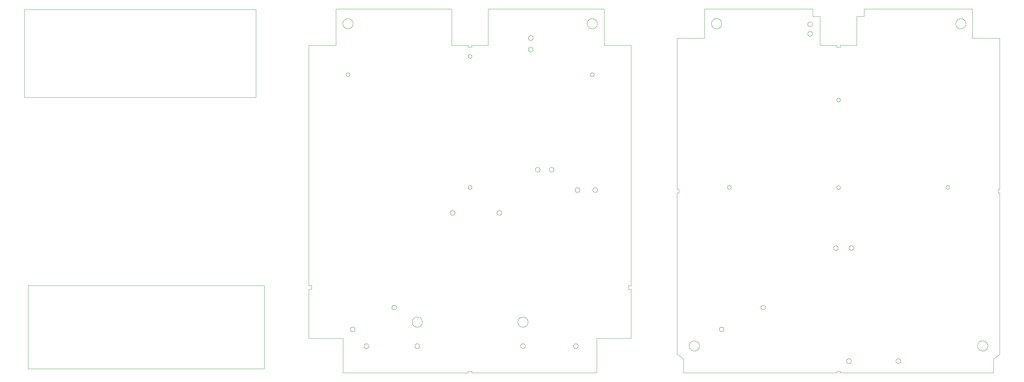
<source format=gko>
%MOIN*%
%OFA0B0*%
%FSLAX44Y44*%
%IPPOS*%
%LPD*%
%ADD10C,0*%
D10*
X00090984Y00020722D02*
X00090984Y00020722D01*
X00090978Y00020722D01*
X00090971Y00020723D01*
X00090965Y00020723D01*
X00090959Y00020724D01*
X00090952Y00020724D01*
X00090946Y00020725D01*
X00090940Y00020727D01*
X00090934Y00020728D01*
X00090927Y00020729D01*
X00090921Y00020731D01*
X00090915Y00020732D01*
X00090909Y00020734D01*
X00090903Y00020736D01*
X00090897Y00020738D01*
X00090891Y00020741D01*
X00090885Y00020743D01*
X00090880Y00020746D01*
X00090874Y00020748D01*
X00090868Y00020751D01*
X00090863Y00020754D01*
X00090857Y00020757D01*
X00090852Y00020761D01*
X00090847Y00020764D01*
X00090841Y00020768D01*
X00090836Y00020771D01*
X00090831Y00020775D01*
X00090826Y00020779D01*
X00090821Y00020783D01*
X00090816Y00020787D01*
X00090812Y00020792D01*
X00090807Y00020796D01*
X00090803Y00020800D01*
X00090798Y00020805D01*
X00090794Y00020810D01*
X00090790Y00020815D01*
X00090786Y00020820D01*
X00090782Y00020825D01*
X00090779Y00020830D01*
X00090775Y00020835D01*
X00090771Y00020840D01*
X00090768Y00020846D01*
X00090765Y00020851D01*
X00090762Y00020857D01*
X00090759Y00020862D01*
X00090756Y00020868D01*
X00090753Y00020874D01*
X00090751Y00020879D01*
X00090749Y00020885D01*
X00090746Y00020891D01*
X00090744Y00020897D01*
X00090742Y00020903D01*
X00090741Y00020909D01*
X00090739Y00020915D01*
X00090737Y00020922D01*
X00090736Y00020928D01*
X00090735Y00020934D01*
X00090734Y00020940D01*
X00090733Y00020946D01*
X00090732Y00020953D01*
X00090732Y00020959D01*
X00090731Y00020965D01*
X00090731Y00020972D01*
X00090731Y00020978D01*
X00090731Y00020984D01*
X00090731Y00020991D01*
X00090732Y00020997D01*
X00090732Y00021003D01*
X00090733Y00021010D01*
X00090734Y00021016D01*
X00090735Y00021022D01*
X00090736Y00021028D01*
X00090737Y00021035D01*
X00090739Y00021041D01*
X00090741Y00021047D01*
X00090742Y00021053D01*
X00090744Y00021059D01*
X00090746Y00021065D01*
X00090749Y00021071D01*
X00090751Y00021077D01*
X00090753Y00021082D01*
X00090756Y00021088D01*
X00090759Y00021094D01*
X00090762Y00021100D01*
X00090765Y00021105D01*
X00090768Y00021110D01*
X00090771Y00021116D01*
X00090775Y00021121D01*
X00090779Y00021126D01*
X00090782Y00021131D01*
X00090786Y00021137D01*
X00090790Y00021141D01*
X00090794Y00021146D01*
X00090798Y00021151D01*
X00090803Y00021156D01*
X00090807Y00021160D01*
X00090812Y00021164D01*
X00090816Y00021169D01*
X00090821Y00021173D01*
X00090826Y00021177D01*
X00090831Y00021181D01*
X00090836Y00021185D01*
X00090841Y00021188D01*
X00090847Y00021192D01*
X00090852Y00021195D01*
X00090857Y00021199D01*
X00090863Y00021202D01*
X00090868Y00021205D01*
X00090874Y00021208D01*
X00090880Y00021210D01*
X00090885Y00021213D01*
X00090891Y00021215D01*
X00090897Y00021218D01*
X00090903Y00021220D01*
X00090909Y00021222D01*
X00090915Y00021224D01*
X00090921Y00021225D01*
X00090927Y00021227D01*
X00090934Y00021228D01*
X00090940Y00021230D01*
X00090946Y00021231D01*
X00090952Y00021232D01*
X00090959Y00021232D01*
X00090965Y00021233D01*
X00090971Y00021233D01*
X00090978Y00021234D01*
X00090984Y00021234D01*
X00090990Y00021234D01*
X00090997Y00021234D01*
X00091003Y00021233D01*
X00091009Y00021233D01*
X00091015Y00021232D01*
X00091022Y00021232D01*
X00091028Y00021231D01*
X00091034Y00021230D01*
X00091040Y00021228D01*
X00091047Y00021227D01*
X00091053Y00021225D01*
X00091059Y00021224D01*
X00091065Y00021222D01*
X00091071Y00021220D01*
X00091077Y00021218D01*
X00091083Y00021215D01*
X00091089Y00021213D01*
X00091094Y00021210D01*
X00091100Y00021208D01*
X00091106Y00021205D01*
X00091111Y00021202D01*
X00091117Y00021199D01*
X00091122Y00021195D01*
X00091128Y00021192D01*
X00091133Y00021188D01*
X00091138Y00021185D01*
X00091143Y00021181D01*
X00091148Y00021177D01*
X00091153Y00021173D01*
X00091158Y00021169D01*
X00091162Y00021164D01*
X00091167Y00021160D01*
X00091171Y00021156D01*
X00091176Y00021151D01*
X00091180Y00021146D01*
X00091184Y00021141D01*
X00091188Y00021137D01*
X00091192Y00021131D01*
X00091196Y00021126D01*
X00091199Y00021121D01*
X00091203Y00021116D01*
X00091206Y00021110D01*
X00091209Y00021105D01*
X00091212Y00021100D01*
X00091215Y00021094D01*
X00091218Y00021088D01*
X00091221Y00021082D01*
X00091223Y00021077D01*
X00091226Y00021071D01*
X00091228Y00021065D01*
X00091230Y00021059D01*
X00091232Y00021053D01*
X00091234Y00021047D01*
X00091235Y00021041D01*
X00091237Y00021035D01*
X00091238Y00021028D01*
X00091239Y00021022D01*
X00091240Y00021016D01*
X00091241Y00021010D01*
X00091242Y00021003D01*
X00091242Y00020997D01*
X00091243Y00020991D01*
X00091243Y00020984D01*
X00091243Y00020978D01*
X00091243Y00020972D01*
X00091243Y00020965D01*
X00091242Y00020959D01*
X00091242Y00020953D01*
X00091241Y00020946D01*
X00091240Y00020940D01*
X00091239Y00020934D01*
X00091238Y00020928D01*
X00091237Y00020922D01*
X00091235Y00020915D01*
X00091234Y00020909D01*
X00091232Y00020903D01*
X00091230Y00020897D01*
X00091228Y00020891D01*
X00091226Y00020885D01*
X00091223Y00020879D01*
X00091221Y00020874D01*
X00091218Y00020868D01*
X00091215Y00020862D01*
X00091212Y00020857D01*
X00091209Y00020851D01*
X00091206Y00020846D01*
X00091203Y00020840D01*
X00091199Y00020835D01*
X00091196Y00020830D01*
X00091192Y00020825D01*
X00091188Y00020820D01*
X00091184Y00020815D01*
X00091180Y00020810D01*
X00091176Y00020805D01*
X00091171Y00020800D01*
X00091167Y00020796D01*
X00091162Y00020792D01*
X00091158Y00020787D01*
X00091153Y00020783D01*
X00091148Y00020779D01*
X00091143Y00020775D01*
X00091138Y00020771D01*
X00091133Y00020768D01*
X00091128Y00020764D01*
X00091122Y00020761D01*
X00091117Y00020757D01*
X00091111Y00020754D01*
X00091106Y00020751D01*
X00091100Y00020748D01*
X00091094Y00020746D01*
X00091089Y00020743D01*
X00091083Y00020741D01*
X00091077Y00020738D01*
X00091071Y00020736D01*
X00091065Y00020734D01*
X00091059Y00020732D01*
X00091053Y00020731D01*
X00091047Y00020729D01*
X00091040Y00020728D01*
X00091034Y00020727D01*
X00091028Y00020725D01*
X00091022Y00020724D01*
X00091015Y00020724D01*
X00091009Y00020723D01*
X00091003Y00020723D01*
X00090997Y00020722D01*
X00090990Y00020722D01*
X00090984Y00020722D01*
X00096314Y00020722D02*
X00096314Y00020722D01*
X00096308Y00020722D01*
X00096301Y00020723D01*
X00096295Y00020723D01*
X00096289Y00020724D01*
X00096282Y00020724D01*
X00096276Y00020725D01*
X00096270Y00020727D01*
X00096264Y00020728D01*
X00096258Y00020729D01*
X00096251Y00020731D01*
X00096245Y00020732D01*
X00096239Y00020734D01*
X00096233Y00020736D01*
X00096227Y00020738D01*
X00096221Y00020741D01*
X00096216Y00020743D01*
X00096210Y00020746D01*
X00096204Y00020748D01*
X00096198Y00020751D01*
X00096193Y00020754D01*
X00096187Y00020757D01*
X00096182Y00020761D01*
X00096177Y00020764D01*
X00096171Y00020768D01*
X00096166Y00020771D01*
X00096161Y00020775D01*
X00096156Y00020779D01*
X00096151Y00020783D01*
X00096147Y00020787D01*
X00096142Y00020792D01*
X00096137Y00020796D01*
X00096133Y00020800D01*
X00096129Y00020805D01*
X00096124Y00020810D01*
X00096120Y00020815D01*
X00096116Y00020820D01*
X00096112Y00020825D01*
X00096109Y00020830D01*
X00096105Y00020835D01*
X00096102Y00020840D01*
X00096098Y00020846D01*
X00096095Y00020851D01*
X00096092Y00020857D01*
X00096089Y00020862D01*
X00096086Y00020868D01*
X00096084Y00020874D01*
X00096081Y00020879D01*
X00096079Y00020885D01*
X00096076Y00020891D01*
X00096074Y00020897D01*
X00096072Y00020903D01*
X00096071Y00020909D01*
X00096069Y00020915D01*
X00096068Y00020922D01*
X00096066Y00020928D01*
X00096065Y00020934D01*
X00096064Y00020940D01*
X00096063Y00020946D01*
X00096063Y00020953D01*
X00096062Y00020959D01*
X00096062Y00020965D01*
X00096061Y00020972D01*
X00096061Y00020978D01*
X00096061Y00020984D01*
X00096062Y00020991D01*
X00096062Y00020997D01*
X00096063Y00021003D01*
X00096063Y00021010D01*
X00096064Y00021016D01*
X00096065Y00021022D01*
X00096066Y00021028D01*
X00096068Y00021035D01*
X00096069Y00021041D01*
X00096071Y00021047D01*
X00096072Y00021053D01*
X00096074Y00021059D01*
X00096076Y00021065D01*
X00096079Y00021071D01*
X00096081Y00021077D01*
X00096084Y00021082D01*
X00096086Y00021088D01*
X00096089Y00021094D01*
X00096092Y00021100D01*
X00096095Y00021105D01*
X00096098Y00021110D01*
X00096102Y00021116D01*
X00096105Y00021121D01*
X00096109Y00021126D01*
X00096112Y00021131D01*
X00096116Y00021137D01*
X00096120Y00021141D01*
X00096124Y00021146D01*
X00096129Y00021151D01*
X00096133Y00021156D01*
X00096137Y00021160D01*
X00096142Y00021164D01*
X00096147Y00021169D01*
X00096151Y00021173D01*
X00096156Y00021177D01*
X00096161Y00021181D01*
X00096166Y00021185D01*
X00096171Y00021188D01*
X00096177Y00021192D01*
X00096182Y00021195D01*
X00096187Y00021199D01*
X00096193Y00021202D01*
X00096198Y00021205D01*
X00096204Y00021208D01*
X00096210Y00021210D01*
X00096216Y00021213D01*
X00096221Y00021215D01*
X00096227Y00021218D01*
X00096233Y00021220D01*
X00096239Y00021222D01*
X00096245Y00021224D01*
X00096251Y00021225D01*
X00096258Y00021227D01*
X00096264Y00021228D01*
X00096270Y00021230D01*
X00096276Y00021231D01*
X00096282Y00021232D01*
X00096289Y00021232D01*
X00096295Y00021233D01*
X00096301Y00021233D01*
X00096308Y00021234D01*
X00096314Y00021234D01*
X00096320Y00021234D01*
X00096327Y00021234D01*
X00096333Y00021233D01*
X00096339Y00021233D01*
X00096346Y00021232D01*
X00096352Y00021232D01*
X00096358Y00021231D01*
X00096364Y00021230D01*
X00096371Y00021228D01*
X00096377Y00021227D01*
X00096383Y00021225D01*
X00096389Y00021224D01*
X00096395Y00021222D01*
X00096401Y00021220D01*
X00096407Y00021218D01*
X00096413Y00021215D01*
X00096419Y00021213D01*
X00096425Y00021210D01*
X00096430Y00021208D01*
X00096436Y00021205D01*
X00096441Y00021202D01*
X00096447Y00021199D01*
X00096452Y00021195D01*
X00096458Y00021192D01*
X00096463Y00021188D01*
X00096468Y00021185D01*
X00096473Y00021181D01*
X00096478Y00021177D01*
X00096483Y00021173D01*
X00096488Y00021169D01*
X00096492Y00021164D01*
X00096497Y00021160D01*
X00096501Y00021156D01*
X00096506Y00021151D01*
X00096510Y00021146D01*
X00096514Y00021141D01*
X00096518Y00021137D01*
X00096522Y00021131D01*
X00096526Y00021126D01*
X00096529Y00021121D01*
X00096533Y00021116D01*
X00096536Y00021110D01*
X00096539Y00021105D01*
X00096542Y00021100D01*
X00096545Y00021094D01*
X00096548Y00021088D01*
X00096551Y00021082D01*
X00096553Y00021077D01*
X00096556Y00021071D01*
X00096558Y00021065D01*
X00096560Y00021059D01*
X00096562Y00021053D01*
X00096564Y00021047D01*
X00096565Y00021041D01*
X00096567Y00021035D01*
X00096568Y00021028D01*
X00096569Y00021022D01*
X00096570Y00021016D01*
X00096571Y00021010D01*
X00096572Y00021003D01*
X00096572Y00020997D01*
X00096573Y00020991D01*
X00096573Y00020984D01*
X00096573Y00020978D01*
X00096573Y00020972D01*
X00096573Y00020965D01*
X00096572Y00020959D01*
X00096572Y00020953D01*
X00096571Y00020946D01*
X00096570Y00020940D01*
X00096569Y00020934D01*
X00096568Y00020928D01*
X00096567Y00020922D01*
X00096565Y00020915D01*
X00096564Y00020909D01*
X00096562Y00020903D01*
X00096560Y00020897D01*
X00096558Y00020891D01*
X00096556Y00020885D01*
X00096553Y00020879D01*
X00096551Y00020874D01*
X00096548Y00020868D01*
X00096545Y00020862D01*
X00096542Y00020857D01*
X00096539Y00020851D01*
X00096536Y00020846D01*
X00096533Y00020840D01*
X00096529Y00020835D01*
X00096526Y00020830D01*
X00096522Y00020825D01*
X00096518Y00020820D01*
X00096514Y00020815D01*
X00096510Y00020810D01*
X00096506Y00020805D01*
X00096501Y00020800D01*
X00096497Y00020796D01*
X00096492Y00020792D01*
X00096488Y00020787D01*
X00096483Y00020783D01*
X00096478Y00020779D01*
X00096473Y00020775D01*
X00096468Y00020771D01*
X00096463Y00020768D01*
X00096458Y00020764D01*
X00096452Y00020761D01*
X00096447Y00020757D01*
X00096441Y00020754D01*
X00096436Y00020751D01*
X00096430Y00020748D01*
X00096425Y00020746D01*
X00096419Y00020743D01*
X00096413Y00020741D01*
X00096407Y00020738D01*
X00096401Y00020736D01*
X00096395Y00020734D01*
X00096389Y00020732D01*
X00096383Y00020731D01*
X00096377Y00020729D01*
X00096371Y00020728D01*
X00096364Y00020727D01*
X00096358Y00020725D01*
X00096352Y00020724D01*
X00096346Y00020724D01*
X00096339Y00020723D01*
X00096333Y00020723D01*
X00096327Y00020722D01*
X00096320Y00020722D01*
X00096314Y00020722D01*
X00105433Y00022066D02*
X00105433Y00022066D01*
X00105419Y00022067D01*
X00105406Y00022067D01*
X00105392Y00022068D01*
X00105379Y00022069D01*
X00105365Y00022071D01*
X00105352Y00022072D01*
X00105338Y00022075D01*
X00105325Y00022077D01*
X00105312Y00022080D01*
X00105299Y00022083D01*
X00105286Y00022086D01*
X00105273Y00022090D01*
X00105260Y00022094D01*
X00105247Y00022099D01*
X00105234Y00022103D01*
X00105222Y00022108D01*
X00105209Y00022114D01*
X00105197Y00022119D01*
X00105185Y00022125D01*
X00105173Y00022132D01*
X00105161Y00022138D01*
X00105149Y00022145D01*
X00105138Y00022152D01*
X00105126Y00022159D01*
X00105115Y00022167D01*
X00105104Y00022175D01*
X00105093Y00022183D01*
X00105083Y00022192D01*
X00105073Y00022200D01*
X00105062Y00022209D01*
X00105052Y00022218D01*
X00105043Y00022228D01*
X00105033Y00022238D01*
X00105024Y00022247D01*
X00105015Y00022258D01*
X00105007Y00022268D01*
X00104998Y00022279D01*
X00104990Y00022289D01*
X00104982Y00022300D01*
X00104974Y00022311D01*
X00104967Y00022323D01*
X00104960Y00022334D01*
X00104953Y00022346D01*
X00104946Y00022358D01*
X00104940Y00022370D01*
X00104934Y00022382D01*
X00104929Y00022394D01*
X00104923Y00022407D01*
X00104918Y00022419D01*
X00104914Y00022432D01*
X00104909Y00022445D01*
X00104905Y00022458D01*
X00104901Y00022471D01*
X00104898Y00022484D01*
X00104895Y00022497D01*
X00104892Y00022510D01*
X00104889Y00022523D01*
X00104887Y00022537D01*
X00104886Y00022550D01*
X00104884Y00022564D01*
X00104883Y00022577D01*
X00104882Y00022591D01*
X00104882Y00022604D01*
X00104881Y00022618D01*
X00104882Y00022631D01*
X00104882Y00022645D01*
X00104883Y00022658D01*
X00104884Y00022672D01*
X00104886Y00022685D01*
X00104887Y00022698D01*
X00104889Y00022712D01*
X00104892Y00022725D01*
X00104895Y00022738D01*
X00104898Y00022752D01*
X00104901Y00022765D01*
X00104905Y00022778D01*
X00104909Y00022791D01*
X00104914Y00022803D01*
X00104918Y00022816D01*
X00104923Y00022829D01*
X00104929Y00022841D01*
X00104934Y00022853D01*
X00104940Y00022865D01*
X00104946Y00022877D01*
X00104953Y00022889D01*
X00104960Y00022901D01*
X00104967Y00022912D01*
X00104974Y00022924D01*
X00104982Y00022935D01*
X00104990Y00022946D01*
X00104998Y00022957D01*
X00105007Y00022967D01*
X00105015Y00022978D01*
X00105024Y00022988D01*
X00105033Y00022998D01*
X00105043Y00023007D01*
X00105052Y00023017D01*
X00105062Y00023026D01*
X00105073Y00023035D01*
X00105083Y00023044D01*
X00105093Y00023052D01*
X00105104Y00023060D01*
X00105115Y00023068D01*
X00105126Y00023076D01*
X00105138Y00023083D01*
X00105149Y00023090D01*
X00105161Y00023097D01*
X00105173Y00023104D01*
X00105185Y00023110D01*
X00105197Y00023116D01*
X00105209Y00023122D01*
X00105222Y00023127D01*
X00105234Y00023132D01*
X00105247Y00023137D01*
X00105260Y00023141D01*
X00105273Y00023145D01*
X00105286Y00023149D01*
X00105299Y00023152D01*
X00105312Y00023155D01*
X00105325Y00023158D01*
X00105338Y00023161D01*
X00105352Y00023163D01*
X00105365Y00023165D01*
X00105379Y00023166D01*
X00105392Y00023167D01*
X00105406Y00023168D01*
X00105419Y00023169D01*
X00105433Y00023169D01*
X00105446Y00023169D01*
X00105460Y00023168D01*
X00105473Y00023167D01*
X00105487Y00023166D01*
X00105500Y00023165D01*
X00105513Y00023163D01*
X00105527Y00023161D01*
X00105540Y00023158D01*
X00105553Y00023155D01*
X00105567Y00023152D01*
X00105580Y00023149D01*
X00105593Y00023145D01*
X00105605Y00023141D01*
X00105618Y00023137D01*
X00105631Y00023132D01*
X00105644Y00023127D01*
X00105656Y00023122D01*
X00105668Y00023116D01*
X00105680Y00023110D01*
X00105692Y00023104D01*
X00105704Y00023097D01*
X00105716Y00023090D01*
X00105727Y00023083D01*
X00105739Y00023076D01*
X00105750Y00023068D01*
X00105761Y00023060D01*
X00105772Y00023052D01*
X00105782Y00023044D01*
X00105793Y00023035D01*
X00105803Y00023026D01*
X00105813Y00023017D01*
X00105822Y00023007D01*
X00105832Y00022998D01*
X00105841Y00022988D01*
X00105850Y00022978D01*
X00105859Y00022967D01*
X00105867Y00022957D01*
X00105875Y00022946D01*
X00105883Y00022935D01*
X00105891Y00022924D01*
X00105898Y00022912D01*
X00105905Y00022901D01*
X00105912Y00022889D01*
X00105919Y00022877D01*
X00105925Y00022865D01*
X00105931Y00022853D01*
X00105936Y00022841D01*
X00105942Y00022829D01*
X00105947Y00022816D01*
X00105952Y00022803D01*
X00105956Y00022791D01*
X00105960Y00022778D01*
X00105964Y00022765D01*
X00105967Y00022752D01*
X00105970Y00022738D01*
X00105973Y00022725D01*
X00105976Y00022712D01*
X00105978Y00022698D01*
X00105980Y00022685D01*
X00105981Y00022672D01*
X00105982Y00022658D01*
X00105983Y00022645D01*
X00105984Y00022631D01*
X00105984Y00022618D01*
X00105984Y00022604D01*
X00105983Y00022591D01*
X00105982Y00022577D01*
X00105981Y00022564D01*
X00105980Y00022550D01*
X00105978Y00022537D01*
X00105976Y00022523D01*
X00105973Y00022510D01*
X00105970Y00022497D01*
X00105967Y00022484D01*
X00105964Y00022471D01*
X00105960Y00022458D01*
X00105956Y00022445D01*
X00105952Y00022432D01*
X00105947Y00022419D01*
X00105942Y00022407D01*
X00105936Y00022394D01*
X00105931Y00022382D01*
X00105925Y00022370D01*
X00105919Y00022358D01*
X00105912Y00022346D01*
X00105905Y00022334D01*
X00105898Y00022323D01*
X00105891Y00022311D01*
X00105883Y00022300D01*
X00105875Y00022289D01*
X00105867Y00022279D01*
X00105859Y00022268D01*
X00105850Y00022258D01*
X00105841Y00022247D01*
X00105832Y00022238D01*
X00105822Y00022228D01*
X00105813Y00022218D01*
X00105803Y00022209D01*
X00105793Y00022200D01*
X00105782Y00022192D01*
X00105772Y00022183D01*
X00105761Y00022175D01*
X00105750Y00022167D01*
X00105739Y00022159D01*
X00105727Y00022152D01*
X00105716Y00022145D01*
X00105704Y00022138D01*
X00105692Y00022132D01*
X00105680Y00022125D01*
X00105668Y00022119D01*
X00105656Y00022114D01*
X00105644Y00022108D01*
X00105631Y00022103D01*
X00105618Y00022099D01*
X00105605Y00022094D01*
X00105593Y00022090D01*
X00105580Y00022086D01*
X00105567Y00022083D01*
X00105553Y00022080D01*
X00105540Y00022077D01*
X00105527Y00022075D01*
X00105513Y00022072D01*
X00105500Y00022071D01*
X00105487Y00022069D01*
X00105473Y00022068D01*
X00105460Y00022067D01*
X00105446Y00022067D01*
X00105433Y00022066D01*
X00074291Y00022066D02*
X00074291Y00022066D01*
X00074277Y00022067D01*
X00074264Y00022067D01*
X00074250Y00022068D01*
X00074237Y00022069D01*
X00074223Y00022071D01*
X00074210Y00022072D01*
X00074197Y00022075D01*
X00074183Y00022077D01*
X00074170Y00022080D01*
X00074157Y00022083D01*
X00074144Y00022086D01*
X00074131Y00022090D01*
X00074118Y00022094D01*
X00074105Y00022099D01*
X00074092Y00022103D01*
X00074080Y00022108D01*
X00074067Y00022114D01*
X00074055Y00022119D01*
X00074043Y00022125D01*
X00074031Y00022132D01*
X00074019Y00022138D01*
X00074007Y00022145D01*
X00073996Y00022152D01*
X00073985Y00022159D01*
X00073973Y00022167D01*
X00073962Y00022175D01*
X00073952Y00022183D01*
X00073941Y00022192D01*
X00073931Y00022200D01*
X00073921Y00022209D01*
X00073911Y00022218D01*
X00073901Y00022228D01*
X00073892Y00022238D01*
X00073882Y00022247D01*
X00073873Y00022258D01*
X00073865Y00022268D01*
X00073856Y00022279D01*
X00073848Y00022289D01*
X00073840Y00022300D01*
X00073833Y00022311D01*
X00073825Y00022323D01*
X00073818Y00022334D01*
X00073811Y00022346D01*
X00073805Y00022358D01*
X00073799Y00022370D01*
X00073793Y00022382D01*
X00073787Y00022394D01*
X00073782Y00022407D01*
X00073777Y00022419D01*
X00073772Y00022432D01*
X00073767Y00022445D01*
X00073763Y00022458D01*
X00073760Y00022471D01*
X00073756Y00022484D01*
X00073753Y00022497D01*
X00073750Y00022510D01*
X00073748Y00022523D01*
X00073746Y00022537D01*
X00073744Y00022550D01*
X00073742Y00022564D01*
X00073741Y00022577D01*
X00073740Y00022591D01*
X00073740Y00022604D01*
X00073740Y00022618D01*
X00073740Y00022631D01*
X00073740Y00022645D01*
X00073741Y00022658D01*
X00073742Y00022672D01*
X00073744Y00022685D01*
X00073746Y00022698D01*
X00073748Y00022712D01*
X00073750Y00022725D01*
X00073753Y00022738D01*
X00073756Y00022752D01*
X00073760Y00022765D01*
X00073763Y00022778D01*
X00073767Y00022791D01*
X00073772Y00022803D01*
X00073777Y00022816D01*
X00073782Y00022829D01*
X00073787Y00022841D01*
X00073793Y00022853D01*
X00073799Y00022865D01*
X00073805Y00022877D01*
X00073811Y00022889D01*
X00073818Y00022901D01*
X00073825Y00022912D01*
X00073833Y00022924D01*
X00073840Y00022935D01*
X00073848Y00022946D01*
X00073856Y00022957D01*
X00073865Y00022967D01*
X00073873Y00022978D01*
X00073882Y00022988D01*
X00073892Y00022998D01*
X00073901Y00023007D01*
X00073911Y00023017D01*
X00073921Y00023026D01*
X00073931Y00023035D01*
X00073941Y00023044D01*
X00073952Y00023052D01*
X00073962Y00023060D01*
X00073973Y00023068D01*
X00073985Y00023076D01*
X00073996Y00023083D01*
X00074007Y00023090D01*
X00074019Y00023097D01*
X00074031Y00023104D01*
X00074043Y00023110D01*
X00074055Y00023116D01*
X00074067Y00023122D01*
X00074080Y00023127D01*
X00074092Y00023132D01*
X00074105Y00023137D01*
X00074118Y00023141D01*
X00074131Y00023145D01*
X00074144Y00023149D01*
X00074157Y00023152D01*
X00074170Y00023155D01*
X00074183Y00023158D01*
X00074197Y00023161D01*
X00074210Y00023163D01*
X00074223Y00023165D01*
X00074237Y00023166D01*
X00074250Y00023167D01*
X00074264Y00023168D01*
X00074277Y00023169D01*
X00074291Y00023169D01*
X00074304Y00023169D01*
X00074318Y00023168D01*
X00074331Y00023167D01*
X00074345Y00023166D01*
X00074358Y00023165D01*
X00074372Y00023163D01*
X00074385Y00023161D01*
X00074398Y00023158D01*
X00074412Y00023155D01*
X00074425Y00023152D01*
X00074438Y00023149D01*
X00074451Y00023145D01*
X00074464Y00023141D01*
X00074477Y00023137D01*
X00074489Y00023132D01*
X00074502Y00023127D01*
X00074514Y00023122D01*
X00074527Y00023116D01*
X00074539Y00023110D01*
X00074551Y00023104D01*
X00074563Y00023097D01*
X00074574Y00023090D01*
X00074586Y00023083D01*
X00074597Y00023076D01*
X00074608Y00023068D01*
X00074619Y00023060D01*
X00074630Y00023052D01*
X00074641Y00023044D01*
X00074651Y00023035D01*
X00074661Y00023026D01*
X00074671Y00023017D01*
X00074681Y00023007D01*
X00074690Y00022998D01*
X00074699Y00022988D01*
X00074708Y00022978D01*
X00074717Y00022967D01*
X00074725Y00022957D01*
X00074734Y00022946D01*
X00074741Y00022935D01*
X00074749Y00022924D01*
X00074757Y00022912D01*
X00074764Y00022901D01*
X00074770Y00022889D01*
X00074777Y00022877D01*
X00074783Y00022865D01*
X00074789Y00022853D01*
X00074795Y00022841D01*
X00074800Y00022829D01*
X00074805Y00022816D01*
X00074810Y00022803D01*
X00074814Y00022791D01*
X00074818Y00022778D01*
X00074822Y00022765D01*
X00074825Y00022752D01*
X00074829Y00022738D01*
X00074831Y00022725D01*
X00074834Y00022712D01*
X00074836Y00022698D01*
X00074838Y00022685D01*
X00074839Y00022672D01*
X00074841Y00022658D01*
X00074841Y00022645D01*
X00074842Y00022631D01*
X00074842Y00022618D01*
X00074842Y00022604D01*
X00074841Y00022591D01*
X00074841Y00022577D01*
X00074839Y00022564D01*
X00074838Y00022550D01*
X00074836Y00022537D01*
X00074834Y00022523D01*
X00074831Y00022510D01*
X00074829Y00022497D01*
X00074825Y00022484D01*
X00074822Y00022471D01*
X00074818Y00022458D01*
X00074814Y00022445D01*
X00074810Y00022432D01*
X00074805Y00022419D01*
X00074800Y00022407D01*
X00074795Y00022394D01*
X00074789Y00022382D01*
X00074783Y00022370D01*
X00074777Y00022358D01*
X00074770Y00022346D01*
X00074764Y00022334D01*
X00074757Y00022323D01*
X00074749Y00022311D01*
X00074741Y00022300D01*
X00074734Y00022289D01*
X00074725Y00022279D01*
X00074717Y00022268D01*
X00074708Y00022258D01*
X00074699Y00022247D01*
X00074690Y00022238D01*
X00074681Y00022228D01*
X00074671Y00022218D01*
X00074661Y00022209D01*
X00074651Y00022200D01*
X00074641Y00022192D01*
X00074630Y00022183D01*
X00074619Y00022175D01*
X00074608Y00022167D01*
X00074597Y00022159D01*
X00074586Y00022152D01*
X00074574Y00022145D01*
X00074563Y00022138D01*
X00074551Y00022132D01*
X00074539Y00022125D01*
X00074527Y00022119D01*
X00074514Y00022114D01*
X00074502Y00022108D01*
X00074489Y00022103D01*
X00074477Y00022099D01*
X00074464Y00022094D01*
X00074451Y00022090D01*
X00074438Y00022086D01*
X00074425Y00022083D01*
X00074412Y00022080D01*
X00074398Y00022077D01*
X00074385Y00022075D01*
X00074372Y00022072D01*
X00074358Y00022071D01*
X00074345Y00022069D01*
X00074331Y00022068D01*
X00074318Y00022067D01*
X00074304Y00022067D01*
X00074291Y00022066D01*
X00077234Y00024163D02*
X00077234Y00024163D01*
X00077228Y00024163D01*
X00077222Y00024163D01*
X00077216Y00024164D01*
X00077209Y00024164D01*
X00077203Y00024165D01*
X00077197Y00024166D01*
X00077191Y00024167D01*
X00077185Y00024168D01*
X00077179Y00024170D01*
X00077173Y00024171D01*
X00077167Y00024173D01*
X00077161Y00024175D01*
X00077155Y00024177D01*
X00077149Y00024179D01*
X00077143Y00024181D01*
X00077138Y00024183D01*
X00077132Y00024186D01*
X00077126Y00024189D01*
X00077121Y00024191D01*
X00077115Y00024194D01*
X00077110Y00024197D01*
X00077105Y00024201D01*
X00077100Y00024204D01*
X00077094Y00024208D01*
X00077089Y00024211D01*
X00077084Y00024215D01*
X00077080Y00024219D01*
X00077075Y00024223D01*
X00077070Y00024227D01*
X00077066Y00024231D01*
X00077061Y00024236D01*
X00077057Y00024240D01*
X00077053Y00024245D01*
X00077049Y00024249D01*
X00077045Y00024254D01*
X00077041Y00024259D01*
X00077037Y00024264D01*
X00077033Y00024269D01*
X00077030Y00024274D01*
X00077027Y00024279D01*
X00077023Y00024285D01*
X00077020Y00024290D01*
X00077017Y00024295D01*
X00077015Y00024301D01*
X00077012Y00024307D01*
X00077009Y00024312D01*
X00077007Y00024318D01*
X00077005Y00024324D01*
X00077003Y00024330D01*
X00077001Y00024336D01*
X00076999Y00024342D01*
X00076997Y00024348D01*
X00076996Y00024354D01*
X00076995Y00024360D01*
X00076993Y00024366D01*
X00076992Y00024372D01*
X00076992Y00024378D01*
X00076991Y00024384D01*
X00076990Y00024390D01*
X00076990Y00024397D01*
X00076990Y00024403D01*
X00076990Y00024409D01*
X00076990Y00024415D01*
X00076990Y00024421D01*
X00076990Y00024428D01*
X00076991Y00024434D01*
X00076992Y00024440D01*
X00076992Y00024446D01*
X00076993Y00024452D01*
X00076995Y00024458D01*
X00076996Y00024464D01*
X00076997Y00024470D01*
X00076999Y00024476D01*
X00077001Y00024482D01*
X00077003Y00024488D01*
X00077005Y00024494D01*
X00077007Y00024500D01*
X00077009Y00024506D01*
X00077012Y00024511D01*
X00077015Y00024517D01*
X00077017Y00024522D01*
X00077020Y00024528D01*
X00077023Y00024533D01*
X00077027Y00024539D01*
X00077030Y00024544D01*
X00077033Y00024549D01*
X00077037Y00024554D01*
X00077041Y00024559D01*
X00077045Y00024564D01*
X00077049Y00024569D01*
X00077053Y00024573D01*
X00077057Y00024578D01*
X00077061Y00024582D01*
X00077066Y00024587D01*
X00077070Y00024591D01*
X00077075Y00024595D01*
X00077080Y00024599D01*
X00077084Y00024603D01*
X00077089Y00024607D01*
X00077094Y00024610D01*
X00077100Y00024614D01*
X00077105Y00024617D01*
X00077110Y00024620D01*
X00077115Y00024624D01*
X00077121Y00024627D01*
X00077126Y00024629D01*
X00077132Y00024632D01*
X00077138Y00024635D01*
X00077143Y00024637D01*
X00077149Y00024639D01*
X00077155Y00024641D01*
X00077161Y00024643D01*
X00077167Y00024645D01*
X00077173Y00024647D01*
X00077179Y00024648D01*
X00077185Y00024650D01*
X00077191Y00024651D01*
X00077197Y00024652D01*
X00077203Y00024653D01*
X00077209Y00024654D01*
X00077216Y00024654D01*
X00077222Y00024655D01*
X00077228Y00024655D01*
X00077234Y00024655D01*
X00077240Y00024655D01*
X00077247Y00024655D01*
X00077253Y00024654D01*
X00077259Y00024654D01*
X00077265Y00024653D01*
X00077271Y00024652D01*
X00077277Y00024651D01*
X00077284Y00024650D01*
X00077290Y00024649D01*
X00077296Y00024648D01*
X00077302Y00024646D01*
X00077308Y00024644D01*
X00077314Y00024642D01*
X00077319Y00024640D01*
X00077325Y00024638D01*
X00077331Y00024636D01*
X00077337Y00024633D01*
X00077342Y00024631D01*
X00077348Y00024628D01*
X00077353Y00024625D01*
X00077359Y00024622D01*
X00077364Y00024619D01*
X00077369Y00024616D01*
X00077375Y00024612D01*
X00077380Y00024609D01*
X00077385Y00024605D01*
X00077390Y00024601D01*
X00077394Y00024597D01*
X00077399Y00024593D01*
X00077404Y00024589D01*
X00077408Y00024585D01*
X00077412Y00024580D01*
X00077417Y00024576D01*
X00077421Y00024571D01*
X00077425Y00024566D01*
X00077429Y00024562D01*
X00077433Y00024557D01*
X00077436Y00024552D01*
X00077440Y00024546D01*
X00077443Y00024541D01*
X00077446Y00024536D01*
X00077450Y00024531D01*
X00077453Y00024525D01*
X00077455Y00024520D01*
X00077458Y00024514D01*
X00077461Y00024508D01*
X00077463Y00024503D01*
X00077465Y00024497D01*
X00077468Y00024491D01*
X00077470Y00024485D01*
X00077472Y00024479D01*
X00077473Y00024473D01*
X00077475Y00024467D01*
X00077476Y00024461D01*
X00077477Y00024455D01*
X00077478Y00024449D01*
X00077479Y00024443D01*
X00077480Y00024437D01*
X00077481Y00024431D01*
X00077481Y00024424D01*
X00077482Y00024418D01*
X00077482Y00024412D01*
X00077482Y00024406D01*
X00077482Y00024400D01*
X00077481Y00024393D01*
X00077481Y00024387D01*
X00077480Y00024381D01*
X00077479Y00024375D01*
X00077478Y00024369D01*
X00077477Y00024363D01*
X00077476Y00024357D01*
X00077475Y00024351D01*
X00077473Y00024345D01*
X00077472Y00024339D01*
X00077470Y00024333D01*
X00077468Y00024327D01*
X00077465Y00024321D01*
X00077463Y00024315D01*
X00077461Y00024309D01*
X00077458Y00024304D01*
X00077455Y00024298D01*
X00077453Y00024293D01*
X00077450Y00024287D01*
X00077446Y00024282D01*
X00077443Y00024277D01*
X00077440Y00024271D01*
X00077436Y00024266D01*
X00077433Y00024261D01*
X00077429Y00024256D01*
X00077425Y00024252D01*
X00077421Y00024247D01*
X00077417Y00024242D01*
X00077412Y00024238D01*
X00077408Y00024233D01*
X00077404Y00024229D01*
X00077399Y00024225D01*
X00077394Y00024221D01*
X00077390Y00024217D01*
X00077385Y00024213D01*
X00077380Y00024209D01*
X00077375Y00024206D01*
X00077369Y00024202D01*
X00077364Y00024199D01*
X00077359Y00024196D01*
X00077353Y00024193D01*
X00077348Y00024190D01*
X00077342Y00024187D01*
X00077337Y00024185D01*
X00077331Y00024182D01*
X00077325Y00024180D01*
X00077319Y00024178D01*
X00077314Y00024176D01*
X00077308Y00024174D01*
X00077302Y00024172D01*
X00077296Y00024170D01*
X00077290Y00024169D01*
X00077284Y00024168D01*
X00077277Y00024166D01*
X00077271Y00024165D01*
X00077265Y00024165D01*
X00077259Y00024164D01*
X00077253Y00024163D01*
X00077247Y00024163D01*
X00077240Y00024163D01*
X00077234Y00024163D01*
X00081722Y00026525D02*
X00081722Y00026525D01*
X00081716Y00026525D01*
X00081710Y00026525D01*
X00081704Y00026526D01*
X00081698Y00026527D01*
X00081691Y00026527D01*
X00081685Y00026528D01*
X00081679Y00026529D01*
X00081673Y00026530D01*
X00081667Y00026532D01*
X00081661Y00026533D01*
X00081655Y00026535D01*
X00081649Y00026537D01*
X00081643Y00026539D01*
X00081637Y00026541D01*
X00081632Y00026543D01*
X00081626Y00026545D01*
X00081620Y00026548D01*
X00081615Y00026551D01*
X00081609Y00026554D01*
X00081604Y00026557D01*
X00081598Y00026560D01*
X00081593Y00026563D01*
X00081588Y00026566D01*
X00081583Y00026570D01*
X00081578Y00026573D01*
X00081573Y00026577D01*
X00081568Y00026581D01*
X00081563Y00026585D01*
X00081558Y00026589D01*
X00081554Y00026593D01*
X00081549Y00026598D01*
X00081545Y00026602D01*
X00081541Y00026607D01*
X00081537Y00026611D01*
X00081533Y00026616D01*
X00081529Y00026621D01*
X00081525Y00026626D01*
X00081522Y00026631D01*
X00081518Y00026636D01*
X00081515Y00026641D01*
X00081512Y00026647D01*
X00081509Y00026652D01*
X00081506Y00026658D01*
X00081503Y00026663D01*
X00081500Y00026669D01*
X00081498Y00026675D01*
X00081495Y00026680D01*
X00081493Y00026686D01*
X00081491Y00026692D01*
X00081489Y00026698D01*
X00081487Y00026704D01*
X00081486Y00026710D01*
X00081484Y00026716D01*
X00081483Y00026722D01*
X00081482Y00026728D01*
X00081481Y00026734D01*
X00081480Y00026740D01*
X00081479Y00026746D01*
X00081479Y00026753D01*
X00081478Y00026759D01*
X00081478Y00026765D01*
X00081478Y00026771D01*
X00081478Y00026777D01*
X00081478Y00026784D01*
X00081479Y00026790D01*
X00081479Y00026796D01*
X00081480Y00026802D01*
X00081481Y00026808D01*
X00081482Y00026814D01*
X00081483Y00026820D01*
X00081484Y00026827D01*
X00081486Y00026833D01*
X00081487Y00026839D01*
X00081489Y00026845D01*
X00081491Y00026850D01*
X00081493Y00026856D01*
X00081495Y00026862D01*
X00081498Y00026868D01*
X00081500Y00026874D01*
X00081503Y00026879D01*
X00081506Y00026885D01*
X00081509Y00026890D01*
X00081512Y00026896D01*
X00081515Y00026901D01*
X00081518Y00026906D01*
X00081522Y00026911D01*
X00081525Y00026916D01*
X00081529Y00026921D01*
X00081533Y00026926D01*
X00081537Y00026931D01*
X00081541Y00026936D01*
X00081545Y00026940D01*
X00081549Y00026945D01*
X00081554Y00026949D01*
X00081558Y00026953D01*
X00081563Y00026957D01*
X00081568Y00026961D01*
X00081573Y00026965D01*
X00081578Y00026969D01*
X00081583Y00026973D01*
X00081588Y00026976D01*
X00081593Y00026979D01*
X00081598Y00026983D01*
X00081604Y00026986D01*
X00081609Y00026989D01*
X00081615Y00026992D01*
X00081620Y00026994D01*
X00081626Y00026997D01*
X00081632Y00026999D01*
X00081637Y00027001D01*
X00081643Y00027004D01*
X00081649Y00027006D01*
X00081655Y00027007D01*
X00081661Y00027009D01*
X00081667Y00027011D01*
X00081673Y00027012D01*
X00081679Y00027013D01*
X00081685Y00027014D01*
X00081691Y00027015D01*
X00081698Y00027016D01*
X00081704Y00027016D01*
X00081710Y00027017D01*
X00081716Y00027017D01*
X00081722Y00027017D01*
X00081729Y00027017D01*
X00081735Y00027017D01*
X00081741Y00027017D01*
X00081747Y00027016D01*
X00081753Y00027015D01*
X00081760Y00027015D01*
X00081766Y00027014D01*
X00081772Y00027013D01*
X00081778Y00027011D01*
X00081784Y00027010D01*
X00081790Y00027008D01*
X00081796Y00027006D01*
X00081802Y00027005D01*
X00081808Y00027003D01*
X00081813Y00027000D01*
X00081819Y00026998D01*
X00081825Y00026996D01*
X00081830Y00026993D01*
X00081836Y00026990D01*
X00081842Y00026987D01*
X00081847Y00026984D01*
X00081852Y00026981D01*
X00081858Y00026978D01*
X00081863Y00026974D01*
X00081868Y00026971D01*
X00081873Y00026967D01*
X00081878Y00026963D01*
X00081882Y00026959D01*
X00081887Y00026955D01*
X00081892Y00026951D01*
X00081896Y00026947D01*
X00081901Y00026942D01*
X00081905Y00026938D01*
X00081909Y00026933D01*
X00081913Y00026929D01*
X00081917Y00026924D01*
X00081921Y00026919D01*
X00081924Y00026914D01*
X00081928Y00026909D01*
X00081931Y00026903D01*
X00081935Y00026898D01*
X00081938Y00026893D01*
X00081941Y00026887D01*
X00081944Y00026882D01*
X00081946Y00026876D01*
X00081949Y00026871D01*
X00081951Y00026865D01*
X00081954Y00026859D01*
X00081956Y00026853D01*
X00081958Y00026847D01*
X00081960Y00026842D01*
X00081961Y00026836D01*
X00081963Y00026830D01*
X00081964Y00026824D01*
X00081966Y00026817D01*
X00081967Y00026811D01*
X00081968Y00026805D01*
X00081968Y00026799D01*
X00081969Y00026793D01*
X00081970Y00026787D01*
X00081970Y00026780D01*
X00081970Y00026774D01*
X00081970Y00026768D01*
X00081970Y00026762D01*
X00081970Y00026756D01*
X00081969Y00026749D01*
X00081968Y00026743D01*
X00081968Y00026737D01*
X00081967Y00026731D01*
X00081966Y00026725D01*
X00081964Y00026719D01*
X00081963Y00026713D01*
X00081961Y00026707D01*
X00081960Y00026701D01*
X00081958Y00026695D01*
X00081956Y00026689D01*
X00081954Y00026683D01*
X00081951Y00026677D01*
X00081949Y00026672D01*
X00081946Y00026666D01*
X00081944Y00026660D01*
X00081941Y00026655D01*
X00081938Y00026649D01*
X00081935Y00026644D01*
X00081931Y00026639D01*
X00081928Y00026634D01*
X00081924Y00026629D01*
X00081921Y00026624D01*
X00081917Y00026619D01*
X00081913Y00026614D01*
X00081909Y00026609D01*
X00081905Y00026604D01*
X00081901Y00026600D01*
X00081896Y00026596D01*
X00081892Y00026591D01*
X00081887Y00026587D01*
X00081882Y00026583D01*
X00081878Y00026579D01*
X00081873Y00026575D01*
X00081868Y00026572D01*
X00081863Y00026568D01*
X00081858Y00026565D01*
X00081852Y00026561D01*
X00081847Y00026558D01*
X00081842Y00026555D01*
X00081836Y00026552D01*
X00081830Y00026549D01*
X00081825Y00026547D01*
X00081819Y00026544D01*
X00081813Y00026542D01*
X00081808Y00026540D01*
X00081802Y00026538D01*
X00081796Y00026536D01*
X00081790Y00026534D01*
X00081784Y00026532D01*
X00081778Y00026531D01*
X00081772Y00026530D01*
X00081766Y00026529D01*
X00081760Y00026528D01*
X00081753Y00026527D01*
X00081747Y00026526D01*
X00081741Y00026526D01*
X00081735Y00026525D01*
X00081729Y00026525D01*
X00081722Y00026525D01*
X00089558Y00032947D02*
X00089558Y00032947D01*
X00089551Y00032947D01*
X00089545Y00032948D01*
X00089539Y00032948D01*
X00089532Y00032949D01*
X00089526Y00032950D01*
X00089520Y00032950D01*
X00089514Y00032952D01*
X00089507Y00032953D01*
X00089501Y00032954D01*
X00089495Y00032956D01*
X00089489Y00032957D01*
X00089483Y00032959D01*
X00089477Y00032961D01*
X00089471Y00032963D01*
X00089465Y00032966D01*
X00089459Y00032968D01*
X00089453Y00032971D01*
X00089448Y00032973D01*
X00089442Y00032976D01*
X00089436Y00032979D01*
X00089431Y00032982D01*
X00089426Y00032986D01*
X00089420Y00032989D01*
X00089415Y00032993D01*
X00089410Y00032996D01*
X00089405Y00033000D01*
X00089400Y00033004D01*
X00089395Y00033008D01*
X00089390Y00033012D01*
X00089385Y00033017D01*
X00089381Y00033021D01*
X00089376Y00033025D01*
X00089372Y00033030D01*
X00089368Y00033035D01*
X00089364Y00033040D01*
X00089360Y00033045D01*
X00089356Y00033050D01*
X00089352Y00033055D01*
X00089349Y00033060D01*
X00089345Y00033065D01*
X00089342Y00033071D01*
X00089339Y00033076D01*
X00089335Y00033082D01*
X00089333Y00033087D01*
X00089330Y00033093D01*
X00089327Y00033099D01*
X00089325Y00033104D01*
X00089322Y00033110D01*
X00089320Y00033116D01*
X00089318Y00033122D01*
X00089316Y00033128D01*
X00089314Y00033134D01*
X00089313Y00033140D01*
X00089311Y00033147D01*
X00089310Y00033153D01*
X00089309Y00033159D01*
X00089308Y00033165D01*
X00089307Y00033171D01*
X00089306Y00033178D01*
X00089306Y00033184D01*
X00089305Y00033190D01*
X00089305Y00033197D01*
X00089305Y00033203D01*
X00089305Y00033209D01*
X00089305Y00033216D01*
X00089306Y00033222D01*
X00089306Y00033228D01*
X00089307Y00033235D01*
X00089308Y00033241D01*
X00089309Y00033247D01*
X00089310Y00033253D01*
X00089311Y00033260D01*
X00089313Y00033266D01*
X00089314Y00033272D01*
X00089316Y00033278D01*
X00089318Y00033284D01*
X00089320Y00033290D01*
X00089322Y00033296D01*
X00089325Y00033302D01*
X00089327Y00033308D01*
X00089330Y00033313D01*
X00089333Y00033319D01*
X00089335Y00033325D01*
X00089339Y00033330D01*
X00089342Y00033336D01*
X00089345Y00033341D01*
X00089349Y00033346D01*
X00089352Y00033351D01*
X00089356Y00033357D01*
X00089360Y00033362D01*
X00089364Y00033366D01*
X00089368Y00033371D01*
X00089372Y00033376D01*
X00089376Y00033381D01*
X00089381Y00033385D01*
X00089385Y00033390D01*
X00089390Y00033394D01*
X00089395Y00033398D01*
X00089400Y00033402D01*
X00089405Y00033406D01*
X00089410Y00033410D01*
X00089415Y00033413D01*
X00089420Y00033417D01*
X00089426Y00033420D01*
X00089431Y00033424D01*
X00089436Y00033427D01*
X00089442Y00033430D01*
X00089448Y00033433D01*
X00089453Y00033435D01*
X00089459Y00033438D01*
X00089465Y00033440D01*
X00089471Y00033443D01*
X00089477Y00033445D01*
X00089483Y00033447D01*
X00089489Y00033449D01*
X00089495Y00033450D01*
X00089501Y00033452D01*
X00089507Y00033453D01*
X00089514Y00033455D01*
X00089520Y00033456D01*
X00089526Y00033457D01*
X00089532Y00033457D01*
X00089539Y00033458D01*
X00089545Y00033458D01*
X00089551Y00033459D01*
X00089558Y00033459D01*
X00089564Y00033459D01*
X00089570Y00033459D01*
X00089577Y00033458D01*
X00089583Y00033458D01*
X00089589Y00033457D01*
X00089595Y00033457D01*
X00089602Y00033456D01*
X00089608Y00033455D01*
X00089614Y00033453D01*
X00089620Y00033452D01*
X00089626Y00033450D01*
X00089633Y00033449D01*
X00089639Y00033447D01*
X00089645Y00033445D01*
X00089651Y00033443D01*
X00089656Y00033440D01*
X00089662Y00033438D01*
X00089668Y00033435D01*
X00089674Y00033433D01*
X00089679Y00033430D01*
X00089685Y00033427D01*
X00089690Y00033424D01*
X00089696Y00033420D01*
X00089701Y00033417D01*
X00089707Y00033413D01*
X00089712Y00033410D01*
X00089717Y00033406D01*
X00089722Y00033402D01*
X00089727Y00033398D01*
X00089731Y00033394D01*
X00089736Y00033390D01*
X00089741Y00033385D01*
X00089745Y00033381D01*
X00089749Y00033376D01*
X00089754Y00033371D01*
X00089758Y00033366D01*
X00089762Y00033362D01*
X00089765Y00033357D01*
X00089769Y00033351D01*
X00089773Y00033346D01*
X00089776Y00033341D01*
X00089780Y00033336D01*
X00089783Y00033330D01*
X00089786Y00033325D01*
X00089789Y00033319D01*
X00089792Y00033313D01*
X00089794Y00033308D01*
X00089797Y00033302D01*
X00089799Y00033296D01*
X00089801Y00033290D01*
X00089804Y00033284D01*
X00089805Y00033278D01*
X00089807Y00033272D01*
X00089809Y00033266D01*
X00089810Y00033260D01*
X00089812Y00033253D01*
X00089813Y00033247D01*
X00089814Y00033241D01*
X00089815Y00033235D01*
X00089815Y00033228D01*
X00089816Y00033222D01*
X00089816Y00033216D01*
X00089817Y00033209D01*
X00089817Y00033203D01*
X00089817Y00033197D01*
X00089816Y00033190D01*
X00089816Y00033184D01*
X00089815Y00033178D01*
X00089815Y00033171D01*
X00089814Y00033165D01*
X00089813Y00033159D01*
X00089812Y00033153D01*
X00089810Y00033147D01*
X00089809Y00033140D01*
X00089807Y00033134D01*
X00089805Y00033128D01*
X00089804Y00033122D01*
X00089801Y00033116D01*
X00089799Y00033110D01*
X00089797Y00033104D01*
X00089794Y00033099D01*
X00089792Y00033093D01*
X00089789Y00033087D01*
X00089786Y00033082D01*
X00089783Y00033076D01*
X00089780Y00033071D01*
X00089776Y00033065D01*
X00089773Y00033060D01*
X00089769Y00033055D01*
X00089765Y00033050D01*
X00089762Y00033045D01*
X00089758Y00033040D01*
X00089754Y00033035D01*
X00089749Y00033030D01*
X00089745Y00033025D01*
X00089741Y00033021D01*
X00089736Y00033017D01*
X00089731Y00033012D01*
X00089727Y00033008D01*
X00089722Y00033004D01*
X00089717Y00033000D01*
X00089712Y00032996D01*
X00089707Y00032993D01*
X00089701Y00032989D01*
X00089696Y00032986D01*
X00089690Y00032982D01*
X00089685Y00032979D01*
X00089679Y00032976D01*
X00089674Y00032973D01*
X00089668Y00032971D01*
X00089662Y00032968D01*
X00089656Y00032966D01*
X00089651Y00032963D01*
X00089645Y00032961D01*
X00089639Y00032959D01*
X00089633Y00032957D01*
X00089626Y00032956D01*
X00089620Y00032954D01*
X00089614Y00032953D01*
X00089608Y00032952D01*
X00089602Y00032950D01*
X00089595Y00032950D01*
X00089589Y00032949D01*
X00089583Y00032948D01*
X00089577Y00032948D01*
X00089570Y00032947D01*
X00089564Y00032947D01*
X00089558Y00032947D01*
X00091248Y00032960D02*
X00091248Y00032960D01*
X00091241Y00032960D01*
X00091235Y00032961D01*
X00091229Y00032961D01*
X00091222Y00032962D01*
X00091216Y00032963D01*
X00091210Y00032963D01*
X00091203Y00032965D01*
X00091197Y00032966D01*
X00091191Y00032967D01*
X00091185Y00032969D01*
X00091179Y00032970D01*
X00091173Y00032972D01*
X00091167Y00032974D01*
X00091161Y00032976D01*
X00091155Y00032979D01*
X00091149Y00032981D01*
X00091143Y00032984D01*
X00091138Y00032987D01*
X00091132Y00032989D01*
X00091126Y00032992D01*
X00091121Y00032996D01*
X00091115Y00032999D01*
X00091110Y00033002D01*
X00091105Y00033006D01*
X00091100Y00033009D01*
X00091095Y00033013D01*
X00091090Y00033017D01*
X00091085Y00033021D01*
X00091080Y00033025D01*
X00091075Y00033030D01*
X00091071Y00033034D01*
X00091066Y00033039D01*
X00091062Y00033043D01*
X00091058Y00033048D01*
X00091054Y00033053D01*
X00091050Y00033058D01*
X00091046Y00033063D01*
X00091042Y00033068D01*
X00091039Y00033073D01*
X00091035Y00033078D01*
X00091032Y00033084D01*
X00091029Y00033089D01*
X00091025Y00033095D01*
X00091023Y00033100D01*
X00091020Y00033106D01*
X00091017Y00033112D01*
X00091015Y00033117D01*
X00091012Y00033123D01*
X00091010Y00033129D01*
X00091008Y00033135D01*
X00091006Y00033141D01*
X00091004Y00033147D01*
X00091003Y00033153D01*
X00091001Y00033160D01*
X00091000Y00033166D01*
X00090999Y00033172D01*
X00090998Y00033178D01*
X00090997Y00033185D01*
X00090996Y00033191D01*
X00090995Y00033197D01*
X00090995Y00033203D01*
X00090995Y00033210D01*
X00090995Y00033216D01*
X00090995Y00033222D01*
X00090995Y00033229D01*
X00090995Y00033235D01*
X00090996Y00033241D01*
X00090997Y00033248D01*
X00090998Y00033254D01*
X00090999Y00033260D01*
X00091000Y00033266D01*
X00091001Y00033273D01*
X00091003Y00033279D01*
X00091004Y00033285D01*
X00091006Y00033291D01*
X00091008Y00033297D01*
X00091010Y00033303D01*
X00091012Y00033309D01*
X00091015Y00033315D01*
X00091017Y00033321D01*
X00091020Y00033326D01*
X00091023Y00033332D01*
X00091025Y00033338D01*
X00091029Y00033343D01*
X00091032Y00033349D01*
X00091035Y00033354D01*
X00091039Y00033359D01*
X00091042Y00033364D01*
X00091046Y00033370D01*
X00091050Y00033375D01*
X00091054Y00033380D01*
X00091058Y00033384D01*
X00091062Y00033389D01*
X00091066Y00033394D01*
X00091071Y00033398D01*
X00091075Y00033403D01*
X00091080Y00033407D01*
X00091085Y00033411D01*
X00091090Y00033415D01*
X00091095Y00033419D01*
X00091100Y00033423D01*
X00091105Y00033426D01*
X00091110Y00033430D01*
X00091115Y00033433D01*
X00091121Y00033437D01*
X00091126Y00033440D01*
X00091132Y00033443D01*
X00091138Y00033446D01*
X00091143Y00033448D01*
X00091149Y00033451D01*
X00091155Y00033453D01*
X00091161Y00033456D01*
X00091167Y00033458D01*
X00091173Y00033460D01*
X00091179Y00033462D01*
X00091185Y00033463D01*
X00091191Y00033465D01*
X00091197Y00033466D01*
X00091203Y00033468D01*
X00091210Y00033469D01*
X00091216Y00033470D01*
X00091222Y00033470D01*
X00091229Y00033471D01*
X00091235Y00033472D01*
X00091241Y00033472D01*
X00091248Y00033472D01*
X00091254Y00033472D01*
X00091260Y00033472D01*
X00091267Y00033472D01*
X00091273Y00033471D01*
X00091279Y00033470D01*
X00091285Y00033470D01*
X00091292Y00033469D01*
X00091298Y00033468D01*
X00091304Y00033466D01*
X00091310Y00033465D01*
X00091316Y00033463D01*
X00091322Y00033462D01*
X00091329Y00033460D01*
X00091335Y00033458D01*
X00091341Y00033456D01*
X00091346Y00033453D01*
X00091352Y00033451D01*
X00091358Y00033448D01*
X00091364Y00033446D01*
X00091369Y00033443D01*
X00091375Y00033440D01*
X00091380Y00033437D01*
X00091386Y00033433D01*
X00091391Y00033430D01*
X00091396Y00033426D01*
X00091402Y00033423D01*
X00091407Y00033419D01*
X00091412Y00033415D01*
X00091417Y00033411D01*
X00091421Y00033407D01*
X00091426Y00033403D01*
X00091431Y00033398D01*
X00091435Y00033394D01*
X00091439Y00033389D01*
X00091444Y00033384D01*
X00091448Y00033380D01*
X00091452Y00033375D01*
X00091455Y00033370D01*
X00091459Y00033364D01*
X00091463Y00033359D01*
X00091466Y00033354D01*
X00091470Y00033349D01*
X00091473Y00033343D01*
X00091476Y00033338D01*
X00091479Y00033332D01*
X00091482Y00033326D01*
X00091484Y00033321D01*
X00091487Y00033315D01*
X00091489Y00033309D01*
X00091491Y00033303D01*
X00091493Y00033297D01*
X00091495Y00033291D01*
X00091497Y00033285D01*
X00091499Y00033279D01*
X00091500Y00033273D01*
X00091502Y00033266D01*
X00091503Y00033260D01*
X00091504Y00033254D01*
X00091505Y00033248D01*
X00091505Y00033241D01*
X00091506Y00033235D01*
X00091506Y00033229D01*
X00091507Y00033222D01*
X00091507Y00033216D01*
X00091507Y00033210D01*
X00091506Y00033203D01*
X00091506Y00033197D01*
X00091505Y00033191D01*
X00091505Y00033185D01*
X00091504Y00033178D01*
X00091503Y00033172D01*
X00091502Y00033166D01*
X00091500Y00033160D01*
X00091499Y00033153D01*
X00091497Y00033147D01*
X00091495Y00033141D01*
X00091493Y00033135D01*
X00091491Y00033129D01*
X00091489Y00033123D01*
X00091487Y00033117D01*
X00091484Y00033112D01*
X00091482Y00033106D01*
X00091479Y00033100D01*
X00091476Y00033095D01*
X00091473Y00033089D01*
X00091470Y00033084D01*
X00091466Y00033078D01*
X00091463Y00033073D01*
X00091459Y00033068D01*
X00091455Y00033063D01*
X00091452Y00033058D01*
X00091448Y00033053D01*
X00091444Y00033048D01*
X00091439Y00033043D01*
X00091435Y00033039D01*
X00091431Y00033034D01*
X00091426Y00033030D01*
X00091421Y00033025D01*
X00091417Y00033021D01*
X00091412Y00033017D01*
X00091407Y00033013D01*
X00091402Y00033009D01*
X00091396Y00033006D01*
X00091391Y00033002D01*
X00091386Y00032999D01*
X00091380Y00032996D01*
X00091375Y00032992D01*
X00091369Y00032989D01*
X00091364Y00032987D01*
X00091358Y00032984D01*
X00091352Y00032981D01*
X00091346Y00032979D01*
X00091341Y00032976D01*
X00091335Y00032974D01*
X00091329Y00032972D01*
X00091322Y00032970D01*
X00091316Y00032969D01*
X00091310Y00032967D01*
X00091304Y00032966D01*
X00091298Y00032965D01*
X00091292Y00032963D01*
X00091285Y00032963D01*
X00091279Y00032962D01*
X00091273Y00032961D01*
X00091267Y00032961D01*
X00091260Y00032960D01*
X00091254Y00032960D01*
X00091248Y00032960D01*
X00101655Y00039566D02*
X00101655Y00039566D01*
X00101649Y00039566D01*
X00101643Y00039567D01*
X00101638Y00039567D01*
X00101632Y00039567D01*
X00101627Y00039568D01*
X00101621Y00039569D01*
X00101616Y00039570D01*
X00101610Y00039571D01*
X00101605Y00039572D01*
X00101600Y00039574D01*
X00101594Y00039575D01*
X00101589Y00039577D01*
X00101584Y00039579D01*
X00101579Y00039581D01*
X00101574Y00039583D01*
X00101569Y00039585D01*
X00101564Y00039588D01*
X00101559Y00039590D01*
X00101554Y00039593D01*
X00101549Y00039596D01*
X00101544Y00039599D01*
X00101540Y00039602D01*
X00101535Y00039605D01*
X00101531Y00039609D01*
X00101527Y00039612D01*
X00101522Y00039616D01*
X00101518Y00039620D01*
X00101514Y00039623D01*
X00101511Y00039627D01*
X00101507Y00039631D01*
X00101503Y00039636D01*
X00101500Y00039640D01*
X00101496Y00039644D01*
X00101493Y00039649D01*
X00101490Y00039653D01*
X00101487Y00039658D01*
X00101484Y00039663D01*
X00101481Y00039668D01*
X00101478Y00039672D01*
X00101476Y00039677D01*
X00101474Y00039682D01*
X00101471Y00039687D01*
X00101469Y00039693D01*
X00101467Y00039698D01*
X00101466Y00039703D01*
X00101464Y00039708D01*
X00101463Y00039714D01*
X00101461Y00039719D01*
X00101460Y00039725D01*
X00101459Y00039730D01*
X00101458Y00039735D01*
X00101458Y00039741D01*
X00101457Y00039747D01*
X00101457Y00039752D01*
X00101456Y00039758D01*
X00101456Y00039763D01*
X00101456Y00039769D01*
X00101457Y00039774D01*
X00101457Y00039780D01*
X00101458Y00039785D01*
X00101458Y00039791D01*
X00101459Y00039796D01*
X00101460Y00039802D01*
X00101461Y00039807D01*
X00101463Y00039812D01*
X00101464Y00039818D01*
X00101466Y00039823D01*
X00101467Y00039828D01*
X00101469Y00039834D01*
X00101471Y00039839D01*
X00101474Y00039844D01*
X00101476Y00039849D01*
X00101478Y00039854D01*
X00101481Y00039859D01*
X00101484Y00039864D01*
X00101487Y00039868D01*
X00101490Y00039873D01*
X00101493Y00039877D01*
X00101496Y00039882D01*
X00101500Y00039886D01*
X00101503Y00039891D01*
X00101507Y00039895D01*
X00101511Y00039899D01*
X00101514Y00039903D01*
X00101518Y00039907D01*
X00101522Y00039910D01*
X00101527Y00039914D01*
X00101531Y00039918D01*
X00101535Y00039921D01*
X00101540Y00039924D01*
X00101544Y00039927D01*
X00101549Y00039930D01*
X00101554Y00039933D01*
X00101559Y00039936D01*
X00101564Y00039938D01*
X00101569Y00039941D01*
X00101574Y00039943D01*
X00101579Y00039945D01*
X00101584Y00039947D01*
X00101589Y00039949D01*
X00101594Y00039951D01*
X00101600Y00039953D01*
X00101605Y00039954D01*
X00101610Y00039955D01*
X00101616Y00039956D01*
X00101621Y00039957D01*
X00101627Y00039958D01*
X00101632Y00039959D01*
X00101638Y00039959D01*
X00101643Y00039960D01*
X00101649Y00039960D01*
X00101655Y00039960D01*
X00101660Y00039960D01*
X00101666Y00039960D01*
X00101671Y00039959D01*
X00101677Y00039959D01*
X00101682Y00039958D01*
X00101688Y00039957D01*
X00101693Y00039956D01*
X00101698Y00039955D01*
X00101704Y00039953D01*
X00101709Y00039952D01*
X00101714Y00039950D01*
X00101720Y00039948D01*
X00101725Y00039946D01*
X00101730Y00039944D01*
X00101735Y00039942D01*
X00101740Y00039940D01*
X00101745Y00039937D01*
X00101750Y00039935D01*
X00101755Y00039932D01*
X00101759Y00039929D01*
X00101764Y00039926D01*
X00101769Y00039923D01*
X00101773Y00039919D01*
X00101777Y00039916D01*
X00101782Y00039912D01*
X00101786Y00039909D01*
X00101790Y00039905D01*
X00101794Y00039901D01*
X00101798Y00039897D01*
X00101801Y00039893D01*
X00101805Y00039888D01*
X00101808Y00039884D01*
X00101812Y00039880D01*
X00101815Y00039875D01*
X00101818Y00039871D01*
X00101821Y00039866D01*
X00101824Y00039861D01*
X00101827Y00039856D01*
X00101829Y00039851D01*
X00101832Y00039846D01*
X00101834Y00039841D01*
X00101836Y00039836D01*
X00101838Y00039831D01*
X00101840Y00039826D01*
X00101841Y00039821D01*
X00101843Y00039815D01*
X00101844Y00039810D01*
X00101846Y00039804D01*
X00101847Y00039799D01*
X00101848Y00039794D01*
X00101848Y00039788D01*
X00101849Y00039782D01*
X00101850Y00039777D01*
X00101850Y00039771D01*
X00101850Y00039766D01*
X00101850Y00039760D01*
X00101850Y00039755D01*
X00101850Y00039749D01*
X00101849Y00039744D01*
X00101848Y00039738D01*
X00101848Y00039733D01*
X00101847Y00039727D01*
X00101846Y00039722D01*
X00101844Y00039716D01*
X00101843Y00039711D01*
X00101841Y00039706D01*
X00101840Y00039700D01*
X00101838Y00039695D01*
X00101836Y00039690D01*
X00101834Y00039685D01*
X00101832Y00039680D01*
X00101829Y00039675D01*
X00101827Y00039670D01*
X00101824Y00039665D01*
X00101821Y00039660D01*
X00101818Y00039656D01*
X00101815Y00039651D01*
X00101812Y00039647D01*
X00101808Y00039642D01*
X00101805Y00039638D01*
X00101801Y00039634D01*
X00101798Y00039629D01*
X00101794Y00039625D01*
X00101790Y00039622D01*
X00101786Y00039618D01*
X00101782Y00039614D01*
X00101777Y00039610D01*
X00101773Y00039607D01*
X00101769Y00039604D01*
X00101764Y00039601D01*
X00101759Y00039597D01*
X00101755Y00039595D01*
X00101750Y00039592D01*
X00101745Y00039589D01*
X00101740Y00039587D01*
X00101735Y00039584D01*
X00101730Y00039582D01*
X00101725Y00039580D01*
X00101720Y00039578D01*
X00101714Y00039576D01*
X00101709Y00039574D01*
X00101704Y00039573D01*
X00101698Y00039572D01*
X00101693Y00039570D01*
X00101688Y00039569D01*
X00101682Y00039568D01*
X00101677Y00039568D01*
X00101671Y00039567D01*
X00101666Y00039567D01*
X00101660Y00039566D01*
X00101655Y00039566D01*
X00089863Y00039566D02*
X00089863Y00039566D01*
X00089858Y00039566D01*
X00089852Y00039567D01*
X00089846Y00039567D01*
X00089841Y00039568D01*
X00089835Y00039568D01*
X00089830Y00039569D01*
X00089825Y00039570D01*
X00089819Y00039571D01*
X00089814Y00039572D01*
X00089808Y00039574D01*
X00089803Y00039575D01*
X00089798Y00039577D01*
X00089792Y00039579D01*
X00089787Y00039581D01*
X00089782Y00039583D01*
X00089777Y00039585D01*
X00089772Y00039588D01*
X00089767Y00039591D01*
X00089762Y00039593D01*
X00089758Y00039596D01*
X00089753Y00039599D01*
X00089748Y00039602D01*
X00089744Y00039606D01*
X00089740Y00039609D01*
X00089735Y00039612D01*
X00089731Y00039616D01*
X00089727Y00039620D01*
X00089723Y00039624D01*
X00089719Y00039628D01*
X00089715Y00039632D01*
X00089712Y00039636D01*
X00089708Y00039640D01*
X00089705Y00039644D01*
X00089701Y00039649D01*
X00089698Y00039653D01*
X00089695Y00039658D01*
X00089692Y00039663D01*
X00089690Y00039668D01*
X00089687Y00039673D01*
X00089685Y00039678D01*
X00089682Y00039683D01*
X00089680Y00039688D01*
X00089678Y00039693D01*
X00089676Y00039698D01*
X00089674Y00039703D01*
X00089673Y00039709D01*
X00089671Y00039714D01*
X00089670Y00039719D01*
X00089669Y00039725D01*
X00089668Y00039730D01*
X00089667Y00039736D01*
X00089666Y00039741D01*
X00089666Y00039747D01*
X00089665Y00039752D01*
X00089665Y00039758D01*
X00089665Y00039763D01*
X00089665Y00039769D01*
X00089665Y00039774D01*
X00089666Y00039780D01*
X00089666Y00039785D01*
X00089667Y00039791D01*
X00089668Y00039796D01*
X00089669Y00039802D01*
X00089670Y00039807D01*
X00089671Y00039813D01*
X00089673Y00039818D01*
X00089674Y00039823D01*
X00089676Y00039829D01*
X00089678Y00039834D01*
X00089680Y00039839D01*
X00089682Y00039844D01*
X00089685Y00039849D01*
X00089687Y00039854D01*
X00089690Y00039859D01*
X00089692Y00039864D01*
X00089695Y00039868D01*
X00089698Y00039873D01*
X00089701Y00039878D01*
X00089705Y00039882D01*
X00089708Y00039886D01*
X00089712Y00039891D01*
X00089715Y00039895D01*
X00089719Y00039899D01*
X00089723Y00039903D01*
X00089727Y00039907D01*
X00089731Y00039911D01*
X00089735Y00039914D01*
X00089740Y00039918D01*
X00089744Y00039921D01*
X00089748Y00039924D01*
X00089753Y00039927D01*
X00089758Y00039930D01*
X00089762Y00039933D01*
X00089767Y00039936D01*
X00089772Y00039939D01*
X00089777Y00039941D01*
X00089782Y00039943D01*
X00089787Y00039946D01*
X00089792Y00039948D01*
X00089798Y00039949D01*
X00089803Y00039951D01*
X00089808Y00039953D01*
X00089814Y00039954D01*
X00089819Y00039955D01*
X00089825Y00039957D01*
X00089830Y00039958D01*
X00089835Y00039958D01*
X00089841Y00039959D01*
X00089846Y00039960D01*
X00089852Y00039960D01*
X00089858Y00039960D01*
X00089863Y00039960D01*
X00089869Y00039960D01*
X00089874Y00039960D01*
X00089880Y00039959D01*
X00089885Y00039959D01*
X00089891Y00039958D01*
X00089896Y00039957D01*
X00089902Y00039956D01*
X00089907Y00039955D01*
X00089912Y00039953D01*
X00089918Y00039952D01*
X00089923Y00039950D01*
X00089928Y00039949D01*
X00089934Y00039947D01*
X00089939Y00039944D01*
X00089944Y00039942D01*
X00089949Y00039940D01*
X00089954Y00039937D01*
X00089959Y00039935D01*
X00089963Y00039932D01*
X00089968Y00039929D01*
X00089973Y00039926D01*
X00089977Y00039923D01*
X00089982Y00039919D01*
X00089986Y00039916D01*
X00089990Y00039912D01*
X00089994Y00039909D01*
X00089998Y00039905D01*
X00090002Y00039901D01*
X00090006Y00039897D01*
X00090010Y00039893D01*
X00090013Y00039889D01*
X00090017Y00039884D01*
X00090020Y00039880D01*
X00090024Y00039875D01*
X00090027Y00039871D01*
X00090030Y00039866D01*
X00090032Y00039861D01*
X00090035Y00039856D01*
X00090038Y00039852D01*
X00090040Y00039847D01*
X00090042Y00039841D01*
X00090045Y00039836D01*
X00090046Y00039831D01*
X00090048Y00039826D01*
X00090050Y00039821D01*
X00090052Y00039815D01*
X00090053Y00039810D01*
X00090054Y00039805D01*
X00090055Y00039799D01*
X00090056Y00039794D01*
X00090057Y00039788D01*
X00090058Y00039783D01*
X00090058Y00039777D01*
X00090058Y00039772D01*
X00090059Y00039766D01*
X00090059Y00039761D01*
X00090058Y00039755D01*
X00090058Y00039749D01*
X00090058Y00039744D01*
X00090057Y00039738D01*
X00090056Y00039733D01*
X00090055Y00039727D01*
X00090054Y00039722D01*
X00090053Y00039717D01*
X00090052Y00039711D01*
X00090050Y00039706D01*
X00090048Y00039701D01*
X00090046Y00039695D01*
X00090045Y00039690D01*
X00090042Y00039685D01*
X00090040Y00039680D01*
X00090038Y00039675D01*
X00090035Y00039670D01*
X00090032Y00039665D01*
X00090030Y00039660D01*
X00090027Y00039656D01*
X00090024Y00039651D01*
X00090020Y00039647D01*
X00090017Y00039642D01*
X00090013Y00039638D01*
X00090010Y00039634D01*
X00090006Y00039630D01*
X00090002Y00039626D01*
X00089998Y00039622D01*
X00089994Y00039618D01*
X00089990Y00039614D01*
X00089986Y00039611D01*
X00089982Y00039607D01*
X00089977Y00039604D01*
X00089973Y00039601D01*
X00089968Y00039598D01*
X00089963Y00039595D01*
X00089959Y00039592D01*
X00089954Y00039589D01*
X00089949Y00039587D01*
X00089944Y00039584D01*
X00089939Y00039582D01*
X00089934Y00039580D01*
X00089928Y00039578D01*
X00089923Y00039576D01*
X00089918Y00039575D01*
X00089912Y00039573D01*
X00089907Y00039572D01*
X00089902Y00039571D01*
X00089896Y00039569D01*
X00089891Y00039569D01*
X00089885Y00039568D01*
X00089880Y00039567D01*
X00089874Y00039567D01*
X00089869Y00039567D01*
X00089863Y00039566D01*
X00078072Y00039566D02*
X00078072Y00039566D01*
X00078066Y00039566D01*
X00078061Y00039567D01*
X00078055Y00039567D01*
X00078050Y00039568D01*
X00078044Y00039568D01*
X00078039Y00039569D01*
X00078033Y00039570D01*
X00078028Y00039571D01*
X00078022Y00039572D01*
X00078017Y00039574D01*
X00078012Y00039575D01*
X00078006Y00039577D01*
X00078001Y00039579D01*
X00077996Y00039581D01*
X00077991Y00039583D01*
X00077986Y00039585D01*
X00077981Y00039588D01*
X00077976Y00039591D01*
X00077971Y00039593D01*
X00077966Y00039596D01*
X00077962Y00039599D01*
X00077957Y00039602D01*
X00077953Y00039606D01*
X00077948Y00039609D01*
X00077944Y00039612D01*
X00077940Y00039616D01*
X00077936Y00039620D01*
X00077932Y00039624D01*
X00077928Y00039628D01*
X00077924Y00039632D01*
X00077920Y00039636D01*
X00077917Y00039640D01*
X00077913Y00039644D01*
X00077910Y00039649D01*
X00077907Y00039653D01*
X00077904Y00039658D01*
X00077901Y00039663D01*
X00077898Y00039668D01*
X00077896Y00039673D01*
X00077893Y00039678D01*
X00077891Y00039683D01*
X00077889Y00039688D01*
X00077887Y00039693D01*
X00077885Y00039698D01*
X00077883Y00039703D01*
X00077881Y00039709D01*
X00077880Y00039714D01*
X00077878Y00039719D01*
X00077877Y00039725D01*
X00077876Y00039730D01*
X00077875Y00039736D01*
X00077875Y00039741D01*
X00077874Y00039747D01*
X00077874Y00039752D01*
X00077874Y00039758D01*
X00077874Y00039763D01*
X00077874Y00039769D01*
X00077874Y00039774D01*
X00077874Y00039780D01*
X00077875Y00039785D01*
X00077875Y00039791D01*
X00077876Y00039796D01*
X00077877Y00039802D01*
X00077878Y00039807D01*
X00077880Y00039813D01*
X00077881Y00039818D01*
X00077883Y00039823D01*
X00077885Y00039829D01*
X00077887Y00039834D01*
X00077889Y00039839D01*
X00077891Y00039844D01*
X00077893Y00039849D01*
X00077896Y00039854D01*
X00077898Y00039859D01*
X00077901Y00039864D01*
X00077904Y00039868D01*
X00077907Y00039873D01*
X00077910Y00039878D01*
X00077913Y00039882D01*
X00077917Y00039886D01*
X00077920Y00039891D01*
X00077924Y00039895D01*
X00077928Y00039899D01*
X00077932Y00039903D01*
X00077936Y00039907D01*
X00077940Y00039911D01*
X00077944Y00039914D01*
X00077948Y00039918D01*
X00077953Y00039921D01*
X00077957Y00039924D01*
X00077962Y00039927D01*
X00077966Y00039930D01*
X00077971Y00039933D01*
X00077976Y00039936D01*
X00077981Y00039939D01*
X00077986Y00039941D01*
X00077991Y00039943D01*
X00077996Y00039946D01*
X00078001Y00039948D01*
X00078006Y00039949D01*
X00078012Y00039951D01*
X00078017Y00039953D01*
X00078022Y00039954D01*
X00078028Y00039955D01*
X00078033Y00039957D01*
X00078039Y00039958D01*
X00078044Y00039958D01*
X00078050Y00039959D01*
X00078055Y00039960D01*
X00078061Y00039960D01*
X00078066Y00039960D01*
X00078072Y00039960D01*
X00078077Y00039960D01*
X00078083Y00039960D01*
X00078088Y00039959D01*
X00078094Y00039959D01*
X00078099Y00039958D01*
X00078105Y00039957D01*
X00078110Y00039956D01*
X00078116Y00039955D01*
X00078121Y00039953D01*
X00078126Y00039952D01*
X00078132Y00039950D01*
X00078137Y00039949D01*
X00078142Y00039947D01*
X00078147Y00039944D01*
X00078152Y00039942D01*
X00078157Y00039940D01*
X00078162Y00039937D01*
X00078167Y00039935D01*
X00078172Y00039932D01*
X00078177Y00039929D01*
X00078181Y00039926D01*
X00078186Y00039923D01*
X00078190Y00039919D01*
X00078195Y00039916D01*
X00078199Y00039912D01*
X00078203Y00039909D01*
X00078207Y00039905D01*
X00078211Y00039901D01*
X00078215Y00039897D01*
X00078219Y00039893D01*
X00078222Y00039889D01*
X00078226Y00039884D01*
X00078229Y00039880D01*
X00078232Y00039875D01*
X00078235Y00039871D01*
X00078238Y00039866D01*
X00078241Y00039861D01*
X00078244Y00039856D01*
X00078246Y00039852D01*
X00078249Y00039847D01*
X00078251Y00039841D01*
X00078253Y00039836D01*
X00078255Y00039831D01*
X00078257Y00039826D01*
X00078259Y00039821D01*
X00078260Y00039815D01*
X00078262Y00039810D01*
X00078263Y00039805D01*
X00078264Y00039799D01*
X00078265Y00039794D01*
X00078266Y00039788D01*
X00078266Y00039783D01*
X00078267Y00039777D01*
X00078267Y00039772D01*
X00078267Y00039766D01*
X00078267Y00039761D01*
X00078267Y00039755D01*
X00078267Y00039749D01*
X00078266Y00039744D01*
X00078266Y00039738D01*
X00078265Y00039733D01*
X00078264Y00039727D01*
X00078263Y00039722D01*
X00078262Y00039717D01*
X00078260Y00039711D01*
X00078259Y00039706D01*
X00078257Y00039701D01*
X00078255Y00039695D01*
X00078253Y00039690D01*
X00078251Y00039685D01*
X00078249Y00039680D01*
X00078246Y00039675D01*
X00078244Y00039670D01*
X00078241Y00039665D01*
X00078238Y00039660D01*
X00078235Y00039656D01*
X00078232Y00039651D01*
X00078229Y00039647D01*
X00078226Y00039642D01*
X00078222Y00039638D01*
X00078219Y00039634D01*
X00078215Y00039630D01*
X00078211Y00039626D01*
X00078207Y00039622D01*
X00078203Y00039618D01*
X00078199Y00039614D01*
X00078195Y00039611D01*
X00078190Y00039607D01*
X00078186Y00039604D01*
X00078181Y00039601D01*
X00078177Y00039598D01*
X00078172Y00039595D01*
X00078167Y00039592D01*
X00078162Y00039589D01*
X00078157Y00039587D01*
X00078152Y00039584D01*
X00078147Y00039582D01*
X00078142Y00039580D01*
X00078137Y00039578D01*
X00078132Y00039576D01*
X00078126Y00039575D01*
X00078121Y00039573D01*
X00078116Y00039572D01*
X00078110Y00039571D01*
X00078105Y00039569D01*
X00078099Y00039569D01*
X00078094Y00039568D01*
X00078088Y00039567D01*
X00078083Y00039567D01*
X00078077Y00039567D01*
X00078072Y00039566D01*
X00089863Y00049015D02*
X00089863Y00049015D01*
X00089858Y00049015D01*
X00089852Y00049015D01*
X00089846Y00049016D01*
X00089841Y00049016D01*
X00089835Y00049017D01*
X00089830Y00049018D01*
X00089825Y00049019D01*
X00089819Y00049020D01*
X00089814Y00049021D01*
X00089808Y00049023D01*
X00089803Y00049024D01*
X00089798Y00049026D01*
X00089792Y00049028D01*
X00089787Y00049030D01*
X00089782Y00049032D01*
X00089777Y00049034D01*
X00089772Y00049037D01*
X00089767Y00049039D01*
X00089762Y00049042D01*
X00089758Y00049045D01*
X00089753Y00049048D01*
X00089748Y00049051D01*
X00089744Y00049054D01*
X00089740Y00049058D01*
X00089735Y00049061D01*
X00089731Y00049065D01*
X00089727Y00049069D01*
X00089723Y00049072D01*
X00089719Y00049076D01*
X00089715Y00049080D01*
X00089712Y00049085D01*
X00089708Y00049089D01*
X00089705Y00049093D01*
X00089701Y00049098D01*
X00089698Y00049102D01*
X00089695Y00049107D01*
X00089692Y00049112D01*
X00089690Y00049117D01*
X00089687Y00049121D01*
X00089685Y00049126D01*
X00089682Y00049131D01*
X00089680Y00049136D01*
X00089678Y00049142D01*
X00089676Y00049147D01*
X00089674Y00049152D01*
X00089673Y00049157D01*
X00089671Y00049163D01*
X00089670Y00049168D01*
X00089669Y00049174D01*
X00089668Y00049179D01*
X00089667Y00049184D01*
X00089666Y00049190D01*
X00089666Y00049195D01*
X00089665Y00049201D01*
X00089665Y00049207D01*
X00089665Y00049212D01*
X00089665Y00049218D01*
X00089665Y00049223D01*
X00089666Y00049229D01*
X00089666Y00049234D01*
X00089667Y00049240D01*
X00089668Y00049245D01*
X00089669Y00049251D01*
X00089670Y00049256D01*
X00089671Y00049261D01*
X00089673Y00049267D01*
X00089674Y00049272D01*
X00089676Y00049277D01*
X00089678Y00049283D01*
X00089680Y00049288D01*
X00089682Y00049293D01*
X00089685Y00049298D01*
X00089687Y00049303D01*
X00089690Y00049308D01*
X00089692Y00049313D01*
X00089695Y00049317D01*
X00089698Y00049322D01*
X00089701Y00049326D01*
X00089705Y00049331D01*
X00089708Y00049335D01*
X00089712Y00049340D01*
X00089715Y00049344D01*
X00089719Y00049348D01*
X00089723Y00049352D01*
X00089727Y00049356D01*
X00089731Y00049359D01*
X00089735Y00049363D01*
X00089740Y00049367D01*
X00089744Y00049370D01*
X00089748Y00049373D01*
X00089753Y00049376D01*
X00089758Y00049379D01*
X00089762Y00049382D01*
X00089767Y00049385D01*
X00089772Y00049387D01*
X00089777Y00049390D01*
X00089782Y00049392D01*
X00089787Y00049394D01*
X00089792Y00049396D01*
X00089798Y00049398D01*
X00089803Y00049400D01*
X00089808Y00049402D01*
X00089814Y00049403D01*
X00089819Y00049404D01*
X00089825Y00049405D01*
X00089830Y00049406D01*
X00089835Y00049407D01*
X00089841Y00049408D01*
X00089846Y00049408D01*
X00089852Y00049409D01*
X00089858Y00049409D01*
X00089863Y00049409D01*
X00089869Y00049409D01*
X00089874Y00049409D01*
X00089880Y00049408D01*
X00089885Y00049408D01*
X00089891Y00049407D01*
X00089896Y00049406D01*
X00089902Y00049405D01*
X00089907Y00049404D01*
X00089912Y00049402D01*
X00089918Y00049401D01*
X00089923Y00049399D01*
X00089928Y00049397D01*
X00089934Y00049395D01*
X00089939Y00049393D01*
X00089944Y00049391D01*
X00089949Y00049389D01*
X00089954Y00049386D01*
X00089959Y00049383D01*
X00089963Y00049381D01*
X00089968Y00049378D01*
X00089973Y00049375D01*
X00089977Y00049372D01*
X00089982Y00049368D01*
X00089986Y00049365D01*
X00089990Y00049361D01*
X00089994Y00049358D01*
X00089998Y00049354D01*
X00090002Y00049350D01*
X00090006Y00049346D01*
X00090010Y00049342D01*
X00090013Y00049337D01*
X00090017Y00049333D01*
X00090020Y00049329D01*
X00090024Y00049324D01*
X00090027Y00049320D01*
X00090030Y00049315D01*
X00090032Y00049310D01*
X00090035Y00049305D01*
X00090038Y00049300D01*
X00090040Y00049295D01*
X00090042Y00049290D01*
X00090045Y00049285D01*
X00090046Y00049280D01*
X00090048Y00049275D01*
X00090050Y00049269D01*
X00090052Y00049264D01*
X00090053Y00049259D01*
X00090054Y00049253D01*
X00090055Y00049248D01*
X00090056Y00049242D01*
X00090057Y00049237D01*
X00090058Y00049231D01*
X00090058Y00049226D01*
X00090058Y00049220D01*
X00090059Y00049215D01*
X00090059Y00049209D01*
X00090058Y00049204D01*
X00090058Y00049198D01*
X00090058Y00049193D01*
X00090057Y00049187D01*
X00090056Y00049182D01*
X00090055Y00049176D01*
X00090054Y00049171D01*
X00090053Y00049165D01*
X00090052Y00049160D01*
X00090050Y00049155D01*
X00090048Y00049149D01*
X00090046Y00049144D01*
X00090045Y00049139D01*
X00090042Y00049134D01*
X00090040Y00049129D01*
X00090038Y00049124D01*
X00090035Y00049119D01*
X00090032Y00049114D01*
X00090030Y00049109D01*
X00090027Y00049105D01*
X00090024Y00049100D01*
X00090020Y00049095D01*
X00090017Y00049091D01*
X00090013Y00049087D01*
X00090010Y00049083D01*
X00090006Y00049078D01*
X00090002Y00049074D01*
X00089998Y00049070D01*
X00089994Y00049067D01*
X00089990Y00049063D01*
X00089986Y00049059D01*
X00089982Y00049056D01*
X00089977Y00049053D01*
X00089973Y00049050D01*
X00089968Y00049046D01*
X00089963Y00049044D01*
X00089959Y00049041D01*
X00089954Y00049038D01*
X00089949Y00049036D01*
X00089944Y00049033D01*
X00089939Y00049031D01*
X00089934Y00049029D01*
X00089928Y00049027D01*
X00089923Y00049025D01*
X00089918Y00049023D01*
X00089912Y00049022D01*
X00089907Y00049021D01*
X00089902Y00049019D01*
X00089896Y00049018D01*
X00089891Y00049017D01*
X00089885Y00049017D01*
X00089880Y00049016D01*
X00089874Y00049016D01*
X00089869Y00049015D01*
X00089863Y00049015D01*
X00086788Y00056136D02*
X00086788Y00056136D01*
X00086782Y00056136D01*
X00086776Y00056136D01*
X00086770Y00056137D01*
X00086763Y00056137D01*
X00086757Y00056138D01*
X00086751Y00056139D01*
X00086744Y00056140D01*
X00086738Y00056141D01*
X00086732Y00056143D01*
X00086726Y00056144D01*
X00086720Y00056146D01*
X00086714Y00056148D01*
X00086708Y00056150D01*
X00086702Y00056152D01*
X00086696Y00056154D01*
X00086690Y00056157D01*
X00086684Y00056159D01*
X00086679Y00056162D01*
X00086673Y00056165D01*
X00086667Y00056168D01*
X00086662Y00056171D01*
X00086656Y00056174D01*
X00086651Y00056178D01*
X00086646Y00056181D01*
X00086641Y00056185D01*
X00086636Y00056189D01*
X00086631Y00056193D01*
X00086626Y00056197D01*
X00086621Y00056201D01*
X00086616Y00056205D01*
X00086612Y00056209D01*
X00086607Y00056214D01*
X00086603Y00056219D01*
X00086599Y00056223D01*
X00086595Y00056228D01*
X00086591Y00056233D01*
X00086587Y00056238D01*
X00086583Y00056243D01*
X00086580Y00056248D01*
X00086576Y00056254D01*
X00086573Y00056259D01*
X00086569Y00056265D01*
X00086566Y00056270D01*
X00086563Y00056276D01*
X00086561Y00056281D01*
X00086558Y00056287D01*
X00086556Y00056293D01*
X00086553Y00056299D01*
X00086551Y00056305D01*
X00086549Y00056311D01*
X00086547Y00056317D01*
X00086545Y00056323D01*
X00086544Y00056329D01*
X00086542Y00056335D01*
X00086541Y00056341D01*
X00086540Y00056347D01*
X00086539Y00056354D01*
X00086538Y00056360D01*
X00086537Y00056366D01*
X00086536Y00056373D01*
X00086536Y00056379D01*
X00086536Y00056385D01*
X00086536Y00056392D01*
X00086536Y00056398D01*
X00086536Y00056404D01*
X00086536Y00056411D01*
X00086537Y00056417D01*
X00086538Y00056423D01*
X00086539Y00056429D01*
X00086540Y00056436D01*
X00086541Y00056442D01*
X00086542Y00056448D01*
X00086544Y00056454D01*
X00086545Y00056460D01*
X00086547Y00056466D01*
X00086549Y00056472D01*
X00086551Y00056478D01*
X00086553Y00056484D01*
X00086556Y00056490D01*
X00086558Y00056496D01*
X00086561Y00056502D01*
X00086563Y00056507D01*
X00086566Y00056513D01*
X00086569Y00056519D01*
X00086573Y00056524D01*
X00086576Y00056529D01*
X00086580Y00056535D01*
X00086583Y00056540D01*
X00086587Y00056545D01*
X00086591Y00056550D01*
X00086595Y00056555D01*
X00086599Y00056560D01*
X00086603Y00056565D01*
X00086607Y00056569D01*
X00086612Y00056574D01*
X00086616Y00056578D01*
X00086621Y00056582D01*
X00086626Y00056586D01*
X00086631Y00056591D01*
X00086636Y00056594D01*
X00086641Y00056598D01*
X00086646Y00056602D01*
X00086651Y00056605D01*
X00086656Y00056609D01*
X00086662Y00056612D01*
X00086667Y00056615D01*
X00086673Y00056618D01*
X00086679Y00056621D01*
X00086684Y00056624D01*
X00086690Y00056626D01*
X00086696Y00056629D01*
X00086702Y00056631D01*
X00086708Y00056633D01*
X00086714Y00056635D01*
X00086720Y00056637D01*
X00086726Y00056639D01*
X00086732Y00056640D01*
X00086738Y00056642D01*
X00086744Y00056643D01*
X00086751Y00056644D01*
X00086757Y00056645D01*
X00086763Y00056646D01*
X00086770Y00056647D01*
X00086776Y00056647D01*
X00086782Y00056647D01*
X00086788Y00056647D01*
X00086795Y00056647D01*
X00086801Y00056647D01*
X00086807Y00056647D01*
X00086814Y00056647D01*
X00086820Y00056646D01*
X00086826Y00056645D01*
X00086833Y00056644D01*
X00086839Y00056643D01*
X00086845Y00056642D01*
X00086851Y00056640D01*
X00086857Y00056639D01*
X00086863Y00056637D01*
X00086870Y00056635D01*
X00086876Y00056633D01*
X00086881Y00056631D01*
X00086887Y00056629D01*
X00086893Y00056626D01*
X00086899Y00056624D01*
X00086905Y00056621D01*
X00086910Y00056618D01*
X00086916Y00056615D01*
X00086921Y00056612D01*
X00086927Y00056609D01*
X00086932Y00056605D01*
X00086937Y00056602D01*
X00086943Y00056598D01*
X00086948Y00056594D01*
X00086953Y00056591D01*
X00086957Y00056586D01*
X00086962Y00056582D01*
X00086967Y00056578D01*
X00086971Y00056574D01*
X00086976Y00056569D01*
X00086980Y00056565D01*
X00086984Y00056560D01*
X00086989Y00056555D01*
X00086993Y00056550D01*
X00086996Y00056545D01*
X00087000Y00056540D01*
X00087004Y00056535D01*
X00087007Y00056529D01*
X00087011Y00056524D01*
X00087014Y00056519D01*
X00087017Y00056513D01*
X00087020Y00056507D01*
X00087023Y00056502D01*
X00087025Y00056496D01*
X00087028Y00056490D01*
X00087030Y00056484D01*
X00087032Y00056478D01*
X00087034Y00056472D01*
X00087036Y00056466D01*
X00087038Y00056460D01*
X00087040Y00056454D01*
X00087041Y00056448D01*
X00087043Y00056442D01*
X00087044Y00056436D01*
X00087045Y00056429D01*
X00087046Y00056423D01*
X00087046Y00056417D01*
X00087047Y00056411D01*
X00087047Y00056404D01*
X00087047Y00056398D01*
X00087048Y00056392D01*
X00087047Y00056385D01*
X00087047Y00056379D01*
X00087047Y00056373D01*
X00087046Y00056366D01*
X00087046Y00056360D01*
X00087045Y00056354D01*
X00087044Y00056347D01*
X00087043Y00056341D01*
X00087041Y00056335D01*
X00087040Y00056329D01*
X00087038Y00056323D01*
X00087036Y00056317D01*
X00087034Y00056311D01*
X00087032Y00056305D01*
X00087030Y00056299D01*
X00087028Y00056293D01*
X00087025Y00056287D01*
X00087023Y00056281D01*
X00087020Y00056276D01*
X00087017Y00056270D01*
X00087014Y00056265D01*
X00087011Y00056259D01*
X00087007Y00056254D01*
X00087004Y00056248D01*
X00087000Y00056243D01*
X00086996Y00056238D01*
X00086993Y00056233D01*
X00086989Y00056228D01*
X00086984Y00056223D01*
X00086980Y00056219D01*
X00086976Y00056214D01*
X00086971Y00056209D01*
X00086967Y00056205D01*
X00086962Y00056201D01*
X00086957Y00056197D01*
X00086953Y00056193D01*
X00086948Y00056189D01*
X00086943Y00056185D01*
X00086937Y00056181D01*
X00086932Y00056178D01*
X00086927Y00056174D01*
X00086921Y00056171D01*
X00086916Y00056168D01*
X00086910Y00056165D01*
X00086905Y00056162D01*
X00086899Y00056159D01*
X00086893Y00056157D01*
X00086887Y00056154D01*
X00086881Y00056152D01*
X00086876Y00056150D01*
X00086870Y00056148D01*
X00086863Y00056146D01*
X00086857Y00056144D01*
X00086851Y00056143D01*
X00086845Y00056141D01*
X00086839Y00056140D01*
X00086833Y00056139D01*
X00086826Y00056138D01*
X00086820Y00056137D01*
X00086814Y00056137D01*
X00086807Y00056136D01*
X00086801Y00056136D01*
X00086795Y00056136D01*
X00086788Y00056136D01*
X00086788Y00057162D02*
X00086788Y00057162D01*
X00086782Y00057162D01*
X00086776Y00057163D01*
X00086770Y00057163D01*
X00086763Y00057164D01*
X00086757Y00057165D01*
X00086751Y00057165D01*
X00086744Y00057167D01*
X00086738Y00057168D01*
X00086732Y00057169D01*
X00086726Y00057171D01*
X00086720Y00057172D01*
X00086714Y00057174D01*
X00086708Y00057176D01*
X00086702Y00057178D01*
X00086696Y00057181D01*
X00086690Y00057183D01*
X00086684Y00057186D01*
X00086679Y00057188D01*
X00086673Y00057191D01*
X00086667Y00057194D01*
X00086662Y00057197D01*
X00086656Y00057201D01*
X00086651Y00057204D01*
X00086646Y00057208D01*
X00086641Y00057211D01*
X00086636Y00057215D01*
X00086631Y00057219D01*
X00086626Y00057223D01*
X00086621Y00057227D01*
X00086616Y00057232D01*
X00086612Y00057236D01*
X00086607Y00057240D01*
X00086603Y00057245D01*
X00086599Y00057250D01*
X00086595Y00057255D01*
X00086591Y00057260D01*
X00086587Y00057265D01*
X00086583Y00057270D01*
X00086580Y00057275D01*
X00086576Y00057280D01*
X00086573Y00057286D01*
X00086569Y00057291D01*
X00086566Y00057297D01*
X00086563Y00057302D01*
X00086561Y00057308D01*
X00086558Y00057314D01*
X00086556Y00057319D01*
X00086553Y00057325D01*
X00086551Y00057331D01*
X00086549Y00057337D01*
X00086547Y00057343D01*
X00086545Y00057349D01*
X00086544Y00057355D01*
X00086542Y00057362D01*
X00086541Y00057368D01*
X00086540Y00057374D01*
X00086539Y00057380D01*
X00086538Y00057386D01*
X00086537Y00057393D01*
X00086536Y00057399D01*
X00086536Y00057405D01*
X00086536Y00057412D01*
X00086536Y00057418D01*
X00086536Y00057424D01*
X00086536Y00057431D01*
X00086536Y00057437D01*
X00086537Y00057443D01*
X00086538Y00057450D01*
X00086539Y00057456D01*
X00086540Y00057462D01*
X00086541Y00057468D01*
X00086542Y00057475D01*
X00086544Y00057481D01*
X00086545Y00057487D01*
X00086547Y00057493D01*
X00086549Y00057499D01*
X00086551Y00057505D01*
X00086553Y00057511D01*
X00086556Y00057517D01*
X00086558Y00057523D01*
X00086561Y00057528D01*
X00086563Y00057534D01*
X00086566Y00057540D01*
X00086569Y00057545D01*
X00086573Y00057551D01*
X00086576Y00057556D01*
X00086580Y00057561D01*
X00086583Y00057566D01*
X00086587Y00057572D01*
X00086591Y00057577D01*
X00086595Y00057581D01*
X00086599Y00057586D01*
X00086603Y00057591D01*
X00086607Y00057596D01*
X00086612Y00057600D01*
X00086616Y00057605D01*
X00086621Y00057609D01*
X00086626Y00057613D01*
X00086631Y00057617D01*
X00086636Y00057621D01*
X00086641Y00057625D01*
X00086646Y00057628D01*
X00086651Y00057632D01*
X00086656Y00057635D01*
X00086662Y00057639D01*
X00086667Y00057642D01*
X00086673Y00057645D01*
X00086679Y00057648D01*
X00086684Y00057650D01*
X00086690Y00057653D01*
X00086696Y00057655D01*
X00086702Y00057658D01*
X00086708Y00057660D01*
X00086714Y00057662D01*
X00086720Y00057664D01*
X00086726Y00057665D01*
X00086732Y00057667D01*
X00086738Y00057668D01*
X00086744Y00057670D01*
X00086751Y00057671D01*
X00086757Y00057672D01*
X00086763Y00057672D01*
X00086770Y00057673D01*
X00086776Y00057673D01*
X00086782Y00057674D01*
X00086788Y00057674D01*
X00086795Y00057674D01*
X00086801Y00057674D01*
X00086807Y00057673D01*
X00086814Y00057673D01*
X00086820Y00057672D01*
X00086826Y00057672D01*
X00086833Y00057671D01*
X00086839Y00057670D01*
X00086845Y00057668D01*
X00086851Y00057667D01*
X00086857Y00057665D01*
X00086863Y00057664D01*
X00086870Y00057662D01*
X00086876Y00057660D01*
X00086881Y00057658D01*
X00086887Y00057655D01*
X00086893Y00057653D01*
X00086899Y00057650D01*
X00086905Y00057648D01*
X00086910Y00057645D01*
X00086916Y00057642D01*
X00086921Y00057639D01*
X00086927Y00057635D01*
X00086932Y00057632D01*
X00086937Y00057628D01*
X00086943Y00057625D01*
X00086948Y00057621D01*
X00086953Y00057617D01*
X00086957Y00057613D01*
X00086962Y00057609D01*
X00086967Y00057605D01*
X00086971Y00057600D01*
X00086976Y00057596D01*
X00086980Y00057591D01*
X00086984Y00057586D01*
X00086989Y00057581D01*
X00086993Y00057577D01*
X00086996Y00057572D01*
X00087000Y00057566D01*
X00087004Y00057561D01*
X00087007Y00057556D01*
X00087011Y00057551D01*
X00087014Y00057545D01*
X00087017Y00057540D01*
X00087020Y00057534D01*
X00087023Y00057528D01*
X00087025Y00057523D01*
X00087028Y00057517D01*
X00087030Y00057511D01*
X00087032Y00057505D01*
X00087034Y00057499D01*
X00087036Y00057493D01*
X00087038Y00057487D01*
X00087040Y00057481D01*
X00087041Y00057475D01*
X00087043Y00057468D01*
X00087044Y00057462D01*
X00087045Y00057456D01*
X00087046Y00057450D01*
X00087046Y00057443D01*
X00087047Y00057437D01*
X00087047Y00057431D01*
X00087047Y00057424D01*
X00087048Y00057418D01*
X00087047Y00057412D01*
X00087047Y00057405D01*
X00087047Y00057399D01*
X00087046Y00057393D01*
X00087046Y00057386D01*
X00087045Y00057380D01*
X00087044Y00057374D01*
X00087043Y00057368D01*
X00087041Y00057362D01*
X00087040Y00057355D01*
X00087038Y00057349D01*
X00087036Y00057343D01*
X00087034Y00057337D01*
X00087032Y00057331D01*
X00087030Y00057325D01*
X00087028Y00057319D01*
X00087025Y00057314D01*
X00087023Y00057308D01*
X00087020Y00057302D01*
X00087017Y00057297D01*
X00087014Y00057291D01*
X00087011Y00057286D01*
X00087007Y00057280D01*
X00087004Y00057275D01*
X00087000Y00057270D01*
X00086996Y00057265D01*
X00086993Y00057260D01*
X00086989Y00057255D01*
X00086984Y00057250D01*
X00086980Y00057245D01*
X00086976Y00057240D01*
X00086971Y00057236D01*
X00086967Y00057232D01*
X00086962Y00057227D01*
X00086957Y00057223D01*
X00086953Y00057219D01*
X00086948Y00057215D01*
X00086943Y00057211D01*
X00086937Y00057208D01*
X00086932Y00057204D01*
X00086927Y00057201D01*
X00086921Y00057197D01*
X00086916Y00057194D01*
X00086910Y00057191D01*
X00086905Y00057188D01*
X00086899Y00057186D01*
X00086893Y00057183D01*
X00086887Y00057181D01*
X00086881Y00057178D01*
X00086876Y00057176D01*
X00086870Y00057174D01*
X00086863Y00057172D01*
X00086857Y00057171D01*
X00086851Y00057169D01*
X00086845Y00057168D01*
X00086839Y00057167D01*
X00086833Y00057165D01*
X00086826Y00057165D01*
X00086820Y00057164D01*
X00086814Y00057163D01*
X00086807Y00057163D01*
X00086801Y00057162D01*
X00086795Y00057162D01*
X00086788Y00057162D01*
X00103070Y00056929D02*
X00103070Y00056929D01*
X00103057Y00056929D01*
X00103043Y00056929D01*
X00103030Y00056930D01*
X00103016Y00056931D01*
X00103003Y00056933D01*
X00102990Y00056935D01*
X00102976Y00056937D01*
X00102963Y00056939D01*
X00102950Y00056942D01*
X00102936Y00056945D01*
X00102923Y00056949D01*
X00102910Y00056952D01*
X00102897Y00056956D01*
X00102885Y00056961D01*
X00102872Y00056966D01*
X00102859Y00056971D01*
X00102847Y00056976D01*
X00102835Y00056982D01*
X00102823Y00056987D01*
X00102811Y00056994D01*
X00102799Y00057000D01*
X00102787Y00057007D01*
X00102775Y00057014D01*
X00102764Y00057022D01*
X00102753Y00057029D01*
X00102742Y00057037D01*
X00102731Y00057045D01*
X00102721Y00057054D01*
X00102710Y00057062D01*
X00102700Y00057071D01*
X00102690Y00057081D01*
X00102681Y00057090D01*
X00102671Y00057100D01*
X00102662Y00057110D01*
X00102653Y00057120D01*
X00102644Y00057130D01*
X00102636Y00057141D01*
X00102628Y00057151D01*
X00102620Y00057162D01*
X00102612Y00057174D01*
X00102605Y00057185D01*
X00102598Y00057196D01*
X00102591Y00057208D01*
X00102584Y00057220D01*
X00102578Y00057232D01*
X00102572Y00057244D01*
X00102566Y00057256D01*
X00102561Y00057269D01*
X00102556Y00057281D01*
X00102551Y00057294D01*
X00102547Y00057307D01*
X00102543Y00057320D01*
X00102539Y00057333D01*
X00102536Y00057346D01*
X00102533Y00057359D01*
X00102530Y00057372D01*
X00102527Y00057386D01*
X00102525Y00057399D01*
X00102523Y00057412D01*
X00102522Y00057426D01*
X00102521Y00057439D01*
X00102520Y00057453D01*
X00102519Y00057466D01*
X00102519Y00057480D01*
X00102519Y00057493D01*
X00102520Y00057507D01*
X00102521Y00057520D01*
X00102522Y00057534D01*
X00102523Y00057547D01*
X00102525Y00057561D01*
X00102527Y00057574D01*
X00102530Y00057587D01*
X00102533Y00057601D01*
X00102536Y00057614D01*
X00102539Y00057627D01*
X00102543Y00057640D01*
X00102547Y00057653D01*
X00102551Y00057665D01*
X00102556Y00057678D01*
X00102561Y00057691D01*
X00102566Y00057703D01*
X00102572Y00057715D01*
X00102578Y00057728D01*
X00102584Y00057740D01*
X00102591Y00057752D01*
X00102598Y00057763D01*
X00102605Y00057775D01*
X00102612Y00057786D01*
X00102620Y00057797D01*
X00102628Y00057808D01*
X00102636Y00057819D01*
X00102644Y00057829D01*
X00102653Y00057840D01*
X00102662Y00057850D01*
X00102671Y00057860D01*
X00102681Y00057870D01*
X00102690Y00057879D01*
X00102700Y00057888D01*
X00102710Y00057897D01*
X00102721Y00057906D01*
X00102731Y00057914D01*
X00102742Y00057923D01*
X00102753Y00057930D01*
X00102764Y00057938D01*
X00102775Y00057945D01*
X00102787Y00057953D01*
X00102799Y00057959D01*
X00102811Y00057966D01*
X00102823Y00057972D01*
X00102835Y00057978D01*
X00102847Y00057984D01*
X00102859Y00057989D01*
X00102872Y00057994D01*
X00102885Y00057999D01*
X00102897Y00058003D01*
X00102910Y00058007D01*
X00102923Y00058011D01*
X00102936Y00058014D01*
X00102950Y00058018D01*
X00102963Y00058020D01*
X00102976Y00058023D01*
X00102990Y00058025D01*
X00103003Y00058027D01*
X00103016Y00058028D01*
X00103030Y00058030D01*
X00103043Y00058030D01*
X00103057Y00058031D01*
X00103070Y00058031D01*
X00103084Y00058031D01*
X00103097Y00058030D01*
X00103111Y00058030D01*
X00103124Y00058028D01*
X00103138Y00058027D01*
X00103151Y00058025D01*
X00103165Y00058023D01*
X00103178Y00058020D01*
X00103191Y00058018D01*
X00103204Y00058014D01*
X00103217Y00058011D01*
X00103230Y00058007D01*
X00103243Y00058003D01*
X00103256Y00057999D01*
X00103269Y00057994D01*
X00103281Y00057989D01*
X00103294Y00057984D01*
X00103306Y00057978D01*
X00103318Y00057972D01*
X00103330Y00057966D01*
X00103342Y00057959D01*
X00103354Y00057953D01*
X00103365Y00057945D01*
X00103377Y00057938D01*
X00103388Y00057930D01*
X00103399Y00057923D01*
X00103409Y00057914D01*
X00103420Y00057906D01*
X00103430Y00057897D01*
X00103441Y00057888D01*
X00103450Y00057879D01*
X00103460Y00057870D01*
X00103470Y00057860D01*
X00103479Y00057850D01*
X00103488Y00057840D01*
X00103496Y00057829D01*
X00103505Y00057819D01*
X00103513Y00057808D01*
X00103521Y00057797D01*
X00103529Y00057786D01*
X00103536Y00057775D01*
X00103543Y00057763D01*
X00103550Y00057752D01*
X00103556Y00057740D01*
X00103563Y00057728D01*
X00103569Y00057715D01*
X00103574Y00057703D01*
X00103580Y00057691D01*
X00103585Y00057678D01*
X00103589Y00057665D01*
X00103594Y00057653D01*
X00103598Y00057640D01*
X00103602Y00057627D01*
X00103605Y00057614D01*
X00103608Y00057601D01*
X00103611Y00057587D01*
X00103613Y00057574D01*
X00103616Y00057561D01*
X00103617Y00057547D01*
X00103619Y00057534D01*
X00103620Y00057520D01*
X00103621Y00057507D01*
X00103621Y00057493D01*
X00103622Y00057480D01*
X00103621Y00057466D01*
X00103621Y00057453D01*
X00103620Y00057439D01*
X00103619Y00057426D01*
X00103617Y00057412D01*
X00103616Y00057399D01*
X00103613Y00057386D01*
X00103611Y00057372D01*
X00103608Y00057359D01*
X00103605Y00057346D01*
X00103602Y00057333D01*
X00103598Y00057320D01*
X00103594Y00057307D01*
X00103589Y00057294D01*
X00103585Y00057281D01*
X00103580Y00057269D01*
X00103574Y00057256D01*
X00103569Y00057244D01*
X00103563Y00057232D01*
X00103556Y00057220D01*
X00103550Y00057208D01*
X00103543Y00057196D01*
X00103536Y00057185D01*
X00103529Y00057174D01*
X00103521Y00057162D01*
X00103513Y00057151D01*
X00103505Y00057141D01*
X00103496Y00057130D01*
X00103488Y00057120D01*
X00103479Y00057110D01*
X00103470Y00057100D01*
X00103460Y00057090D01*
X00103450Y00057081D01*
X00103441Y00057071D01*
X00103430Y00057062D01*
X00103420Y00057054D01*
X00103409Y00057045D01*
X00103399Y00057037D01*
X00103388Y00057029D01*
X00103377Y00057022D01*
X00103365Y00057014D01*
X00103354Y00057007D01*
X00103342Y00057000D01*
X00103330Y00056994D01*
X00103318Y00056987D01*
X00103306Y00056982D01*
X00103294Y00056976D01*
X00103281Y00056971D01*
X00103269Y00056966D01*
X00103256Y00056961D01*
X00103243Y00056956D01*
X00103230Y00056952D01*
X00103217Y00056949D01*
X00103204Y00056945D01*
X00103191Y00056942D01*
X00103178Y00056939D01*
X00103165Y00056937D01*
X00103151Y00056935D01*
X00103138Y00056933D01*
X00103124Y00056931D01*
X00103111Y00056930D01*
X00103097Y00056929D01*
X00103084Y00056929D01*
X00103070Y00056929D01*
X00076692Y00056929D02*
X00076692Y00056929D01*
X00076679Y00056929D01*
X00076665Y00056929D01*
X00076652Y00056930D01*
X00076638Y00056931D01*
X00076625Y00056933D01*
X00076612Y00056935D01*
X00076598Y00056937D01*
X00076585Y00056939D01*
X00076572Y00056942D01*
X00076558Y00056945D01*
X00076545Y00056949D01*
X00076532Y00056952D01*
X00076519Y00056956D01*
X00076507Y00056961D01*
X00076494Y00056966D01*
X00076481Y00056971D01*
X00076469Y00056976D01*
X00076457Y00056982D01*
X00076445Y00056987D01*
X00076433Y00056994D01*
X00076421Y00057000D01*
X00076409Y00057007D01*
X00076398Y00057014D01*
X00076386Y00057022D01*
X00076375Y00057029D01*
X00076364Y00057037D01*
X00076353Y00057045D01*
X00076343Y00057054D01*
X00076332Y00057062D01*
X00076322Y00057071D01*
X00076312Y00057081D01*
X00076303Y00057090D01*
X00076293Y00057100D01*
X00076284Y00057110D01*
X00076275Y00057120D01*
X00076266Y00057130D01*
X00076258Y00057141D01*
X00076250Y00057151D01*
X00076242Y00057162D01*
X00076234Y00057174D01*
X00076227Y00057185D01*
X00076220Y00057196D01*
X00076213Y00057208D01*
X00076206Y00057220D01*
X00076200Y00057232D01*
X00076194Y00057244D01*
X00076189Y00057256D01*
X00076183Y00057269D01*
X00076178Y00057281D01*
X00076173Y00057294D01*
X00076169Y00057307D01*
X00076165Y00057320D01*
X00076161Y00057333D01*
X00076158Y00057346D01*
X00076155Y00057359D01*
X00076152Y00057372D01*
X00076149Y00057386D01*
X00076147Y00057399D01*
X00076145Y00057412D01*
X00076144Y00057426D01*
X00076143Y00057439D01*
X00076142Y00057453D01*
X00076141Y00057466D01*
X00076141Y00057480D01*
X00076141Y00057493D01*
X00076142Y00057507D01*
X00076143Y00057520D01*
X00076144Y00057534D01*
X00076145Y00057547D01*
X00076147Y00057561D01*
X00076149Y00057574D01*
X00076152Y00057587D01*
X00076155Y00057601D01*
X00076158Y00057614D01*
X00076161Y00057627D01*
X00076165Y00057640D01*
X00076169Y00057653D01*
X00076173Y00057665D01*
X00076178Y00057678D01*
X00076183Y00057691D01*
X00076189Y00057703D01*
X00076194Y00057715D01*
X00076200Y00057728D01*
X00076206Y00057740D01*
X00076213Y00057752D01*
X00076220Y00057763D01*
X00076227Y00057775D01*
X00076234Y00057786D01*
X00076242Y00057797D01*
X00076250Y00057808D01*
X00076258Y00057819D01*
X00076266Y00057829D01*
X00076275Y00057840D01*
X00076284Y00057850D01*
X00076293Y00057860D01*
X00076303Y00057870D01*
X00076312Y00057879D01*
X00076322Y00057888D01*
X00076332Y00057897D01*
X00076343Y00057906D01*
X00076353Y00057914D01*
X00076364Y00057923D01*
X00076375Y00057930D01*
X00076386Y00057938D01*
X00076398Y00057945D01*
X00076409Y00057953D01*
X00076421Y00057959D01*
X00076433Y00057966D01*
X00076445Y00057972D01*
X00076457Y00057978D01*
X00076469Y00057984D01*
X00076481Y00057989D01*
X00076494Y00057994D01*
X00076507Y00057999D01*
X00076519Y00058003D01*
X00076532Y00058007D01*
X00076545Y00058011D01*
X00076558Y00058014D01*
X00076572Y00058018D01*
X00076585Y00058020D01*
X00076598Y00058023D01*
X00076612Y00058025D01*
X00076625Y00058027D01*
X00076638Y00058028D01*
X00076652Y00058030D01*
X00076665Y00058030D01*
X00076679Y00058031D01*
X00076692Y00058031D01*
X00076706Y00058031D01*
X00076719Y00058030D01*
X00076733Y00058030D01*
X00076746Y00058028D01*
X00076760Y00058027D01*
X00076773Y00058025D01*
X00076787Y00058023D01*
X00076800Y00058020D01*
X00076813Y00058018D01*
X00076826Y00058014D01*
X00076839Y00058011D01*
X00076852Y00058007D01*
X00076865Y00058003D01*
X00076878Y00057999D01*
X00076891Y00057994D01*
X00076903Y00057989D01*
X00076916Y00057984D01*
X00076928Y00057978D01*
X00076940Y00057972D01*
X00076952Y00057966D01*
X00076964Y00057959D01*
X00076976Y00057953D01*
X00076987Y00057945D01*
X00076999Y00057938D01*
X00077010Y00057930D01*
X00077021Y00057923D01*
X00077032Y00057914D01*
X00077042Y00057906D01*
X00077052Y00057897D01*
X00077063Y00057888D01*
X00077072Y00057879D01*
X00077082Y00057870D01*
X00077092Y00057860D01*
X00077101Y00057850D01*
X00077110Y00057840D01*
X00077118Y00057829D01*
X00077127Y00057819D01*
X00077135Y00057808D01*
X00077143Y00057797D01*
X00077151Y00057786D01*
X00077158Y00057775D01*
X00077165Y00057763D01*
X00077172Y00057752D01*
X00077179Y00057740D01*
X00077185Y00057728D01*
X00077191Y00057715D01*
X00077196Y00057703D01*
X00077202Y00057691D01*
X00077207Y00057678D01*
X00077211Y00057665D01*
X00077216Y00057653D01*
X00077220Y00057640D01*
X00077224Y00057627D01*
X00077227Y00057614D01*
X00077230Y00057601D01*
X00077233Y00057587D01*
X00077235Y00057574D01*
X00077238Y00057561D01*
X00077239Y00057547D01*
X00077241Y00057534D01*
X00077242Y00057520D01*
X00077243Y00057507D01*
X00077243Y00057493D01*
X00077244Y00057480D01*
X00077243Y00057466D01*
X00077243Y00057453D01*
X00077242Y00057439D01*
X00077241Y00057426D01*
X00077239Y00057412D01*
X00077238Y00057399D01*
X00077235Y00057386D01*
X00077233Y00057372D01*
X00077230Y00057359D01*
X00077227Y00057346D01*
X00077224Y00057333D01*
X00077220Y00057320D01*
X00077216Y00057307D01*
X00077211Y00057294D01*
X00077207Y00057281D01*
X00077202Y00057269D01*
X00077196Y00057256D01*
X00077191Y00057244D01*
X00077185Y00057232D01*
X00077179Y00057220D01*
X00077172Y00057208D01*
X00077165Y00057196D01*
X00077158Y00057185D01*
X00077151Y00057174D01*
X00077143Y00057162D01*
X00077135Y00057151D01*
X00077127Y00057141D01*
X00077118Y00057130D01*
X00077110Y00057120D01*
X00077101Y00057110D01*
X00077092Y00057100D01*
X00077082Y00057090D01*
X00077072Y00057081D01*
X00077063Y00057071D01*
X00077052Y00057062D01*
X00077042Y00057054D01*
X00077032Y00057045D01*
X00077021Y00057037D01*
X00077010Y00057029D01*
X00076999Y00057022D01*
X00076987Y00057014D01*
X00076976Y00057007D01*
X00076964Y00057000D01*
X00076952Y00056994D01*
X00076940Y00056987D01*
X00076928Y00056982D01*
X00076916Y00056976D01*
X00076903Y00056971D01*
X00076891Y00056966D01*
X00076878Y00056961D01*
X00076865Y00056956D01*
X00076852Y00056952D01*
X00076839Y00056949D01*
X00076826Y00056945D01*
X00076813Y00056942D01*
X00076800Y00056939D01*
X00076787Y00056937D01*
X00076773Y00056935D01*
X00076760Y00056933D01*
X00076746Y00056931D01*
X00076733Y00056930D01*
X00076719Y00056929D01*
X00076706Y00056929D01*
X00076692Y00056929D01*
X00089665Y00019685D02*
X00089665Y00019685D01*
X00089665Y00019881D01*
X00090059Y00019881D01*
X00090059Y00019685D01*
X00106614Y00019685D01*
X00106614Y00021216D01*
X00107283Y00021685D01*
X00107283Y00039173D01*
X00107086Y00039173D01*
X00107086Y00039566D01*
X00107278Y00039566D01*
X00107283Y00039570D01*
X00107283Y00055905D01*
X00104330Y00055905D01*
X00104330Y00059055D01*
X00092637Y00059055D01*
X00092637Y00058267D01*
X00091850Y00058267D01*
X00091850Y00055118D01*
X00090059Y00055118D01*
X00090059Y00054921D01*
X00089665Y00054921D01*
X00089665Y00055118D01*
X00087874Y00055118D01*
X00087874Y00058267D01*
X00087086Y00058267D01*
X00087086Y00059055D01*
X00075393Y00059055D01*
X00075393Y00055905D01*
X00072440Y00055905D01*
X00072440Y00039566D01*
X00072637Y00039566D01*
X00072637Y00039173D01*
X00072440Y00039173D01*
X00072440Y00021685D01*
X00072484Y00021685D01*
X00073149Y00021216D01*
X00073149Y00019685D01*
X00089665Y00019685D01*
X00061492Y00022342D02*
X00061492Y00022342D01*
X00061486Y00022342D01*
X00061480Y00022342D01*
X00061473Y00022343D01*
X00061467Y00022344D01*
X00061461Y00022344D01*
X00061455Y00022345D01*
X00061448Y00022346D01*
X00061442Y00022348D01*
X00061436Y00022349D01*
X00061430Y00022351D01*
X00061424Y00022352D01*
X00061418Y00022354D01*
X00061412Y00022356D01*
X00061406Y00022358D01*
X00061400Y00022361D01*
X00061394Y00022363D01*
X00061388Y00022366D01*
X00061382Y00022368D01*
X00061377Y00022371D01*
X00061371Y00022374D01*
X00061366Y00022377D01*
X00061360Y00022381D01*
X00061355Y00022384D01*
X00061350Y00022388D01*
X00061345Y00022391D01*
X00061340Y00022395D01*
X00061335Y00022399D01*
X00061330Y00022403D01*
X00061325Y00022407D01*
X00061320Y00022411D01*
X00061316Y00022416D01*
X00061311Y00022420D01*
X00061307Y00022425D01*
X00061303Y00022430D01*
X00061299Y00022435D01*
X00061295Y00022439D01*
X00061291Y00022444D01*
X00061287Y00022450D01*
X00061283Y00022455D01*
X00061280Y00022460D01*
X00061277Y00022465D01*
X00061273Y00022471D01*
X00061270Y00022476D01*
X00061267Y00022482D01*
X00061265Y00022488D01*
X00061262Y00022493D01*
X00061259Y00022499D01*
X00061257Y00022505D01*
X00061255Y00022511D01*
X00061253Y00022517D01*
X00061251Y00022523D01*
X00061249Y00022529D01*
X00061247Y00022535D01*
X00061246Y00022541D01*
X00061245Y00022548D01*
X00061243Y00022554D01*
X00061242Y00022560D01*
X00061242Y00022566D01*
X00061241Y00022573D01*
X00061240Y00022579D01*
X00061240Y00022585D01*
X00061240Y00022592D01*
X00061240Y00022598D01*
X00061240Y00022604D01*
X00061240Y00022611D01*
X00061240Y00022617D01*
X00061241Y00022623D01*
X00061242Y00022630D01*
X00061242Y00022636D01*
X00061243Y00022642D01*
X00061245Y00022648D01*
X00061246Y00022654D01*
X00061247Y00022661D01*
X00061249Y00022667D01*
X00061251Y00022673D01*
X00061253Y00022679D01*
X00061255Y00022685D01*
X00061257Y00022691D01*
X00061259Y00022697D01*
X00061262Y00022702D01*
X00061265Y00022708D01*
X00061267Y00022714D01*
X00061270Y00022719D01*
X00061273Y00022725D01*
X00061277Y00022730D01*
X00061280Y00022736D01*
X00061283Y00022741D01*
X00061287Y00022746D01*
X00061291Y00022751D01*
X00061295Y00022756D01*
X00061299Y00022761D01*
X00061303Y00022766D01*
X00061307Y00022771D01*
X00061311Y00022775D01*
X00061316Y00022780D01*
X00061320Y00022784D01*
X00061325Y00022789D01*
X00061330Y00022793D01*
X00061335Y00022797D01*
X00061340Y00022801D01*
X00061345Y00022805D01*
X00061350Y00022808D01*
X00061355Y00022812D01*
X00061360Y00022815D01*
X00061366Y00022818D01*
X00061371Y00022822D01*
X00061377Y00022825D01*
X00061382Y00022827D01*
X00061388Y00022830D01*
X00061394Y00022833D01*
X00061400Y00022835D01*
X00061406Y00022838D01*
X00061412Y00022840D01*
X00061418Y00022842D01*
X00061424Y00022844D01*
X00061430Y00022845D01*
X00061436Y00022847D01*
X00061442Y00022848D01*
X00061448Y00022849D01*
X00061455Y00022851D01*
X00061461Y00022851D01*
X00061467Y00022852D01*
X00061473Y00022853D01*
X00061480Y00022853D01*
X00061486Y00022854D01*
X00061492Y00022854D01*
X00061499Y00022854D01*
X00061505Y00022854D01*
X00061511Y00022853D01*
X00061518Y00022853D01*
X00061524Y00022852D01*
X00061530Y00022851D01*
X00061537Y00022851D01*
X00061543Y00022849D01*
X00061549Y00022848D01*
X00061555Y00022847D01*
X00061561Y00022845D01*
X00061567Y00022844D01*
X00061573Y00022842D01*
X00061579Y00022840D01*
X00061585Y00022838D01*
X00061591Y00022835D01*
X00061597Y00022833D01*
X00061603Y00022830D01*
X00061609Y00022827D01*
X00061614Y00022825D01*
X00061620Y00022822D01*
X00061625Y00022818D01*
X00061631Y00022815D01*
X00061636Y00022812D01*
X00061641Y00022808D01*
X00061647Y00022805D01*
X00061652Y00022801D01*
X00061657Y00022797D01*
X00061661Y00022793D01*
X00061666Y00022789D01*
X00061671Y00022784D01*
X00061675Y00022780D01*
X00061680Y00022775D01*
X00061684Y00022771D01*
X00061688Y00022766D01*
X00061692Y00022761D01*
X00061696Y00022756D01*
X00061700Y00022751D01*
X00061704Y00022746D01*
X00061708Y00022741D01*
X00061711Y00022736D01*
X00061715Y00022730D01*
X00061718Y00022725D01*
X00061721Y00022719D01*
X00061724Y00022714D01*
X00061727Y00022708D01*
X00061729Y00022702D01*
X00061732Y00022697D01*
X00061734Y00022691D01*
X00061736Y00022685D01*
X00061738Y00022679D01*
X00061740Y00022673D01*
X00061742Y00022667D01*
X00061744Y00022661D01*
X00061745Y00022654D01*
X00061746Y00022648D01*
X00061748Y00022642D01*
X00061749Y00022636D01*
X00061750Y00022630D01*
X00061750Y00022623D01*
X00061751Y00022617D01*
X00061751Y00022611D01*
X00061751Y00022604D01*
X00061751Y00022598D01*
X00061751Y00022592D01*
X00061751Y00022585D01*
X00061751Y00022579D01*
X00061750Y00022573D01*
X00061750Y00022566D01*
X00061749Y00022560D01*
X00061748Y00022554D01*
X00061746Y00022548D01*
X00061745Y00022541D01*
X00061744Y00022535D01*
X00061742Y00022529D01*
X00061740Y00022523D01*
X00061738Y00022517D01*
X00061736Y00022511D01*
X00061734Y00022505D01*
X00061732Y00022499D01*
X00061729Y00022493D01*
X00061727Y00022488D01*
X00061724Y00022482D01*
X00061721Y00022476D01*
X00061718Y00022471D01*
X00061715Y00022465D01*
X00061711Y00022460D01*
X00061708Y00022455D01*
X00061704Y00022450D01*
X00061700Y00022444D01*
X00061696Y00022439D01*
X00061692Y00022435D01*
X00061688Y00022430D01*
X00061684Y00022425D01*
X00061680Y00022420D01*
X00061675Y00022416D01*
X00061671Y00022411D01*
X00061666Y00022407D01*
X00061661Y00022403D01*
X00061657Y00022399D01*
X00061652Y00022395D01*
X00061647Y00022391D01*
X00061641Y00022388D01*
X00061636Y00022384D01*
X00061631Y00022381D01*
X00061625Y00022377D01*
X00061620Y00022374D01*
X00061614Y00022371D01*
X00061609Y00022368D01*
X00061603Y00022366D01*
X00061597Y00022363D01*
X00061591Y00022361D01*
X00061585Y00022358D01*
X00061579Y00022356D01*
X00061573Y00022354D01*
X00061567Y00022352D01*
X00061561Y00022351D01*
X00061555Y00022349D01*
X00061549Y00022348D01*
X00061543Y00022346D01*
X00061537Y00022345D01*
X00061530Y00022344D01*
X00061524Y00022344D01*
X00061518Y00022343D01*
X00061511Y00022342D01*
X00061505Y00022342D01*
X00061499Y00022342D01*
X00061492Y00022342D01*
X00055784Y00022342D02*
X00055784Y00022342D01*
X00055777Y00022342D01*
X00055771Y00022342D01*
X00055765Y00022343D01*
X00055758Y00022344D01*
X00055752Y00022344D01*
X00055746Y00022345D01*
X00055740Y00022346D01*
X00055733Y00022348D01*
X00055727Y00022349D01*
X00055721Y00022351D01*
X00055715Y00022352D01*
X00055709Y00022354D01*
X00055703Y00022356D01*
X00055697Y00022358D01*
X00055691Y00022361D01*
X00055685Y00022363D01*
X00055680Y00022366D01*
X00055674Y00022368D01*
X00055668Y00022371D01*
X00055663Y00022374D01*
X00055657Y00022377D01*
X00055652Y00022381D01*
X00055646Y00022384D01*
X00055641Y00022388D01*
X00055636Y00022391D01*
X00055631Y00022395D01*
X00055626Y00022399D01*
X00055621Y00022403D01*
X00055616Y00022407D01*
X00055612Y00022411D01*
X00055607Y00022416D01*
X00055603Y00022420D01*
X00055598Y00022425D01*
X00055594Y00022430D01*
X00055590Y00022435D01*
X00055586Y00022439D01*
X00055582Y00022444D01*
X00055578Y00022450D01*
X00055575Y00022455D01*
X00055571Y00022460D01*
X00055568Y00022465D01*
X00055565Y00022471D01*
X00055562Y00022476D01*
X00055559Y00022482D01*
X00055556Y00022488D01*
X00055553Y00022493D01*
X00055551Y00022499D01*
X00055548Y00022505D01*
X00055546Y00022511D01*
X00055544Y00022517D01*
X00055542Y00022523D01*
X00055540Y00022529D01*
X00055539Y00022535D01*
X00055537Y00022541D01*
X00055536Y00022548D01*
X00055535Y00022554D01*
X00055534Y00022560D01*
X00055533Y00022566D01*
X00055532Y00022573D01*
X00055532Y00022579D01*
X00055531Y00022585D01*
X00055531Y00022592D01*
X00055531Y00022598D01*
X00055531Y00022604D01*
X00055531Y00022611D01*
X00055532Y00022617D01*
X00055532Y00022623D01*
X00055533Y00022630D01*
X00055534Y00022636D01*
X00055535Y00022642D01*
X00055536Y00022648D01*
X00055537Y00022654D01*
X00055539Y00022661D01*
X00055540Y00022667D01*
X00055542Y00022673D01*
X00055544Y00022679D01*
X00055546Y00022685D01*
X00055548Y00022691D01*
X00055551Y00022697D01*
X00055553Y00022702D01*
X00055556Y00022708D01*
X00055559Y00022714D01*
X00055562Y00022719D01*
X00055565Y00022725D01*
X00055568Y00022730D01*
X00055571Y00022736D01*
X00055575Y00022741D01*
X00055578Y00022746D01*
X00055582Y00022751D01*
X00055586Y00022756D01*
X00055590Y00022761D01*
X00055594Y00022766D01*
X00055598Y00022771D01*
X00055603Y00022775D01*
X00055607Y00022780D01*
X00055612Y00022784D01*
X00055616Y00022789D01*
X00055621Y00022793D01*
X00055626Y00022797D01*
X00055631Y00022801D01*
X00055636Y00022805D01*
X00055641Y00022808D01*
X00055646Y00022812D01*
X00055652Y00022815D01*
X00055657Y00022818D01*
X00055663Y00022822D01*
X00055668Y00022825D01*
X00055674Y00022827D01*
X00055680Y00022830D01*
X00055685Y00022833D01*
X00055691Y00022835D01*
X00055697Y00022838D01*
X00055703Y00022840D01*
X00055709Y00022842D01*
X00055715Y00022844D01*
X00055721Y00022845D01*
X00055727Y00022847D01*
X00055733Y00022848D01*
X00055740Y00022849D01*
X00055746Y00022851D01*
X00055752Y00022851D01*
X00055758Y00022852D01*
X00055765Y00022853D01*
X00055771Y00022853D01*
X00055777Y00022854D01*
X00055784Y00022854D01*
X00055790Y00022854D01*
X00055796Y00022854D01*
X00055803Y00022853D01*
X00055809Y00022853D01*
X00055815Y00022852D01*
X00055822Y00022851D01*
X00055828Y00022851D01*
X00055834Y00022849D01*
X00055840Y00022848D01*
X00055846Y00022847D01*
X00055853Y00022845D01*
X00055859Y00022844D01*
X00055865Y00022842D01*
X00055871Y00022840D01*
X00055877Y00022838D01*
X00055883Y00022835D01*
X00055888Y00022833D01*
X00055894Y00022830D01*
X00055900Y00022827D01*
X00055906Y00022825D01*
X00055911Y00022822D01*
X00055917Y00022818D01*
X00055922Y00022815D01*
X00055927Y00022812D01*
X00055933Y00022808D01*
X00055938Y00022805D01*
X00055943Y00022801D01*
X00055948Y00022797D01*
X00055953Y00022793D01*
X00055957Y00022789D01*
X00055962Y00022784D01*
X00055967Y00022780D01*
X00055971Y00022775D01*
X00055976Y00022771D01*
X00055980Y00022766D01*
X00055984Y00022761D01*
X00055988Y00022756D01*
X00055992Y00022751D01*
X00055995Y00022746D01*
X00055999Y00022741D01*
X00056002Y00022736D01*
X00056006Y00022730D01*
X00056009Y00022725D01*
X00056012Y00022719D01*
X00056015Y00022714D01*
X00056018Y00022708D01*
X00056021Y00022702D01*
X00056023Y00022697D01*
X00056025Y00022691D01*
X00056028Y00022685D01*
X00056030Y00022679D01*
X00056032Y00022673D01*
X00056033Y00022667D01*
X00056035Y00022661D01*
X00056037Y00022654D01*
X00056038Y00022648D01*
X00056039Y00022642D01*
X00056040Y00022636D01*
X00056041Y00022630D01*
X00056042Y00022623D01*
X00056042Y00022617D01*
X00056042Y00022611D01*
X00056043Y00022604D01*
X00056043Y00022598D01*
X00056043Y00022592D01*
X00056042Y00022585D01*
X00056042Y00022579D01*
X00056042Y00022573D01*
X00056041Y00022566D01*
X00056040Y00022560D01*
X00056039Y00022554D01*
X00056038Y00022548D01*
X00056037Y00022541D01*
X00056035Y00022535D01*
X00056033Y00022529D01*
X00056032Y00022523D01*
X00056030Y00022517D01*
X00056028Y00022511D01*
X00056025Y00022505D01*
X00056023Y00022499D01*
X00056021Y00022493D01*
X00056018Y00022488D01*
X00056015Y00022482D01*
X00056012Y00022476D01*
X00056009Y00022471D01*
X00056006Y00022465D01*
X00056002Y00022460D01*
X00055999Y00022455D01*
X00055995Y00022450D01*
X00055992Y00022444D01*
X00055988Y00022439D01*
X00055984Y00022435D01*
X00055980Y00022430D01*
X00055976Y00022425D01*
X00055971Y00022420D01*
X00055967Y00022416D01*
X00055962Y00022411D01*
X00055957Y00022407D01*
X00055953Y00022403D01*
X00055948Y00022399D01*
X00055943Y00022395D01*
X00055938Y00022391D01*
X00055933Y00022388D01*
X00055927Y00022384D01*
X00055922Y00022381D01*
X00055917Y00022377D01*
X00055911Y00022374D01*
X00055906Y00022371D01*
X00055900Y00022368D01*
X00055894Y00022366D01*
X00055888Y00022363D01*
X00055883Y00022361D01*
X00055877Y00022358D01*
X00055871Y00022356D01*
X00055865Y00022354D01*
X00055859Y00022352D01*
X00055853Y00022351D01*
X00055846Y00022349D01*
X00055840Y00022348D01*
X00055834Y00022346D01*
X00055828Y00022345D01*
X00055822Y00022344D01*
X00055815Y00022344D01*
X00055809Y00022343D01*
X00055803Y00022342D01*
X00055796Y00022342D01*
X00055790Y00022342D01*
X00055784Y00022342D01*
X00044374Y00022342D02*
X00044374Y00022342D01*
X00044368Y00022342D01*
X00044362Y00022342D01*
X00044355Y00022343D01*
X00044349Y00022344D01*
X00044343Y00022344D01*
X00044336Y00022345D01*
X00044330Y00022346D01*
X00044324Y00022348D01*
X00044318Y00022349D01*
X00044312Y00022351D01*
X00044306Y00022352D01*
X00044300Y00022354D01*
X00044294Y00022356D01*
X00044288Y00022358D01*
X00044282Y00022361D01*
X00044276Y00022363D01*
X00044270Y00022366D01*
X00044264Y00022368D01*
X00044259Y00022371D01*
X00044253Y00022374D01*
X00044248Y00022377D01*
X00044242Y00022381D01*
X00044237Y00022384D01*
X00044232Y00022388D01*
X00044227Y00022391D01*
X00044221Y00022395D01*
X00044217Y00022399D01*
X00044212Y00022403D01*
X00044207Y00022407D01*
X00044202Y00022411D01*
X00044198Y00022416D01*
X00044193Y00022420D01*
X00044189Y00022425D01*
X00044185Y00022430D01*
X00044181Y00022435D01*
X00044177Y00022439D01*
X00044173Y00022444D01*
X00044169Y00022450D01*
X00044165Y00022455D01*
X00044162Y00022460D01*
X00044159Y00022465D01*
X00044155Y00022471D01*
X00044152Y00022476D01*
X00044149Y00022482D01*
X00044147Y00022488D01*
X00044144Y00022493D01*
X00044141Y00022499D01*
X00044139Y00022505D01*
X00044137Y00022511D01*
X00044135Y00022517D01*
X00044133Y00022523D01*
X00044131Y00022529D01*
X00044129Y00022535D01*
X00044128Y00022541D01*
X00044127Y00022548D01*
X00044125Y00022554D01*
X00044124Y00022560D01*
X00044124Y00022566D01*
X00044123Y00022573D01*
X00044122Y00022579D01*
X00044122Y00022585D01*
X00044122Y00022592D01*
X00044122Y00022598D01*
X00044122Y00022604D01*
X00044122Y00022611D01*
X00044122Y00022617D01*
X00044123Y00022623D01*
X00044124Y00022630D01*
X00044124Y00022636D01*
X00044125Y00022642D01*
X00044127Y00022648D01*
X00044128Y00022654D01*
X00044129Y00022661D01*
X00044131Y00022667D01*
X00044133Y00022673D01*
X00044135Y00022679D01*
X00044137Y00022685D01*
X00044139Y00022691D01*
X00044141Y00022697D01*
X00044144Y00022702D01*
X00044147Y00022708D01*
X00044149Y00022714D01*
X00044152Y00022719D01*
X00044155Y00022725D01*
X00044159Y00022730D01*
X00044162Y00022736D01*
X00044165Y00022741D01*
X00044169Y00022746D01*
X00044173Y00022751D01*
X00044177Y00022756D01*
X00044181Y00022761D01*
X00044185Y00022766D01*
X00044189Y00022771D01*
X00044193Y00022775D01*
X00044198Y00022780D01*
X00044202Y00022784D01*
X00044207Y00022789D01*
X00044212Y00022793D01*
X00044217Y00022797D01*
X00044221Y00022801D01*
X00044227Y00022805D01*
X00044232Y00022808D01*
X00044237Y00022812D01*
X00044242Y00022815D01*
X00044248Y00022818D01*
X00044253Y00022822D01*
X00044259Y00022825D01*
X00044264Y00022827D01*
X00044270Y00022830D01*
X00044276Y00022833D01*
X00044282Y00022835D01*
X00044288Y00022838D01*
X00044294Y00022840D01*
X00044300Y00022842D01*
X00044306Y00022844D01*
X00044312Y00022845D01*
X00044318Y00022847D01*
X00044324Y00022848D01*
X00044330Y00022849D01*
X00044336Y00022851D01*
X00044343Y00022851D01*
X00044349Y00022852D01*
X00044355Y00022853D01*
X00044362Y00022853D01*
X00044368Y00022854D01*
X00044374Y00022854D01*
X00044381Y00022854D01*
X00044387Y00022854D01*
X00044393Y00022853D01*
X00044400Y00022853D01*
X00044406Y00022852D01*
X00044412Y00022851D01*
X00044418Y00022851D01*
X00044425Y00022849D01*
X00044431Y00022848D01*
X00044437Y00022847D01*
X00044443Y00022845D01*
X00044449Y00022844D01*
X00044455Y00022842D01*
X00044461Y00022840D01*
X00044467Y00022838D01*
X00044473Y00022835D01*
X00044479Y00022833D01*
X00044485Y00022830D01*
X00044491Y00022827D01*
X00044496Y00022825D01*
X00044502Y00022822D01*
X00044507Y00022818D01*
X00044513Y00022815D01*
X00044518Y00022812D01*
X00044523Y00022808D01*
X00044528Y00022805D01*
X00044533Y00022801D01*
X00044538Y00022797D01*
X00044543Y00022793D01*
X00044548Y00022789D01*
X00044553Y00022784D01*
X00044557Y00022780D01*
X00044562Y00022775D01*
X00044566Y00022771D01*
X00044570Y00022766D01*
X00044574Y00022761D01*
X00044578Y00022756D01*
X00044582Y00022751D01*
X00044586Y00022746D01*
X00044590Y00022741D01*
X00044593Y00022736D01*
X00044596Y00022730D01*
X00044600Y00022725D01*
X00044603Y00022719D01*
X00044606Y00022714D01*
X00044608Y00022708D01*
X00044611Y00022702D01*
X00044614Y00022697D01*
X00044616Y00022691D01*
X00044618Y00022685D01*
X00044620Y00022679D01*
X00044622Y00022673D01*
X00044624Y00022667D01*
X00044626Y00022661D01*
X00044627Y00022654D01*
X00044628Y00022648D01*
X00044630Y00022642D01*
X00044631Y00022636D01*
X00044631Y00022630D01*
X00044632Y00022623D01*
X00044633Y00022617D01*
X00044633Y00022611D01*
X00044633Y00022604D01*
X00044633Y00022598D01*
X00044633Y00022592D01*
X00044633Y00022585D01*
X00044633Y00022579D01*
X00044632Y00022573D01*
X00044631Y00022566D01*
X00044631Y00022560D01*
X00044630Y00022554D01*
X00044628Y00022548D01*
X00044627Y00022541D01*
X00044626Y00022535D01*
X00044624Y00022529D01*
X00044622Y00022523D01*
X00044620Y00022517D01*
X00044618Y00022511D01*
X00044616Y00022505D01*
X00044614Y00022499D01*
X00044611Y00022493D01*
X00044608Y00022488D01*
X00044606Y00022482D01*
X00044603Y00022476D01*
X00044600Y00022471D01*
X00044596Y00022465D01*
X00044593Y00022460D01*
X00044590Y00022455D01*
X00044586Y00022450D01*
X00044582Y00022444D01*
X00044578Y00022439D01*
X00044574Y00022435D01*
X00044570Y00022430D01*
X00044566Y00022425D01*
X00044562Y00022420D01*
X00044557Y00022416D01*
X00044553Y00022411D01*
X00044548Y00022407D01*
X00044543Y00022403D01*
X00044538Y00022399D01*
X00044533Y00022395D01*
X00044528Y00022391D01*
X00044523Y00022388D01*
X00044518Y00022384D01*
X00044513Y00022381D01*
X00044507Y00022377D01*
X00044502Y00022374D01*
X00044496Y00022371D01*
X00044491Y00022368D01*
X00044485Y00022366D01*
X00044479Y00022363D01*
X00044473Y00022361D01*
X00044467Y00022358D01*
X00044461Y00022356D01*
X00044455Y00022354D01*
X00044449Y00022352D01*
X00044443Y00022351D01*
X00044437Y00022349D01*
X00044431Y00022348D01*
X00044425Y00022346D01*
X00044418Y00022345D01*
X00044412Y00022344D01*
X00044406Y00022344D01*
X00044400Y00022343D01*
X00044393Y00022342D01*
X00044387Y00022342D01*
X00044381Y00022342D01*
X00044374Y00022342D01*
X00038874Y00022342D02*
X00038874Y00022342D01*
X00038868Y00022342D01*
X00038862Y00022342D01*
X00038855Y00022343D01*
X00038849Y00022344D01*
X00038843Y00022344D01*
X00038836Y00022345D01*
X00038830Y00022346D01*
X00038824Y00022348D01*
X00038818Y00022349D01*
X00038812Y00022351D01*
X00038806Y00022352D01*
X00038800Y00022354D01*
X00038794Y00022356D01*
X00038788Y00022358D01*
X00038782Y00022361D01*
X00038776Y00022363D01*
X00038770Y00022366D01*
X00038764Y00022368D01*
X00038759Y00022371D01*
X00038753Y00022374D01*
X00038748Y00022377D01*
X00038742Y00022381D01*
X00038737Y00022384D01*
X00038732Y00022388D01*
X00038727Y00022391D01*
X00038721Y00022395D01*
X00038717Y00022399D01*
X00038712Y00022403D01*
X00038707Y00022407D01*
X00038702Y00022411D01*
X00038698Y00022416D01*
X00038693Y00022420D01*
X00038689Y00022425D01*
X00038685Y00022430D01*
X00038681Y00022435D01*
X00038677Y00022439D01*
X00038673Y00022444D01*
X00038669Y00022450D01*
X00038665Y00022455D01*
X00038662Y00022460D01*
X00038659Y00022465D01*
X00038655Y00022471D01*
X00038652Y00022476D01*
X00038649Y00022482D01*
X00038647Y00022488D01*
X00038644Y00022493D01*
X00038641Y00022499D01*
X00038639Y00022505D01*
X00038637Y00022511D01*
X00038635Y00022517D01*
X00038633Y00022523D01*
X00038631Y00022529D01*
X00038629Y00022535D01*
X00038628Y00022541D01*
X00038627Y00022548D01*
X00038625Y00022554D01*
X00038624Y00022560D01*
X00038624Y00022566D01*
X00038623Y00022573D01*
X00038622Y00022579D01*
X00038622Y00022585D01*
X00038622Y00022592D01*
X00038622Y00022598D01*
X00038622Y00022604D01*
X00038622Y00022611D01*
X00038622Y00022617D01*
X00038623Y00022623D01*
X00038624Y00022630D01*
X00038624Y00022636D01*
X00038625Y00022642D01*
X00038627Y00022648D01*
X00038628Y00022654D01*
X00038629Y00022661D01*
X00038631Y00022667D01*
X00038633Y00022673D01*
X00038635Y00022679D01*
X00038637Y00022685D01*
X00038639Y00022691D01*
X00038641Y00022697D01*
X00038644Y00022702D01*
X00038647Y00022708D01*
X00038649Y00022714D01*
X00038652Y00022719D01*
X00038655Y00022725D01*
X00038659Y00022730D01*
X00038662Y00022736D01*
X00038665Y00022741D01*
X00038669Y00022746D01*
X00038673Y00022751D01*
X00038677Y00022756D01*
X00038681Y00022761D01*
X00038685Y00022766D01*
X00038689Y00022771D01*
X00038693Y00022775D01*
X00038698Y00022780D01*
X00038702Y00022784D01*
X00038707Y00022789D01*
X00038712Y00022793D01*
X00038717Y00022797D01*
X00038721Y00022801D01*
X00038727Y00022805D01*
X00038732Y00022808D01*
X00038737Y00022812D01*
X00038742Y00022815D01*
X00038748Y00022818D01*
X00038753Y00022822D01*
X00038759Y00022825D01*
X00038764Y00022827D01*
X00038770Y00022830D01*
X00038776Y00022833D01*
X00038782Y00022835D01*
X00038788Y00022838D01*
X00038794Y00022840D01*
X00038800Y00022842D01*
X00038806Y00022844D01*
X00038812Y00022845D01*
X00038818Y00022847D01*
X00038824Y00022848D01*
X00038830Y00022849D01*
X00038836Y00022851D01*
X00038843Y00022851D01*
X00038849Y00022852D01*
X00038855Y00022853D01*
X00038862Y00022853D01*
X00038868Y00022854D01*
X00038874Y00022854D01*
X00038881Y00022854D01*
X00038887Y00022854D01*
X00038893Y00022853D01*
X00038900Y00022853D01*
X00038906Y00022852D01*
X00038912Y00022851D01*
X00038918Y00022851D01*
X00038925Y00022849D01*
X00038931Y00022848D01*
X00038937Y00022847D01*
X00038943Y00022845D01*
X00038949Y00022844D01*
X00038955Y00022842D01*
X00038961Y00022840D01*
X00038967Y00022838D01*
X00038973Y00022835D01*
X00038979Y00022833D01*
X00038985Y00022830D01*
X00038991Y00022827D01*
X00038996Y00022825D01*
X00039002Y00022822D01*
X00039007Y00022818D01*
X00039013Y00022815D01*
X00039018Y00022812D01*
X00039023Y00022808D01*
X00039028Y00022805D01*
X00039033Y00022801D01*
X00039038Y00022797D01*
X00039043Y00022793D01*
X00039048Y00022789D01*
X00039053Y00022784D01*
X00039057Y00022780D01*
X00039062Y00022775D01*
X00039066Y00022771D01*
X00039070Y00022766D01*
X00039074Y00022761D01*
X00039078Y00022756D01*
X00039082Y00022751D01*
X00039086Y00022746D01*
X00039090Y00022741D01*
X00039093Y00022736D01*
X00039096Y00022730D01*
X00039100Y00022725D01*
X00039103Y00022719D01*
X00039106Y00022714D01*
X00039108Y00022708D01*
X00039111Y00022702D01*
X00039114Y00022697D01*
X00039116Y00022691D01*
X00039118Y00022685D01*
X00039120Y00022679D01*
X00039122Y00022673D01*
X00039124Y00022667D01*
X00039126Y00022661D01*
X00039127Y00022654D01*
X00039128Y00022648D01*
X00039130Y00022642D01*
X00039131Y00022636D01*
X00039131Y00022630D01*
X00039132Y00022623D01*
X00039133Y00022617D01*
X00039133Y00022611D01*
X00039133Y00022604D01*
X00039133Y00022598D01*
X00039133Y00022592D01*
X00039133Y00022585D01*
X00039133Y00022579D01*
X00039132Y00022573D01*
X00039131Y00022566D01*
X00039131Y00022560D01*
X00039130Y00022554D01*
X00039128Y00022548D01*
X00039127Y00022541D01*
X00039126Y00022535D01*
X00039124Y00022529D01*
X00039122Y00022523D01*
X00039120Y00022517D01*
X00039118Y00022511D01*
X00039116Y00022505D01*
X00039114Y00022499D01*
X00039111Y00022493D01*
X00039108Y00022488D01*
X00039106Y00022482D01*
X00039103Y00022476D01*
X00039100Y00022471D01*
X00039096Y00022465D01*
X00039093Y00022460D01*
X00039090Y00022455D01*
X00039086Y00022450D01*
X00039082Y00022444D01*
X00039078Y00022439D01*
X00039074Y00022435D01*
X00039070Y00022430D01*
X00039066Y00022425D01*
X00039062Y00022420D01*
X00039057Y00022416D01*
X00039053Y00022411D01*
X00039048Y00022407D01*
X00039043Y00022403D01*
X00039038Y00022399D01*
X00039033Y00022395D01*
X00039028Y00022391D01*
X00039023Y00022388D01*
X00039018Y00022384D01*
X00039013Y00022381D01*
X00039007Y00022377D01*
X00039002Y00022374D01*
X00038996Y00022371D01*
X00038991Y00022368D01*
X00038985Y00022366D01*
X00038979Y00022363D01*
X00038973Y00022361D01*
X00038967Y00022358D01*
X00038961Y00022356D01*
X00038955Y00022354D01*
X00038949Y00022352D01*
X00038943Y00022351D01*
X00038937Y00022349D01*
X00038931Y00022348D01*
X00038925Y00022346D01*
X00038918Y00022345D01*
X00038912Y00022344D01*
X00038906Y00022344D01*
X00038900Y00022343D01*
X00038893Y00022342D01*
X00038887Y00022342D01*
X00038881Y00022342D01*
X00038874Y00022342D01*
X00037400Y00024163D02*
X00037400Y00024163D01*
X00037393Y00024163D01*
X00037387Y00024163D01*
X00037381Y00024164D01*
X00037375Y00024164D01*
X00037369Y00024165D01*
X00037362Y00024166D01*
X00037356Y00024167D01*
X00037350Y00024168D01*
X00037344Y00024170D01*
X00037338Y00024171D01*
X00037332Y00024173D01*
X00037326Y00024175D01*
X00037320Y00024177D01*
X00037315Y00024179D01*
X00037309Y00024181D01*
X00037303Y00024183D01*
X00037297Y00024186D01*
X00037292Y00024189D01*
X00037286Y00024191D01*
X00037281Y00024194D01*
X00037275Y00024197D01*
X00037270Y00024201D01*
X00037265Y00024204D01*
X00037260Y00024208D01*
X00037255Y00024211D01*
X00037250Y00024215D01*
X00037245Y00024219D01*
X00037240Y00024223D01*
X00037236Y00024227D01*
X00037231Y00024231D01*
X00037227Y00024236D01*
X00037222Y00024240D01*
X00037218Y00024245D01*
X00037214Y00024249D01*
X00037210Y00024254D01*
X00037206Y00024259D01*
X00037202Y00024264D01*
X00037199Y00024269D01*
X00037195Y00024274D01*
X00037192Y00024279D01*
X00037189Y00024285D01*
X00037186Y00024290D01*
X00037183Y00024295D01*
X00037180Y00024301D01*
X00037177Y00024307D01*
X00037175Y00024312D01*
X00037172Y00024318D01*
X00037170Y00024324D01*
X00037168Y00024330D01*
X00037166Y00024336D01*
X00037164Y00024342D01*
X00037163Y00024348D01*
X00037161Y00024354D01*
X00037160Y00024360D01*
X00037159Y00024366D01*
X00037158Y00024372D01*
X00037157Y00024378D01*
X00037156Y00024384D01*
X00037156Y00024390D01*
X00037155Y00024397D01*
X00037155Y00024403D01*
X00037155Y00024409D01*
X00037155Y00024415D01*
X00037155Y00024421D01*
X00037156Y00024428D01*
X00037156Y00024434D01*
X00037157Y00024440D01*
X00037158Y00024446D01*
X00037159Y00024452D01*
X00037160Y00024458D01*
X00037161Y00024464D01*
X00037163Y00024470D01*
X00037164Y00024476D01*
X00037166Y00024482D01*
X00037168Y00024488D01*
X00037170Y00024494D01*
X00037172Y00024500D01*
X00037175Y00024506D01*
X00037177Y00024511D01*
X00037180Y00024517D01*
X00037183Y00024522D01*
X00037186Y00024528D01*
X00037189Y00024533D01*
X00037192Y00024539D01*
X00037195Y00024544D01*
X00037199Y00024549D01*
X00037202Y00024554D01*
X00037206Y00024559D01*
X00037210Y00024564D01*
X00037214Y00024569D01*
X00037218Y00024573D01*
X00037222Y00024578D01*
X00037227Y00024582D01*
X00037231Y00024587D01*
X00037236Y00024591D01*
X00037240Y00024595D01*
X00037245Y00024599D01*
X00037250Y00024603D01*
X00037255Y00024607D01*
X00037260Y00024610D01*
X00037265Y00024614D01*
X00037270Y00024617D01*
X00037275Y00024620D01*
X00037281Y00024624D01*
X00037286Y00024627D01*
X00037292Y00024629D01*
X00037297Y00024632D01*
X00037303Y00024635D01*
X00037309Y00024637D01*
X00037315Y00024639D01*
X00037320Y00024641D01*
X00037326Y00024643D01*
X00037332Y00024645D01*
X00037338Y00024647D01*
X00037344Y00024648D01*
X00037350Y00024650D01*
X00037356Y00024651D01*
X00037362Y00024652D01*
X00037369Y00024653D01*
X00037375Y00024654D01*
X00037381Y00024654D01*
X00037387Y00024655D01*
X00037393Y00024655D01*
X00037400Y00024655D01*
X00037406Y00024655D01*
X00037412Y00024655D01*
X00037418Y00024654D01*
X00037424Y00024654D01*
X00037430Y00024653D01*
X00037437Y00024652D01*
X00037443Y00024651D01*
X00037449Y00024650D01*
X00037455Y00024649D01*
X00037461Y00024648D01*
X00037467Y00024646D01*
X00037473Y00024644D01*
X00037479Y00024642D01*
X00037485Y00024640D01*
X00037491Y00024638D01*
X00037496Y00024636D01*
X00037502Y00024633D01*
X00037508Y00024631D01*
X00037513Y00024628D01*
X00037519Y00024625D01*
X00037524Y00024622D01*
X00037529Y00024619D01*
X00037535Y00024616D01*
X00037540Y00024612D01*
X00037545Y00024609D01*
X00037550Y00024605D01*
X00037555Y00024601D01*
X00037560Y00024597D01*
X00037564Y00024593D01*
X00037569Y00024589D01*
X00037573Y00024585D01*
X00037578Y00024580D01*
X00037582Y00024576D01*
X00037586Y00024571D01*
X00037590Y00024566D01*
X00037594Y00024562D01*
X00037598Y00024557D01*
X00037602Y00024552D01*
X00037605Y00024546D01*
X00037609Y00024541D01*
X00037612Y00024536D01*
X00037615Y00024531D01*
X00037618Y00024525D01*
X00037621Y00024520D01*
X00037624Y00024514D01*
X00037626Y00024508D01*
X00037629Y00024503D01*
X00037631Y00024497D01*
X00037633Y00024491D01*
X00037635Y00024485D01*
X00037637Y00024479D01*
X00037639Y00024473D01*
X00037640Y00024467D01*
X00037642Y00024461D01*
X00037643Y00024455D01*
X00037644Y00024449D01*
X00037645Y00024443D01*
X00037646Y00024437D01*
X00037646Y00024431D01*
X00037647Y00024424D01*
X00037647Y00024418D01*
X00037647Y00024412D01*
X00037647Y00024406D01*
X00037647Y00024400D01*
X00037647Y00024393D01*
X00037646Y00024387D01*
X00037646Y00024381D01*
X00037645Y00024375D01*
X00037644Y00024369D01*
X00037643Y00024363D01*
X00037642Y00024357D01*
X00037640Y00024351D01*
X00037639Y00024345D01*
X00037637Y00024339D01*
X00037635Y00024333D01*
X00037633Y00024327D01*
X00037631Y00024321D01*
X00037629Y00024315D01*
X00037626Y00024309D01*
X00037624Y00024304D01*
X00037621Y00024298D01*
X00037618Y00024293D01*
X00037615Y00024287D01*
X00037612Y00024282D01*
X00037609Y00024277D01*
X00037605Y00024271D01*
X00037602Y00024266D01*
X00037598Y00024261D01*
X00037594Y00024256D01*
X00037590Y00024252D01*
X00037586Y00024247D01*
X00037582Y00024242D01*
X00037578Y00024238D01*
X00037573Y00024233D01*
X00037569Y00024229D01*
X00037564Y00024225D01*
X00037560Y00024221D01*
X00037555Y00024217D01*
X00037550Y00024213D01*
X00037545Y00024209D01*
X00037540Y00024206D01*
X00037535Y00024202D01*
X00037529Y00024199D01*
X00037524Y00024196D01*
X00037519Y00024193D01*
X00037513Y00024190D01*
X00037508Y00024187D01*
X00037502Y00024185D01*
X00037496Y00024182D01*
X00037491Y00024180D01*
X00037485Y00024178D01*
X00037479Y00024176D01*
X00037473Y00024174D01*
X00037467Y00024172D01*
X00037461Y00024170D01*
X00037455Y00024169D01*
X00037449Y00024168D01*
X00037443Y00024166D01*
X00037437Y00024165D01*
X00037430Y00024165D01*
X00037424Y00024164D01*
X00037418Y00024163D01*
X00037412Y00024163D01*
X00037406Y00024163D01*
X00037400Y00024163D01*
X00055787Y00024645D02*
X00055787Y00024645D01*
X00055773Y00024645D01*
X00055760Y00024646D01*
X00055746Y00024647D01*
X00055733Y00024648D01*
X00055719Y00024649D01*
X00055706Y00024651D01*
X00055693Y00024653D01*
X00055679Y00024656D01*
X00055666Y00024659D01*
X00055653Y00024662D01*
X00055640Y00024665D01*
X00055627Y00024669D01*
X00055614Y00024673D01*
X00055601Y00024677D01*
X00055589Y00024682D01*
X00055576Y00024687D01*
X00055564Y00024692D01*
X00055551Y00024698D01*
X00055539Y00024704D01*
X00055527Y00024710D01*
X00055515Y00024717D01*
X00055504Y00024724D01*
X00055492Y00024731D01*
X00055481Y00024738D01*
X00055470Y00024746D01*
X00055459Y00024754D01*
X00055448Y00024762D01*
X00055437Y00024770D01*
X00055427Y00024779D01*
X00055417Y00024788D01*
X00055407Y00024797D01*
X00055397Y00024807D01*
X00055388Y00024816D01*
X00055379Y00024826D01*
X00055370Y00024836D01*
X00055361Y00024847D01*
X00055352Y00024857D01*
X00055344Y00024868D01*
X00055336Y00024879D01*
X00055329Y00024890D01*
X00055321Y00024901D01*
X00055314Y00024913D01*
X00055307Y00024925D01*
X00055301Y00024937D01*
X00055295Y00024949D01*
X00055289Y00024961D01*
X00055283Y00024973D01*
X00055278Y00024985D01*
X00055273Y00024998D01*
X00055268Y00025011D01*
X00055264Y00025023D01*
X00055259Y00025036D01*
X00055256Y00025049D01*
X00055252Y00025062D01*
X00055249Y00025076D01*
X00055246Y00025089D01*
X00055244Y00025102D01*
X00055242Y00025115D01*
X00055240Y00025129D01*
X00055238Y00025142D01*
X00055237Y00025156D01*
X00055236Y00025169D01*
X00055236Y00025183D01*
X00055236Y00025196D01*
X00055236Y00025210D01*
X00055236Y00025223D01*
X00055237Y00025237D01*
X00055238Y00025250D01*
X00055240Y00025264D01*
X00055242Y00025277D01*
X00055244Y00025291D01*
X00055246Y00025304D01*
X00055249Y00025317D01*
X00055252Y00025330D01*
X00055256Y00025343D01*
X00055259Y00025356D01*
X00055264Y00025369D01*
X00055268Y00025382D01*
X00055273Y00025395D01*
X00055278Y00025407D01*
X00055283Y00025420D01*
X00055289Y00025432D01*
X00055295Y00025444D01*
X00055301Y00025456D01*
X00055307Y00025468D01*
X00055314Y00025480D01*
X00055321Y00025491D01*
X00055329Y00025503D01*
X00055336Y00025514D01*
X00055344Y00025525D01*
X00055352Y00025535D01*
X00055361Y00025546D01*
X00055370Y00025556D01*
X00055379Y00025567D01*
X00055388Y00025576D01*
X00055397Y00025586D01*
X00055407Y00025596D01*
X00055417Y00025605D01*
X00055427Y00025614D01*
X00055437Y00025622D01*
X00055448Y00025631D01*
X00055459Y00025639D01*
X00055470Y00025647D01*
X00055481Y00025655D01*
X00055492Y00025662D01*
X00055504Y00025669D01*
X00055515Y00025676D01*
X00055527Y00025682D01*
X00055539Y00025689D01*
X00055551Y00025695D01*
X00055564Y00025700D01*
X00055576Y00025706D01*
X00055589Y00025711D01*
X00055601Y00025715D01*
X00055614Y00025720D01*
X00055627Y00025724D01*
X00055640Y00025728D01*
X00055653Y00025731D01*
X00055666Y00025734D01*
X00055679Y00025737D01*
X00055693Y00025739D01*
X00055706Y00025742D01*
X00055719Y00025743D01*
X00055733Y00025745D01*
X00055746Y00025746D01*
X00055760Y00025747D01*
X00055773Y00025747D01*
X00055787Y00025748D01*
X00055800Y00025747D01*
X00055814Y00025747D01*
X00055827Y00025746D01*
X00055841Y00025745D01*
X00055854Y00025743D01*
X00055868Y00025742D01*
X00055881Y00025739D01*
X00055894Y00025737D01*
X00055908Y00025734D01*
X00055921Y00025731D01*
X00055934Y00025728D01*
X00055947Y00025724D01*
X00055960Y00025720D01*
X00055973Y00025715D01*
X00055985Y00025711D01*
X00055998Y00025706D01*
X00056010Y00025700D01*
X00056023Y00025695D01*
X00056035Y00025689D01*
X00056047Y00025682D01*
X00056059Y00025676D01*
X00056070Y00025669D01*
X00056082Y00025662D01*
X00056093Y00025655D01*
X00056104Y00025647D01*
X00056115Y00025639D01*
X00056126Y00025631D01*
X00056137Y00025622D01*
X00056147Y00025614D01*
X00056157Y00025605D01*
X00056167Y00025596D01*
X00056177Y00025586D01*
X00056186Y00025576D01*
X00056195Y00025567D01*
X00056204Y00025556D01*
X00056213Y00025546D01*
X00056221Y00025535D01*
X00056230Y00025525D01*
X00056238Y00025514D01*
X00056245Y00025503D01*
X00056253Y00025491D01*
X00056260Y00025480D01*
X00056266Y00025468D01*
X00056273Y00025456D01*
X00056279Y00025444D01*
X00056285Y00025432D01*
X00056291Y00025420D01*
X00056296Y00025407D01*
X00056301Y00025395D01*
X00056306Y00025382D01*
X00056310Y00025369D01*
X00056314Y00025356D01*
X00056318Y00025343D01*
X00056322Y00025330D01*
X00056325Y00025317D01*
X00056327Y00025304D01*
X00056330Y00025291D01*
X00056332Y00025277D01*
X00056334Y00025264D01*
X00056335Y00025250D01*
X00056337Y00025237D01*
X00056337Y00025223D01*
X00056338Y00025210D01*
X00056338Y00025196D01*
X00056338Y00025183D01*
X00056337Y00025169D01*
X00056337Y00025156D01*
X00056335Y00025142D01*
X00056334Y00025129D01*
X00056332Y00025115D01*
X00056330Y00025102D01*
X00056327Y00025089D01*
X00056325Y00025076D01*
X00056322Y00025062D01*
X00056318Y00025049D01*
X00056314Y00025036D01*
X00056310Y00025023D01*
X00056306Y00025011D01*
X00056301Y00024998D01*
X00056296Y00024985D01*
X00056291Y00024973D01*
X00056285Y00024961D01*
X00056279Y00024949D01*
X00056273Y00024937D01*
X00056266Y00024925D01*
X00056260Y00024913D01*
X00056253Y00024901D01*
X00056245Y00024890D01*
X00056238Y00024879D01*
X00056230Y00024868D01*
X00056221Y00024857D01*
X00056213Y00024847D01*
X00056204Y00024836D01*
X00056195Y00024826D01*
X00056186Y00024816D01*
X00056177Y00024807D01*
X00056167Y00024797D01*
X00056157Y00024788D01*
X00056147Y00024779D01*
X00056137Y00024770D01*
X00056126Y00024762D01*
X00056115Y00024754D01*
X00056104Y00024746D01*
X00056093Y00024738D01*
X00056082Y00024731D01*
X00056070Y00024724D01*
X00056059Y00024717D01*
X00056047Y00024710D01*
X00056035Y00024704D01*
X00056023Y00024698D01*
X00056010Y00024692D01*
X00055998Y00024687D01*
X00055985Y00024682D01*
X00055973Y00024677D01*
X00055960Y00024673D01*
X00055947Y00024669D01*
X00055934Y00024665D01*
X00055921Y00024662D01*
X00055908Y00024659D01*
X00055894Y00024656D01*
X00055881Y00024653D01*
X00055868Y00024651D01*
X00055854Y00024649D01*
X00055841Y00024648D01*
X00055827Y00024647D01*
X00055814Y00024646D01*
X00055800Y00024645D01*
X00055787Y00024645D01*
X00044370Y00024645D02*
X00044370Y00024645D01*
X00044356Y00024645D01*
X00044343Y00024646D01*
X00044329Y00024647D01*
X00044316Y00024648D01*
X00044302Y00024649D01*
X00044289Y00024651D01*
X00044275Y00024653D01*
X00044262Y00024656D01*
X00044249Y00024659D01*
X00044236Y00024662D01*
X00044223Y00024665D01*
X00044210Y00024669D01*
X00044197Y00024673D01*
X00044184Y00024677D01*
X00044171Y00024682D01*
X00044159Y00024687D01*
X00044146Y00024692D01*
X00044134Y00024698D01*
X00044122Y00024704D01*
X00044110Y00024710D01*
X00044098Y00024717D01*
X00044086Y00024724D01*
X00044075Y00024731D01*
X00044063Y00024738D01*
X00044052Y00024746D01*
X00044041Y00024754D01*
X00044030Y00024762D01*
X00044020Y00024770D01*
X00044010Y00024779D01*
X00043999Y00024788D01*
X00043990Y00024797D01*
X00043980Y00024807D01*
X00043970Y00024816D01*
X00043961Y00024826D01*
X00043952Y00024836D01*
X00043944Y00024847D01*
X00043935Y00024857D01*
X00043927Y00024868D01*
X00043919Y00024879D01*
X00043911Y00024890D01*
X00043904Y00024901D01*
X00043897Y00024913D01*
X00043890Y00024925D01*
X00043883Y00024937D01*
X00043877Y00024949D01*
X00043871Y00024961D01*
X00043866Y00024973D01*
X00043860Y00024985D01*
X00043855Y00024998D01*
X00043851Y00025011D01*
X00043846Y00025023D01*
X00043842Y00025036D01*
X00043838Y00025049D01*
X00043835Y00025062D01*
X00043832Y00025076D01*
X00043829Y00025089D01*
X00043827Y00025102D01*
X00043824Y00025115D01*
X00043823Y00025129D01*
X00043821Y00025142D01*
X00043820Y00025156D01*
X00043819Y00025169D01*
X00043819Y00025183D01*
X00043818Y00025196D01*
X00043819Y00025210D01*
X00043819Y00025223D01*
X00043820Y00025237D01*
X00043821Y00025250D01*
X00043823Y00025264D01*
X00043824Y00025277D01*
X00043827Y00025291D01*
X00043829Y00025304D01*
X00043832Y00025317D01*
X00043835Y00025330D01*
X00043838Y00025343D01*
X00043842Y00025356D01*
X00043846Y00025369D01*
X00043851Y00025382D01*
X00043855Y00025395D01*
X00043860Y00025407D01*
X00043866Y00025420D01*
X00043871Y00025432D01*
X00043877Y00025444D01*
X00043883Y00025456D01*
X00043890Y00025468D01*
X00043897Y00025480D01*
X00043904Y00025491D01*
X00043911Y00025503D01*
X00043919Y00025514D01*
X00043927Y00025525D01*
X00043935Y00025535D01*
X00043944Y00025546D01*
X00043952Y00025556D01*
X00043961Y00025567D01*
X00043970Y00025576D01*
X00043980Y00025586D01*
X00043990Y00025596D01*
X00043999Y00025605D01*
X00044010Y00025614D01*
X00044020Y00025622D01*
X00044030Y00025631D01*
X00044041Y00025639D01*
X00044052Y00025647D01*
X00044063Y00025655D01*
X00044075Y00025662D01*
X00044086Y00025669D01*
X00044098Y00025676D01*
X00044110Y00025682D01*
X00044122Y00025689D01*
X00044134Y00025695D01*
X00044146Y00025700D01*
X00044159Y00025706D01*
X00044171Y00025711D01*
X00044184Y00025715D01*
X00044197Y00025720D01*
X00044210Y00025724D01*
X00044223Y00025728D01*
X00044236Y00025731D01*
X00044249Y00025734D01*
X00044262Y00025737D01*
X00044275Y00025739D01*
X00044289Y00025742D01*
X00044302Y00025743D01*
X00044316Y00025745D01*
X00044329Y00025746D01*
X00044343Y00025747D01*
X00044356Y00025747D01*
X00044370Y00025748D01*
X00044383Y00025747D01*
X00044397Y00025747D01*
X00044410Y00025746D01*
X00044424Y00025745D01*
X00044437Y00025743D01*
X00044450Y00025742D01*
X00044464Y00025739D01*
X00044477Y00025737D01*
X00044490Y00025734D01*
X00044504Y00025731D01*
X00044517Y00025728D01*
X00044530Y00025724D01*
X00044542Y00025720D01*
X00044555Y00025715D01*
X00044568Y00025711D01*
X00044581Y00025706D01*
X00044593Y00025700D01*
X00044605Y00025695D01*
X00044617Y00025689D01*
X00044629Y00025682D01*
X00044641Y00025676D01*
X00044653Y00025669D01*
X00044664Y00025662D01*
X00044676Y00025655D01*
X00044687Y00025647D01*
X00044698Y00025639D01*
X00044709Y00025631D01*
X00044719Y00025622D01*
X00044730Y00025614D01*
X00044740Y00025605D01*
X00044750Y00025596D01*
X00044759Y00025586D01*
X00044769Y00025576D01*
X00044778Y00025567D01*
X00044787Y00025556D01*
X00044796Y00025546D01*
X00044804Y00025535D01*
X00044812Y00025525D01*
X00044820Y00025514D01*
X00044828Y00025503D01*
X00044835Y00025491D01*
X00044842Y00025480D01*
X00044849Y00025468D01*
X00044856Y00025456D01*
X00044862Y00025444D01*
X00044868Y00025432D01*
X00044873Y00025420D01*
X00044879Y00025407D01*
X00044884Y00025395D01*
X00044889Y00025382D01*
X00044893Y00025369D01*
X00044897Y00025356D01*
X00044901Y00025343D01*
X00044904Y00025330D01*
X00044907Y00025317D01*
X00044910Y00025304D01*
X00044913Y00025291D01*
X00044915Y00025277D01*
X00044917Y00025264D01*
X00044918Y00025250D01*
X00044919Y00025237D01*
X00044920Y00025223D01*
X00044921Y00025210D01*
X00044921Y00025196D01*
X00044921Y00025183D01*
X00044920Y00025169D01*
X00044919Y00025156D01*
X00044918Y00025142D01*
X00044917Y00025129D01*
X00044915Y00025115D01*
X00044913Y00025102D01*
X00044910Y00025089D01*
X00044907Y00025076D01*
X00044904Y00025062D01*
X00044901Y00025049D01*
X00044897Y00025036D01*
X00044893Y00025023D01*
X00044889Y00025011D01*
X00044884Y00024998D01*
X00044879Y00024985D01*
X00044873Y00024973D01*
X00044868Y00024961D01*
X00044862Y00024949D01*
X00044856Y00024937D01*
X00044849Y00024925D01*
X00044842Y00024913D01*
X00044835Y00024901D01*
X00044828Y00024890D01*
X00044820Y00024879D01*
X00044812Y00024868D01*
X00044804Y00024857D01*
X00044796Y00024847D01*
X00044787Y00024836D01*
X00044778Y00024826D01*
X00044769Y00024816D01*
X00044759Y00024807D01*
X00044750Y00024797D01*
X00044740Y00024788D01*
X00044730Y00024779D01*
X00044719Y00024770D01*
X00044709Y00024762D01*
X00044698Y00024754D01*
X00044687Y00024746D01*
X00044676Y00024738D01*
X00044664Y00024731D01*
X00044653Y00024724D01*
X00044641Y00024717D01*
X00044629Y00024710D01*
X00044617Y00024704D01*
X00044605Y00024698D01*
X00044593Y00024692D01*
X00044581Y00024687D01*
X00044568Y00024682D01*
X00044555Y00024677D01*
X00044542Y00024673D01*
X00044530Y00024669D01*
X00044517Y00024665D01*
X00044504Y00024662D01*
X00044490Y00024659D01*
X00044477Y00024656D01*
X00044464Y00024653D01*
X00044450Y00024651D01*
X00044437Y00024649D01*
X00044424Y00024648D01*
X00044410Y00024647D01*
X00044397Y00024646D01*
X00044383Y00024645D01*
X00044370Y00024645D01*
X00041888Y00026525D02*
X00041888Y00026525D01*
X00041882Y00026525D01*
X00041875Y00026525D01*
X00041869Y00026526D01*
X00041863Y00026527D01*
X00041857Y00026527D01*
X00041851Y00026528D01*
X00041845Y00026529D01*
X00041838Y00026530D01*
X00041832Y00026532D01*
X00041826Y00026533D01*
X00041820Y00026535D01*
X00041814Y00026537D01*
X00041809Y00026539D01*
X00041803Y00026541D01*
X00041797Y00026543D01*
X00041791Y00026545D01*
X00041786Y00026548D01*
X00041780Y00026551D01*
X00041774Y00026554D01*
X00041769Y00026557D01*
X00041764Y00026560D01*
X00041758Y00026563D01*
X00041753Y00026566D01*
X00041748Y00026570D01*
X00041743Y00026573D01*
X00041738Y00026577D01*
X00041733Y00026581D01*
X00041728Y00026585D01*
X00041724Y00026589D01*
X00041719Y00026593D01*
X00041715Y00026598D01*
X00041710Y00026602D01*
X00041706Y00026607D01*
X00041702Y00026611D01*
X00041698Y00026616D01*
X00041694Y00026621D01*
X00041691Y00026626D01*
X00041687Y00026631D01*
X00041683Y00026636D01*
X00041680Y00026641D01*
X00041677Y00026647D01*
X00041674Y00026652D01*
X00041671Y00026658D01*
X00041668Y00026663D01*
X00041665Y00026669D01*
X00041663Y00026675D01*
X00041661Y00026680D01*
X00041658Y00026686D01*
X00041656Y00026692D01*
X00041654Y00026698D01*
X00041653Y00026704D01*
X00041651Y00026710D01*
X00041650Y00026716D01*
X00041648Y00026722D01*
X00041647Y00026728D01*
X00041646Y00026734D01*
X00041645Y00026740D01*
X00041644Y00026746D01*
X00041644Y00026753D01*
X00041644Y00026759D01*
X00041643Y00026765D01*
X00041643Y00026771D01*
X00041643Y00026777D01*
X00041644Y00026784D01*
X00041644Y00026790D01*
X00041644Y00026796D01*
X00041645Y00026802D01*
X00041646Y00026808D01*
X00041647Y00026814D01*
X00041648Y00026820D01*
X00041650Y00026827D01*
X00041651Y00026833D01*
X00041653Y00026839D01*
X00041654Y00026845D01*
X00041656Y00026850D01*
X00041658Y00026856D01*
X00041661Y00026862D01*
X00041663Y00026868D01*
X00041665Y00026874D01*
X00041668Y00026879D01*
X00041671Y00026885D01*
X00041674Y00026890D01*
X00041677Y00026896D01*
X00041680Y00026901D01*
X00041683Y00026906D01*
X00041687Y00026911D01*
X00041691Y00026916D01*
X00041694Y00026921D01*
X00041698Y00026926D01*
X00041702Y00026931D01*
X00041706Y00026936D01*
X00041710Y00026940D01*
X00041715Y00026945D01*
X00041719Y00026949D01*
X00041724Y00026953D01*
X00041728Y00026957D01*
X00041733Y00026961D01*
X00041738Y00026965D01*
X00041743Y00026969D01*
X00041748Y00026973D01*
X00041753Y00026976D01*
X00041758Y00026979D01*
X00041764Y00026983D01*
X00041769Y00026986D01*
X00041774Y00026989D01*
X00041780Y00026992D01*
X00041786Y00026994D01*
X00041791Y00026997D01*
X00041797Y00026999D01*
X00041803Y00027001D01*
X00041809Y00027004D01*
X00041814Y00027006D01*
X00041820Y00027007D01*
X00041826Y00027009D01*
X00041832Y00027011D01*
X00041838Y00027012D01*
X00041845Y00027013D01*
X00041851Y00027014D01*
X00041857Y00027015D01*
X00041863Y00027016D01*
X00041869Y00027016D01*
X00041875Y00027017D01*
X00041882Y00027017D01*
X00041888Y00027017D01*
X00041894Y00027017D01*
X00041900Y00027017D01*
X00041906Y00027017D01*
X00041913Y00027016D01*
X00041919Y00027015D01*
X00041925Y00027015D01*
X00041931Y00027014D01*
X00041937Y00027013D01*
X00041943Y00027011D01*
X00041949Y00027010D01*
X00041955Y00027008D01*
X00041961Y00027006D01*
X00041967Y00027005D01*
X00041973Y00027003D01*
X00041979Y00027000D01*
X00041985Y00026998D01*
X00041990Y00026996D01*
X00041996Y00026993D01*
X00042001Y00026990D01*
X00042007Y00026987D01*
X00042012Y00026984D01*
X00042018Y00026981D01*
X00042023Y00026978D01*
X00042028Y00026974D01*
X00042033Y00026971D01*
X00042038Y00026967D01*
X00042043Y00026963D01*
X00042048Y00026959D01*
X00042053Y00026955D01*
X00042057Y00026951D01*
X00042062Y00026947D01*
X00042066Y00026942D01*
X00042070Y00026938D01*
X00042074Y00026933D01*
X00042078Y00026929D01*
X00042082Y00026924D01*
X00042086Y00026919D01*
X00042090Y00026914D01*
X00042093Y00026909D01*
X00042097Y00026903D01*
X00042100Y00026898D01*
X00042103Y00026893D01*
X00042106Y00026887D01*
X00042109Y00026882D01*
X00042112Y00026876D01*
X00042114Y00026871D01*
X00042117Y00026865D01*
X00042119Y00026859D01*
X00042121Y00026853D01*
X00042123Y00026847D01*
X00042125Y00026842D01*
X00042127Y00026836D01*
X00042128Y00026830D01*
X00042130Y00026824D01*
X00042131Y00026817D01*
X00042132Y00026811D01*
X00042133Y00026805D01*
X00042134Y00026799D01*
X00042134Y00026793D01*
X00042135Y00026787D01*
X00042135Y00026780D01*
X00042135Y00026774D01*
X00042135Y00026768D01*
X00042135Y00026762D01*
X00042135Y00026756D01*
X00042134Y00026749D01*
X00042134Y00026743D01*
X00042133Y00026737D01*
X00042132Y00026731D01*
X00042131Y00026725D01*
X00042130Y00026719D01*
X00042128Y00026713D01*
X00042127Y00026707D01*
X00042125Y00026701D01*
X00042123Y00026695D01*
X00042121Y00026689D01*
X00042119Y00026683D01*
X00042117Y00026677D01*
X00042114Y00026672D01*
X00042112Y00026666D01*
X00042109Y00026660D01*
X00042106Y00026655D01*
X00042103Y00026649D01*
X00042100Y00026644D01*
X00042097Y00026639D01*
X00042093Y00026634D01*
X00042090Y00026629D01*
X00042086Y00026624D01*
X00042082Y00026619D01*
X00042078Y00026614D01*
X00042074Y00026609D01*
X00042070Y00026604D01*
X00042066Y00026600D01*
X00042062Y00026596D01*
X00042057Y00026591D01*
X00042053Y00026587D01*
X00042048Y00026583D01*
X00042043Y00026579D01*
X00042038Y00026575D01*
X00042033Y00026572D01*
X00042028Y00026568D01*
X00042023Y00026565D01*
X00042018Y00026561D01*
X00042012Y00026558D01*
X00042007Y00026555D01*
X00042001Y00026552D01*
X00041996Y00026549D01*
X00041990Y00026547D01*
X00041985Y00026544D01*
X00041979Y00026542D01*
X00041973Y00026540D01*
X00041967Y00026538D01*
X00041961Y00026536D01*
X00041955Y00026534D01*
X00041949Y00026532D01*
X00041943Y00026531D01*
X00041937Y00026530D01*
X00041931Y00026529D01*
X00041925Y00026528D01*
X00041919Y00026527D01*
X00041913Y00026526D01*
X00041906Y00026526D01*
X00041900Y00026525D01*
X00041894Y00026525D01*
X00041888Y00026525D01*
X00053237Y00036752D02*
X00053237Y00036752D01*
X00053231Y00036752D01*
X00053224Y00036752D01*
X00053218Y00036752D01*
X00053212Y00036753D01*
X00053206Y00036754D01*
X00053199Y00036755D01*
X00053193Y00036756D01*
X00053187Y00036757D01*
X00053181Y00036759D01*
X00053175Y00036760D01*
X00053168Y00036762D01*
X00053162Y00036764D01*
X00053156Y00036766D01*
X00053150Y00036768D01*
X00053145Y00036770D01*
X00053139Y00036773D01*
X00053133Y00036775D01*
X00053127Y00036778D01*
X00053122Y00036781D01*
X00053116Y00036784D01*
X00053110Y00036787D01*
X00053105Y00036790D01*
X00053100Y00036794D01*
X00053094Y00036797D01*
X00053089Y00036801D01*
X00053084Y00036805D01*
X00053079Y00036809D01*
X00053074Y00036813D01*
X00053070Y00036817D01*
X00053065Y00036821D01*
X00053060Y00036825D01*
X00053056Y00036830D01*
X00053052Y00036835D01*
X00053047Y00036839D01*
X00053043Y00036844D01*
X00053039Y00036849D01*
X00053035Y00036854D01*
X00053032Y00036859D01*
X00053028Y00036864D01*
X00053025Y00036870D01*
X00053021Y00036875D01*
X00053018Y00036880D01*
X00053015Y00036886D01*
X00053012Y00036892D01*
X00053009Y00036897D01*
X00053007Y00036903D01*
X00053004Y00036909D01*
X00053002Y00036915D01*
X00053000Y00036921D01*
X00052997Y00036927D01*
X00052996Y00036933D01*
X00052994Y00036939D01*
X00052992Y00036945D01*
X00052991Y00036951D01*
X00052989Y00036957D01*
X00052988Y00036963D01*
X00052987Y00036970D01*
X00052986Y00036976D01*
X00052986Y00036982D01*
X00052985Y00036988D01*
X00052985Y00036995D01*
X00052984Y00037001D01*
X00052984Y00037007D01*
X00052984Y00037014D01*
X00052985Y00037020D01*
X00052985Y00037026D01*
X00052986Y00037033D01*
X00052986Y00037039D01*
X00052987Y00037045D01*
X00052988Y00037052D01*
X00052989Y00037058D01*
X00052991Y00037064D01*
X00052992Y00037070D01*
X00052994Y00037076D01*
X00052996Y00037082D01*
X00052997Y00037088D01*
X00053000Y00037094D01*
X00053002Y00037100D01*
X00053004Y00037106D01*
X00053007Y00037112D01*
X00053009Y00037118D01*
X00053012Y00037123D01*
X00053015Y00037129D01*
X00053018Y00037135D01*
X00053021Y00037140D01*
X00053025Y00037145D01*
X00053028Y00037151D01*
X00053032Y00037156D01*
X00053035Y00037161D01*
X00053039Y00037166D01*
X00053043Y00037171D01*
X00053047Y00037176D01*
X00053052Y00037180D01*
X00053056Y00037185D01*
X00053060Y00037190D01*
X00053065Y00037194D01*
X00053070Y00037198D01*
X00053074Y00037202D01*
X00053079Y00037206D01*
X00053084Y00037210D01*
X00053089Y00037214D01*
X00053094Y00037218D01*
X00053100Y00037221D01*
X00053105Y00037225D01*
X00053110Y00037228D01*
X00053116Y00037231D01*
X00053122Y00037234D01*
X00053127Y00037237D01*
X00053133Y00037240D01*
X00053139Y00037242D01*
X00053145Y00037245D01*
X00053150Y00037247D01*
X00053156Y00037249D01*
X00053162Y00037251D01*
X00053168Y00037253D01*
X00053175Y00037255D01*
X00053181Y00037256D01*
X00053187Y00037258D01*
X00053193Y00037259D01*
X00053199Y00037260D01*
X00053206Y00037261D01*
X00053212Y00037262D01*
X00053218Y00037262D01*
X00053224Y00037263D01*
X00053231Y00037263D01*
X00053237Y00037263D01*
X00053243Y00037263D01*
X00053250Y00037263D01*
X00053256Y00037263D01*
X00053262Y00037262D01*
X00053269Y00037262D01*
X00053275Y00037261D01*
X00053281Y00037260D01*
X00053287Y00037259D01*
X00053294Y00037258D01*
X00053300Y00037256D01*
X00053306Y00037255D01*
X00053312Y00037253D01*
X00053318Y00037251D01*
X00053324Y00037249D01*
X00053330Y00037247D01*
X00053336Y00037245D01*
X00053342Y00037242D01*
X00053348Y00037240D01*
X00053353Y00037237D01*
X00053359Y00037234D01*
X00053365Y00037231D01*
X00053370Y00037228D01*
X00053375Y00037225D01*
X00053381Y00037221D01*
X00053386Y00037218D01*
X00053391Y00037214D01*
X00053396Y00037210D01*
X00053401Y00037206D01*
X00053406Y00037202D01*
X00053411Y00037198D01*
X00053416Y00037194D01*
X00053420Y00037190D01*
X00053425Y00037185D01*
X00053429Y00037180D01*
X00053433Y00037176D01*
X00053437Y00037171D01*
X00053441Y00037166D01*
X00053445Y00037161D01*
X00053449Y00037156D01*
X00053452Y00037151D01*
X00053456Y00037145D01*
X00053459Y00037140D01*
X00053462Y00037135D01*
X00053465Y00037129D01*
X00053468Y00037123D01*
X00053471Y00037118D01*
X00053474Y00037112D01*
X00053476Y00037106D01*
X00053479Y00037100D01*
X00053481Y00037094D01*
X00053483Y00037088D01*
X00053485Y00037082D01*
X00053487Y00037076D01*
X00053488Y00037070D01*
X00053490Y00037064D01*
X00053491Y00037058D01*
X00053492Y00037052D01*
X00053493Y00037045D01*
X00053494Y00037039D01*
X00053495Y00037033D01*
X00053495Y00037026D01*
X00053496Y00037020D01*
X00053496Y00037014D01*
X00053496Y00037007D01*
X00053496Y00037001D01*
X00053496Y00036995D01*
X00053495Y00036988D01*
X00053495Y00036982D01*
X00053494Y00036976D01*
X00053493Y00036970D01*
X00053492Y00036963D01*
X00053491Y00036957D01*
X00053490Y00036951D01*
X00053488Y00036945D01*
X00053487Y00036939D01*
X00053485Y00036933D01*
X00053483Y00036927D01*
X00053481Y00036921D01*
X00053479Y00036915D01*
X00053476Y00036909D01*
X00053474Y00036903D01*
X00053471Y00036897D01*
X00053468Y00036892D01*
X00053465Y00036886D01*
X00053462Y00036880D01*
X00053459Y00036875D01*
X00053456Y00036870D01*
X00053452Y00036864D01*
X00053449Y00036859D01*
X00053445Y00036854D01*
X00053441Y00036849D01*
X00053437Y00036844D01*
X00053433Y00036839D01*
X00053429Y00036835D01*
X00053425Y00036830D01*
X00053420Y00036825D01*
X00053416Y00036821D01*
X00053411Y00036817D01*
X00053406Y00036813D01*
X00053401Y00036809D01*
X00053396Y00036805D01*
X00053391Y00036801D01*
X00053386Y00036797D01*
X00053381Y00036794D01*
X00053375Y00036790D01*
X00053370Y00036787D01*
X00053365Y00036784D01*
X00053359Y00036781D01*
X00053353Y00036778D01*
X00053348Y00036775D01*
X00053342Y00036773D01*
X00053336Y00036770D01*
X00053330Y00036768D01*
X00053324Y00036766D01*
X00053318Y00036764D01*
X00053312Y00036762D01*
X00053306Y00036760D01*
X00053300Y00036759D01*
X00053294Y00036757D01*
X00053287Y00036756D01*
X00053281Y00036755D01*
X00053275Y00036754D01*
X00053269Y00036753D01*
X00053262Y00036752D01*
X00053256Y00036752D01*
X00053250Y00036752D01*
X00053243Y00036752D01*
X00053237Y00036752D01*
X00048173Y00036752D02*
X00048173Y00036752D01*
X00048167Y00036752D01*
X00048161Y00036752D01*
X00048154Y00036752D01*
X00048148Y00036753D01*
X00048142Y00036754D01*
X00048136Y00036755D01*
X00048129Y00036756D01*
X00048123Y00036757D01*
X00048117Y00036759D01*
X00048111Y00036760D01*
X00048105Y00036762D01*
X00048099Y00036764D01*
X00048093Y00036766D01*
X00048087Y00036768D01*
X00048081Y00036770D01*
X00048075Y00036773D01*
X00048069Y00036775D01*
X00048063Y00036778D01*
X00048058Y00036781D01*
X00048052Y00036784D01*
X00048047Y00036787D01*
X00048041Y00036790D01*
X00048036Y00036794D01*
X00048031Y00036797D01*
X00048026Y00036801D01*
X00048021Y00036805D01*
X00048016Y00036809D01*
X00048011Y00036813D01*
X00048006Y00036817D01*
X00048001Y00036821D01*
X00047997Y00036825D01*
X00047992Y00036830D01*
X00047988Y00036835D01*
X00047984Y00036839D01*
X00047980Y00036844D01*
X00047976Y00036849D01*
X00047972Y00036854D01*
X00047968Y00036859D01*
X00047964Y00036864D01*
X00047961Y00036870D01*
X00047958Y00036875D01*
X00047954Y00036880D01*
X00047951Y00036886D01*
X00047948Y00036892D01*
X00047946Y00036897D01*
X00047943Y00036903D01*
X00047940Y00036909D01*
X00047938Y00036915D01*
X00047936Y00036921D01*
X00047934Y00036927D01*
X00047932Y00036933D01*
X00047930Y00036939D01*
X00047928Y00036945D01*
X00047927Y00036951D01*
X00047926Y00036957D01*
X00047924Y00036963D01*
X00047923Y00036970D01*
X00047923Y00036976D01*
X00047922Y00036982D01*
X00047921Y00036988D01*
X00047921Y00036995D01*
X00047921Y00037001D01*
X00047921Y00037007D01*
X00047921Y00037014D01*
X00047921Y00037020D01*
X00047921Y00037026D01*
X00047922Y00037033D01*
X00047923Y00037039D01*
X00047923Y00037045D01*
X00047924Y00037052D01*
X00047926Y00037058D01*
X00047927Y00037064D01*
X00047928Y00037070D01*
X00047930Y00037076D01*
X00047932Y00037082D01*
X00047934Y00037088D01*
X00047936Y00037094D01*
X00047938Y00037100D01*
X00047940Y00037106D01*
X00047943Y00037112D01*
X00047946Y00037118D01*
X00047948Y00037123D01*
X00047951Y00037129D01*
X00047954Y00037135D01*
X00047958Y00037140D01*
X00047961Y00037145D01*
X00047964Y00037151D01*
X00047968Y00037156D01*
X00047972Y00037161D01*
X00047976Y00037166D01*
X00047980Y00037171D01*
X00047984Y00037176D01*
X00047988Y00037180D01*
X00047992Y00037185D01*
X00047997Y00037190D01*
X00048001Y00037194D01*
X00048006Y00037198D01*
X00048011Y00037202D01*
X00048016Y00037206D01*
X00048021Y00037210D01*
X00048026Y00037214D01*
X00048031Y00037218D01*
X00048036Y00037221D01*
X00048041Y00037225D01*
X00048047Y00037228D01*
X00048052Y00037231D01*
X00048058Y00037234D01*
X00048063Y00037237D01*
X00048069Y00037240D01*
X00048075Y00037242D01*
X00048081Y00037245D01*
X00048087Y00037247D01*
X00048093Y00037249D01*
X00048099Y00037251D01*
X00048105Y00037253D01*
X00048111Y00037255D01*
X00048117Y00037256D01*
X00048123Y00037258D01*
X00048129Y00037259D01*
X00048136Y00037260D01*
X00048142Y00037261D01*
X00048148Y00037262D01*
X00048154Y00037262D01*
X00048161Y00037263D01*
X00048167Y00037263D01*
X00048173Y00037263D01*
X00048180Y00037263D01*
X00048186Y00037263D01*
X00048192Y00037263D01*
X00048199Y00037262D01*
X00048205Y00037262D01*
X00048211Y00037261D01*
X00048217Y00037260D01*
X00048224Y00037259D01*
X00048230Y00037258D01*
X00048236Y00037256D01*
X00048242Y00037255D01*
X00048248Y00037253D01*
X00048254Y00037251D01*
X00048260Y00037249D01*
X00048266Y00037247D01*
X00048272Y00037245D01*
X00048278Y00037242D01*
X00048284Y00037240D01*
X00048290Y00037237D01*
X00048295Y00037234D01*
X00048301Y00037231D01*
X00048306Y00037228D01*
X00048312Y00037225D01*
X00048317Y00037221D01*
X00048322Y00037218D01*
X00048327Y00037214D01*
X00048332Y00037210D01*
X00048337Y00037206D01*
X00048342Y00037202D01*
X00048347Y00037198D01*
X00048352Y00037194D01*
X00048356Y00037190D01*
X00048361Y00037185D01*
X00048365Y00037180D01*
X00048369Y00037176D01*
X00048373Y00037171D01*
X00048377Y00037166D01*
X00048381Y00037161D01*
X00048385Y00037156D01*
X00048389Y00037151D01*
X00048392Y00037145D01*
X00048395Y00037140D01*
X00048399Y00037135D01*
X00048402Y00037129D01*
X00048405Y00037123D01*
X00048407Y00037118D01*
X00048410Y00037112D01*
X00048413Y00037106D01*
X00048415Y00037100D01*
X00048417Y00037094D01*
X00048419Y00037088D01*
X00048421Y00037082D01*
X00048423Y00037076D01*
X00048425Y00037070D01*
X00048426Y00037064D01*
X00048427Y00037058D01*
X00048429Y00037052D01*
X00048430Y00037045D01*
X00048430Y00037039D01*
X00048431Y00037033D01*
X00048432Y00037026D01*
X00048432Y00037020D01*
X00048432Y00037014D01*
X00048432Y00037007D01*
X00048432Y00037001D01*
X00048432Y00036995D01*
X00048432Y00036988D01*
X00048431Y00036982D01*
X00048430Y00036976D01*
X00048430Y00036970D01*
X00048429Y00036963D01*
X00048427Y00036957D01*
X00048426Y00036951D01*
X00048425Y00036945D01*
X00048423Y00036939D01*
X00048421Y00036933D01*
X00048419Y00036927D01*
X00048417Y00036921D01*
X00048415Y00036915D01*
X00048413Y00036909D01*
X00048410Y00036903D01*
X00048407Y00036897D01*
X00048405Y00036892D01*
X00048402Y00036886D01*
X00048399Y00036880D01*
X00048395Y00036875D01*
X00048392Y00036870D01*
X00048389Y00036864D01*
X00048385Y00036859D01*
X00048381Y00036854D01*
X00048377Y00036849D01*
X00048373Y00036844D01*
X00048369Y00036839D01*
X00048365Y00036835D01*
X00048361Y00036830D01*
X00048356Y00036825D01*
X00048352Y00036821D01*
X00048347Y00036817D01*
X00048342Y00036813D01*
X00048337Y00036809D01*
X00048332Y00036805D01*
X00048327Y00036801D01*
X00048322Y00036797D01*
X00048317Y00036794D01*
X00048312Y00036790D01*
X00048306Y00036787D01*
X00048301Y00036784D01*
X00048295Y00036781D01*
X00048290Y00036778D01*
X00048284Y00036775D01*
X00048278Y00036773D01*
X00048272Y00036770D01*
X00048266Y00036768D01*
X00048260Y00036766D01*
X00048254Y00036764D01*
X00048248Y00036762D01*
X00048242Y00036760D01*
X00048236Y00036759D01*
X00048230Y00036757D01*
X00048224Y00036756D01*
X00048217Y00036755D01*
X00048211Y00036754D01*
X00048205Y00036753D01*
X00048199Y00036752D01*
X00048192Y00036752D01*
X00048186Y00036752D01*
X00048180Y00036752D01*
X00048173Y00036752D01*
X00061670Y00039229D02*
X00061670Y00039229D01*
X00061664Y00039229D01*
X00061657Y00039230D01*
X00061651Y00039230D01*
X00061645Y00039231D01*
X00061638Y00039232D01*
X00061632Y00039233D01*
X00061626Y00039234D01*
X00061620Y00039235D01*
X00061614Y00039236D01*
X00061607Y00039238D01*
X00061601Y00039240D01*
X00061595Y00039241D01*
X00061589Y00039243D01*
X00061583Y00039246D01*
X00061577Y00039248D01*
X00061572Y00039250D01*
X00061566Y00039253D01*
X00061560Y00039256D01*
X00061555Y00039258D01*
X00061549Y00039261D01*
X00061543Y00039265D01*
X00061538Y00039268D01*
X00061533Y00039271D01*
X00061527Y00039275D01*
X00061522Y00039279D01*
X00061517Y00039282D01*
X00061512Y00039286D01*
X00061507Y00039290D01*
X00061503Y00039294D01*
X00061498Y00039299D01*
X00061493Y00039303D01*
X00061489Y00039308D01*
X00061485Y00039312D01*
X00061480Y00039317D01*
X00061476Y00039322D01*
X00061472Y00039327D01*
X00061468Y00039332D01*
X00061465Y00039337D01*
X00061461Y00039342D01*
X00061458Y00039347D01*
X00061454Y00039353D01*
X00061451Y00039358D01*
X00061448Y00039364D01*
X00061445Y00039369D01*
X00061442Y00039375D01*
X00061440Y00039381D01*
X00061437Y00039387D01*
X00061435Y00039392D01*
X00061432Y00039398D01*
X00061430Y00039404D01*
X00061428Y00039410D01*
X00061427Y00039416D01*
X00061425Y00039422D01*
X00061424Y00039429D01*
X00061422Y00039435D01*
X00061421Y00039441D01*
X00061420Y00039447D01*
X00061419Y00039454D01*
X00061419Y00039460D01*
X00061418Y00039466D01*
X00061418Y00039473D01*
X00061417Y00039479D01*
X00061417Y00039485D01*
X00061417Y00039492D01*
X00061418Y00039498D01*
X00061418Y00039504D01*
X00061419Y00039510D01*
X00061419Y00039517D01*
X00061420Y00039523D01*
X00061421Y00039529D01*
X00061422Y00039535D01*
X00061424Y00039542D01*
X00061425Y00039548D01*
X00061427Y00039554D01*
X00061428Y00039560D01*
X00061430Y00039566D01*
X00061432Y00039572D01*
X00061435Y00039578D01*
X00061437Y00039584D01*
X00061440Y00039590D01*
X00061442Y00039595D01*
X00061445Y00039601D01*
X00061448Y00039607D01*
X00061451Y00039612D01*
X00061454Y00039618D01*
X00061458Y00039623D01*
X00061461Y00039628D01*
X00061465Y00039634D01*
X00061468Y00039639D01*
X00061472Y00039644D01*
X00061476Y00039649D01*
X00061480Y00039653D01*
X00061485Y00039658D01*
X00061489Y00039663D01*
X00061493Y00039667D01*
X00061498Y00039672D01*
X00061503Y00039676D01*
X00061507Y00039680D01*
X00061512Y00039684D01*
X00061517Y00039688D01*
X00061522Y00039692D01*
X00061527Y00039695D01*
X00061533Y00039699D01*
X00061538Y00039702D01*
X00061543Y00039706D01*
X00061549Y00039709D01*
X00061555Y00039712D01*
X00061560Y00039715D01*
X00061566Y00039717D01*
X00061572Y00039720D01*
X00061577Y00039722D01*
X00061583Y00039725D01*
X00061589Y00039727D01*
X00061595Y00039729D01*
X00061601Y00039731D01*
X00061607Y00039732D01*
X00061614Y00039734D01*
X00061620Y00039735D01*
X00061626Y00039737D01*
X00061632Y00039738D01*
X00061638Y00039739D01*
X00061645Y00039740D01*
X00061651Y00039740D01*
X00061657Y00039741D01*
X00061664Y00039741D01*
X00061670Y00039741D01*
X00061676Y00039741D01*
X00061683Y00039741D01*
X00061689Y00039741D01*
X00061695Y00039740D01*
X00061702Y00039740D01*
X00061708Y00039739D01*
X00061714Y00039738D01*
X00061720Y00039737D01*
X00061727Y00039735D01*
X00061733Y00039734D01*
X00061739Y00039732D01*
X00061745Y00039731D01*
X00061751Y00039729D01*
X00061757Y00039727D01*
X00061763Y00039725D01*
X00061769Y00039722D01*
X00061775Y00039720D01*
X00061781Y00039717D01*
X00061786Y00039715D01*
X00061792Y00039712D01*
X00061797Y00039709D01*
X00061803Y00039706D01*
X00061808Y00039702D01*
X00061814Y00039699D01*
X00061819Y00039695D01*
X00061824Y00039692D01*
X00061829Y00039688D01*
X00061834Y00039684D01*
X00061839Y00039680D01*
X00061844Y00039676D01*
X00061848Y00039672D01*
X00061853Y00039667D01*
X00061857Y00039663D01*
X00061862Y00039658D01*
X00061866Y00039653D01*
X00061870Y00039649D01*
X00061874Y00039644D01*
X00061878Y00039639D01*
X00061882Y00039634D01*
X00061885Y00039628D01*
X00061889Y00039623D01*
X00061892Y00039618D01*
X00061895Y00039612D01*
X00061898Y00039607D01*
X00061901Y00039601D01*
X00061904Y00039595D01*
X00061907Y00039590D01*
X00061909Y00039584D01*
X00061912Y00039578D01*
X00061914Y00039572D01*
X00061916Y00039566D01*
X00061918Y00039560D01*
X00061920Y00039554D01*
X00061921Y00039548D01*
X00061923Y00039542D01*
X00061924Y00039535D01*
X00061925Y00039529D01*
X00061926Y00039523D01*
X00061927Y00039517D01*
X00061928Y00039510D01*
X00061928Y00039504D01*
X00061929Y00039498D01*
X00061929Y00039492D01*
X00061929Y00039485D01*
X00061929Y00039479D01*
X00061929Y00039473D01*
X00061928Y00039466D01*
X00061928Y00039460D01*
X00061927Y00039454D01*
X00061926Y00039447D01*
X00061925Y00039441D01*
X00061924Y00039435D01*
X00061923Y00039429D01*
X00061921Y00039422D01*
X00061920Y00039416D01*
X00061918Y00039410D01*
X00061916Y00039404D01*
X00061914Y00039398D01*
X00061912Y00039392D01*
X00061909Y00039387D01*
X00061907Y00039381D01*
X00061904Y00039375D01*
X00061901Y00039369D01*
X00061898Y00039364D01*
X00061895Y00039358D01*
X00061892Y00039353D01*
X00061889Y00039347D01*
X00061885Y00039342D01*
X00061882Y00039337D01*
X00061878Y00039332D01*
X00061874Y00039327D01*
X00061870Y00039322D01*
X00061866Y00039317D01*
X00061862Y00039312D01*
X00061857Y00039308D01*
X00061853Y00039303D01*
X00061848Y00039299D01*
X00061844Y00039294D01*
X00061839Y00039290D01*
X00061834Y00039286D01*
X00061829Y00039282D01*
X00061824Y00039279D01*
X00061819Y00039275D01*
X00061814Y00039271D01*
X00061808Y00039268D01*
X00061803Y00039265D01*
X00061797Y00039261D01*
X00061792Y00039258D01*
X00061786Y00039256D01*
X00061781Y00039253D01*
X00061775Y00039250D01*
X00061769Y00039248D01*
X00061763Y00039246D01*
X00061757Y00039243D01*
X00061751Y00039241D01*
X00061745Y00039240D01*
X00061739Y00039238D01*
X00061733Y00039236D01*
X00061727Y00039235D01*
X00061720Y00039234D01*
X00061714Y00039233D01*
X00061708Y00039232D01*
X00061702Y00039231D01*
X00061695Y00039230D01*
X00061689Y00039230D01*
X00061683Y00039229D01*
X00061676Y00039229D01*
X00061670Y00039229D01*
X00063586Y00039229D02*
X00063586Y00039229D01*
X00063580Y00039229D01*
X00063574Y00039230D01*
X00063567Y00039230D01*
X00063561Y00039231D01*
X00063555Y00039232D01*
X00063548Y00039233D01*
X00063542Y00039234D01*
X00063536Y00039235D01*
X00063530Y00039236D01*
X00063524Y00039238D01*
X00063518Y00039240D01*
X00063512Y00039241D01*
X00063505Y00039243D01*
X00063500Y00039246D01*
X00063494Y00039248D01*
X00063488Y00039250D01*
X00063482Y00039253D01*
X00063476Y00039256D01*
X00063471Y00039258D01*
X00063465Y00039261D01*
X00063460Y00039265D01*
X00063454Y00039268D01*
X00063449Y00039271D01*
X00063444Y00039275D01*
X00063438Y00039279D01*
X00063433Y00039282D01*
X00063428Y00039286D01*
X00063424Y00039290D01*
X00063419Y00039294D01*
X00063414Y00039299D01*
X00063410Y00039303D01*
X00063405Y00039308D01*
X00063401Y00039312D01*
X00063397Y00039317D01*
X00063392Y00039322D01*
X00063388Y00039327D01*
X00063385Y00039332D01*
X00063381Y00039337D01*
X00063377Y00039342D01*
X00063374Y00039347D01*
X00063370Y00039353D01*
X00063367Y00039358D01*
X00063364Y00039364D01*
X00063361Y00039369D01*
X00063358Y00039375D01*
X00063356Y00039381D01*
X00063353Y00039387D01*
X00063351Y00039392D01*
X00063349Y00039398D01*
X00063347Y00039404D01*
X00063345Y00039410D01*
X00063343Y00039416D01*
X00063341Y00039422D01*
X00063340Y00039429D01*
X00063338Y00039435D01*
X00063337Y00039441D01*
X00063336Y00039447D01*
X00063335Y00039454D01*
X00063335Y00039460D01*
X00063334Y00039466D01*
X00063334Y00039473D01*
X00063334Y00039479D01*
X00063333Y00039485D01*
X00063334Y00039492D01*
X00063334Y00039498D01*
X00063334Y00039504D01*
X00063335Y00039510D01*
X00063335Y00039517D01*
X00063336Y00039523D01*
X00063337Y00039529D01*
X00063338Y00039535D01*
X00063340Y00039542D01*
X00063341Y00039548D01*
X00063343Y00039554D01*
X00063345Y00039560D01*
X00063347Y00039566D01*
X00063349Y00039572D01*
X00063351Y00039578D01*
X00063353Y00039584D01*
X00063356Y00039590D01*
X00063358Y00039595D01*
X00063361Y00039601D01*
X00063364Y00039607D01*
X00063367Y00039612D01*
X00063370Y00039618D01*
X00063374Y00039623D01*
X00063377Y00039628D01*
X00063381Y00039634D01*
X00063385Y00039639D01*
X00063388Y00039644D01*
X00063392Y00039649D01*
X00063397Y00039653D01*
X00063401Y00039658D01*
X00063405Y00039663D01*
X00063410Y00039667D01*
X00063414Y00039672D01*
X00063419Y00039676D01*
X00063424Y00039680D01*
X00063428Y00039684D01*
X00063433Y00039688D01*
X00063438Y00039692D01*
X00063444Y00039695D01*
X00063449Y00039699D01*
X00063454Y00039702D01*
X00063460Y00039706D01*
X00063465Y00039709D01*
X00063471Y00039712D01*
X00063476Y00039715D01*
X00063482Y00039717D01*
X00063488Y00039720D01*
X00063494Y00039722D01*
X00063500Y00039725D01*
X00063505Y00039727D01*
X00063512Y00039729D01*
X00063518Y00039731D01*
X00063524Y00039732D01*
X00063530Y00039734D01*
X00063536Y00039735D01*
X00063542Y00039737D01*
X00063548Y00039738D01*
X00063555Y00039739D01*
X00063561Y00039740D01*
X00063567Y00039740D01*
X00063574Y00039741D01*
X00063580Y00039741D01*
X00063586Y00039741D01*
X00063593Y00039741D01*
X00063599Y00039741D01*
X00063605Y00039741D01*
X00063612Y00039740D01*
X00063618Y00039740D01*
X00063624Y00039739D01*
X00063630Y00039738D01*
X00063637Y00039737D01*
X00063643Y00039735D01*
X00063649Y00039734D01*
X00063655Y00039732D01*
X00063661Y00039731D01*
X00063667Y00039729D01*
X00063673Y00039727D01*
X00063679Y00039725D01*
X00063685Y00039722D01*
X00063691Y00039720D01*
X00063697Y00039717D01*
X00063702Y00039715D01*
X00063708Y00039712D01*
X00063714Y00039709D01*
X00063719Y00039706D01*
X00063725Y00039702D01*
X00063730Y00039699D01*
X00063735Y00039695D01*
X00063740Y00039692D01*
X00063745Y00039688D01*
X00063750Y00039684D01*
X00063755Y00039680D01*
X00063760Y00039676D01*
X00063765Y00039672D01*
X00063769Y00039667D01*
X00063774Y00039663D01*
X00063778Y00039658D01*
X00063782Y00039653D01*
X00063786Y00039649D01*
X00063790Y00039644D01*
X00063794Y00039639D01*
X00063798Y00039634D01*
X00063802Y00039628D01*
X00063805Y00039623D01*
X00063808Y00039618D01*
X00063812Y00039612D01*
X00063815Y00039607D01*
X00063818Y00039601D01*
X00063820Y00039595D01*
X00063823Y00039590D01*
X00063825Y00039584D01*
X00063828Y00039578D01*
X00063830Y00039572D01*
X00063832Y00039566D01*
X00063834Y00039560D01*
X00063836Y00039554D01*
X00063837Y00039548D01*
X00063839Y00039542D01*
X00063840Y00039535D01*
X00063841Y00039529D01*
X00063842Y00039523D01*
X00063843Y00039517D01*
X00063844Y00039510D01*
X00063845Y00039504D01*
X00063845Y00039498D01*
X00063845Y00039492D01*
X00063845Y00039485D01*
X00063845Y00039479D01*
X00063845Y00039473D01*
X00063845Y00039466D01*
X00063844Y00039460D01*
X00063843Y00039454D01*
X00063842Y00039447D01*
X00063841Y00039441D01*
X00063840Y00039435D01*
X00063839Y00039429D01*
X00063837Y00039422D01*
X00063836Y00039416D01*
X00063834Y00039410D01*
X00063832Y00039404D01*
X00063830Y00039398D01*
X00063828Y00039392D01*
X00063825Y00039387D01*
X00063823Y00039381D01*
X00063820Y00039375D01*
X00063818Y00039369D01*
X00063815Y00039364D01*
X00063812Y00039358D01*
X00063808Y00039353D01*
X00063805Y00039347D01*
X00063802Y00039342D01*
X00063798Y00039337D01*
X00063794Y00039332D01*
X00063790Y00039327D01*
X00063786Y00039322D01*
X00063782Y00039317D01*
X00063778Y00039312D01*
X00063774Y00039308D01*
X00063769Y00039303D01*
X00063765Y00039299D01*
X00063760Y00039294D01*
X00063755Y00039290D01*
X00063750Y00039286D01*
X00063745Y00039282D01*
X00063740Y00039279D01*
X00063735Y00039275D01*
X00063730Y00039271D01*
X00063725Y00039268D01*
X00063719Y00039265D01*
X00063714Y00039261D01*
X00063708Y00039258D01*
X00063702Y00039256D01*
X00063697Y00039253D01*
X00063691Y00039250D01*
X00063685Y00039248D01*
X00063679Y00039246D01*
X00063673Y00039243D01*
X00063667Y00039241D01*
X00063661Y00039240D01*
X00063655Y00039238D01*
X00063649Y00039236D01*
X00063643Y00039235D01*
X00063637Y00039234D01*
X00063630Y00039233D01*
X00063624Y00039232D01*
X00063618Y00039231D01*
X00063612Y00039230D01*
X00063605Y00039230D01*
X00063599Y00039229D01*
X00063593Y00039229D01*
X00063586Y00039229D01*
X00050080Y00039566D02*
X00050080Y00039566D01*
X00050074Y00039566D01*
X00050069Y00039567D01*
X00050063Y00039567D01*
X00050057Y00039568D01*
X00050052Y00039568D01*
X00050046Y00039569D01*
X00050041Y00039570D01*
X00050036Y00039571D01*
X00050030Y00039572D01*
X00050025Y00039574D01*
X00050020Y00039575D01*
X00050014Y00039577D01*
X00050009Y00039579D01*
X00050004Y00039581D01*
X00049999Y00039583D01*
X00049994Y00039585D01*
X00049989Y00039588D01*
X00049984Y00039591D01*
X00049979Y00039593D01*
X00049974Y00039596D01*
X00049970Y00039599D01*
X00049965Y00039602D01*
X00049961Y00039606D01*
X00049956Y00039609D01*
X00049952Y00039612D01*
X00049948Y00039616D01*
X00049944Y00039620D01*
X00049940Y00039624D01*
X00049936Y00039628D01*
X00049932Y00039632D01*
X00049928Y00039636D01*
X00049925Y00039640D01*
X00049921Y00039644D01*
X00049918Y00039649D01*
X00049915Y00039653D01*
X00049912Y00039658D01*
X00049909Y00039663D01*
X00049906Y00039668D01*
X00049904Y00039673D01*
X00049901Y00039678D01*
X00049899Y00039683D01*
X00049897Y00039688D01*
X00049894Y00039693D01*
X00049893Y00039698D01*
X00049891Y00039703D01*
X00049889Y00039709D01*
X00049888Y00039714D01*
X00049886Y00039719D01*
X00049885Y00039725D01*
X00049884Y00039730D01*
X00049883Y00039736D01*
X00049883Y00039741D01*
X00049882Y00039747D01*
X00049882Y00039752D01*
X00049881Y00039758D01*
X00049881Y00039763D01*
X00049881Y00039769D01*
X00049882Y00039774D01*
X00049882Y00039780D01*
X00049883Y00039785D01*
X00049883Y00039791D01*
X00049884Y00039796D01*
X00049885Y00039802D01*
X00049886Y00039807D01*
X00049888Y00039813D01*
X00049889Y00039818D01*
X00049891Y00039823D01*
X00049893Y00039829D01*
X00049894Y00039834D01*
X00049897Y00039839D01*
X00049899Y00039844D01*
X00049901Y00039849D01*
X00049904Y00039854D01*
X00049906Y00039859D01*
X00049909Y00039864D01*
X00049912Y00039868D01*
X00049915Y00039873D01*
X00049918Y00039878D01*
X00049921Y00039882D01*
X00049925Y00039886D01*
X00049928Y00039891D01*
X00049932Y00039895D01*
X00049936Y00039899D01*
X00049940Y00039903D01*
X00049944Y00039907D01*
X00049948Y00039911D01*
X00049952Y00039914D01*
X00049956Y00039918D01*
X00049961Y00039921D01*
X00049965Y00039924D01*
X00049970Y00039927D01*
X00049974Y00039930D01*
X00049979Y00039933D01*
X00049984Y00039936D01*
X00049989Y00039939D01*
X00049994Y00039941D01*
X00049999Y00039943D01*
X00050004Y00039946D01*
X00050009Y00039948D01*
X00050014Y00039949D01*
X00050020Y00039951D01*
X00050025Y00039953D01*
X00050030Y00039954D01*
X00050036Y00039955D01*
X00050041Y00039957D01*
X00050046Y00039958D01*
X00050052Y00039958D01*
X00050057Y00039959D01*
X00050063Y00039960D01*
X00050069Y00039960D01*
X00050074Y00039960D01*
X00050080Y00039960D01*
X00050085Y00039960D01*
X00050091Y00039960D01*
X00050096Y00039959D01*
X00050102Y00039959D01*
X00050107Y00039958D01*
X00050113Y00039957D01*
X00050118Y00039956D01*
X00050124Y00039955D01*
X00050129Y00039953D01*
X00050134Y00039952D01*
X00050140Y00039950D01*
X00050145Y00039949D01*
X00050150Y00039947D01*
X00050155Y00039944D01*
X00050160Y00039942D01*
X00050165Y00039940D01*
X00050170Y00039937D01*
X00050175Y00039935D01*
X00050180Y00039932D01*
X00050185Y00039929D01*
X00050189Y00039926D01*
X00050194Y00039923D01*
X00050198Y00039919D01*
X00050203Y00039916D01*
X00050207Y00039912D01*
X00050211Y00039909D01*
X00050215Y00039905D01*
X00050219Y00039901D01*
X00050223Y00039897D01*
X00050226Y00039893D01*
X00050230Y00039889D01*
X00050233Y00039884D01*
X00050237Y00039880D01*
X00050240Y00039875D01*
X00050243Y00039871D01*
X00050246Y00039866D01*
X00050249Y00039861D01*
X00050252Y00039856D01*
X00050254Y00039852D01*
X00050257Y00039847D01*
X00050259Y00039841D01*
X00050261Y00039836D01*
X00050263Y00039831D01*
X00050265Y00039826D01*
X00050267Y00039821D01*
X00050268Y00039815D01*
X00050269Y00039810D01*
X00050271Y00039805D01*
X00050272Y00039799D01*
X00050273Y00039794D01*
X00050274Y00039788D01*
X00050274Y00039783D01*
X00050275Y00039777D01*
X00050275Y00039772D01*
X00050275Y00039766D01*
X00050275Y00039761D01*
X00050275Y00039755D01*
X00050275Y00039749D01*
X00050274Y00039744D01*
X00050274Y00039738D01*
X00050273Y00039733D01*
X00050272Y00039727D01*
X00050271Y00039722D01*
X00050269Y00039717D01*
X00050268Y00039711D01*
X00050267Y00039706D01*
X00050265Y00039701D01*
X00050263Y00039695D01*
X00050261Y00039690D01*
X00050259Y00039685D01*
X00050257Y00039680D01*
X00050254Y00039675D01*
X00050252Y00039670D01*
X00050249Y00039665D01*
X00050246Y00039660D01*
X00050243Y00039656D01*
X00050240Y00039651D01*
X00050237Y00039647D01*
X00050233Y00039642D01*
X00050230Y00039638D01*
X00050226Y00039634D01*
X00050223Y00039630D01*
X00050219Y00039626D01*
X00050215Y00039622D01*
X00050211Y00039618D01*
X00050207Y00039614D01*
X00050203Y00039611D01*
X00050198Y00039607D01*
X00050194Y00039604D01*
X00050189Y00039601D01*
X00050185Y00039598D01*
X00050180Y00039595D01*
X00050175Y00039592D01*
X00050170Y00039589D01*
X00050165Y00039587D01*
X00050160Y00039584D01*
X00050155Y00039582D01*
X00050150Y00039580D01*
X00050145Y00039578D01*
X00050140Y00039576D01*
X00050134Y00039575D01*
X00050129Y00039573D01*
X00050124Y00039572D01*
X00050118Y00039571D01*
X00050113Y00039569D01*
X00050107Y00039569D01*
X00050102Y00039568D01*
X00050096Y00039567D01*
X00050091Y00039567D01*
X00050085Y00039567D01*
X00050080Y00039566D01*
X00058874Y00041429D02*
X00058874Y00041429D01*
X00058868Y00041429D01*
X00058862Y00041429D01*
X00058855Y00041430D01*
X00058849Y00041430D01*
X00058843Y00041431D01*
X00058836Y00041432D01*
X00058830Y00041433D01*
X00058824Y00041434D01*
X00058818Y00041436D01*
X00058812Y00041437D01*
X00058806Y00041439D01*
X00058800Y00041441D01*
X00058794Y00041443D01*
X00058788Y00041445D01*
X00058782Y00041447D01*
X00058776Y00041450D01*
X00058770Y00041452D01*
X00058764Y00041455D01*
X00058759Y00041458D01*
X00058753Y00041461D01*
X00058748Y00041464D01*
X00058742Y00041467D01*
X00058737Y00041471D01*
X00058732Y00041474D01*
X00058727Y00041478D01*
X00058721Y00041482D01*
X00058717Y00041486D01*
X00058712Y00041490D01*
X00058707Y00041494D01*
X00058702Y00041498D01*
X00058698Y00041502D01*
X00058693Y00041507D01*
X00058689Y00041512D01*
X00058685Y00041516D01*
X00058681Y00041521D01*
X00058677Y00041526D01*
X00058673Y00041531D01*
X00058669Y00041536D01*
X00058665Y00041541D01*
X00058662Y00041547D01*
X00058659Y00041552D01*
X00058655Y00041557D01*
X00058652Y00041563D01*
X00058649Y00041569D01*
X00058647Y00041574D01*
X00058644Y00041580D01*
X00058641Y00041586D01*
X00058639Y00041592D01*
X00058637Y00041598D01*
X00058635Y00041604D01*
X00058633Y00041610D01*
X00058631Y00041616D01*
X00058629Y00041622D01*
X00058628Y00041628D01*
X00058627Y00041634D01*
X00058625Y00041640D01*
X00058624Y00041647D01*
X00058624Y00041653D01*
X00058623Y00041659D01*
X00058622Y00041666D01*
X00058622Y00041672D01*
X00058622Y00041678D01*
X00058622Y00041685D01*
X00058622Y00041691D01*
X00058622Y00041697D01*
X00058622Y00041704D01*
X00058623Y00041710D01*
X00058624Y00041716D01*
X00058624Y00041722D01*
X00058625Y00041729D01*
X00058627Y00041735D01*
X00058628Y00041741D01*
X00058629Y00041747D01*
X00058631Y00041753D01*
X00058633Y00041759D01*
X00058635Y00041765D01*
X00058637Y00041771D01*
X00058639Y00041777D01*
X00058641Y00041783D01*
X00058644Y00041789D01*
X00058647Y00041795D01*
X00058649Y00041800D01*
X00058652Y00041806D01*
X00058655Y00041812D01*
X00058659Y00041817D01*
X00058662Y00041822D01*
X00058665Y00041828D01*
X00058669Y00041833D01*
X00058673Y00041838D01*
X00058677Y00041843D01*
X00058681Y00041848D01*
X00058685Y00041853D01*
X00058689Y00041857D01*
X00058693Y00041862D01*
X00058698Y00041867D01*
X00058702Y00041871D01*
X00058707Y00041875D01*
X00058712Y00041879D01*
X00058717Y00041883D01*
X00058721Y00041887D01*
X00058727Y00041891D01*
X00058732Y00041895D01*
X00058737Y00041898D01*
X00058742Y00041902D01*
X00058748Y00041905D01*
X00058753Y00041908D01*
X00058759Y00041911D01*
X00058764Y00041914D01*
X00058770Y00041917D01*
X00058776Y00041919D01*
X00058782Y00041922D01*
X00058788Y00041924D01*
X00058794Y00041926D01*
X00058800Y00041928D01*
X00058806Y00041930D01*
X00058812Y00041932D01*
X00058818Y00041933D01*
X00058824Y00041935D01*
X00058830Y00041936D01*
X00058836Y00041937D01*
X00058843Y00041938D01*
X00058849Y00041939D01*
X00058855Y00041940D01*
X00058862Y00041940D01*
X00058868Y00041940D01*
X00058874Y00041940D01*
X00058881Y00041940D01*
X00058887Y00041940D01*
X00058893Y00041940D01*
X00058900Y00041940D01*
X00058906Y00041939D01*
X00058912Y00041938D01*
X00058918Y00041937D01*
X00058925Y00041936D01*
X00058931Y00041935D01*
X00058937Y00041933D01*
X00058943Y00041932D01*
X00058949Y00041930D01*
X00058955Y00041928D01*
X00058961Y00041926D01*
X00058967Y00041924D01*
X00058973Y00041922D01*
X00058979Y00041919D01*
X00058985Y00041917D01*
X00058991Y00041914D01*
X00058996Y00041911D01*
X00059002Y00041908D01*
X00059007Y00041905D01*
X00059013Y00041902D01*
X00059018Y00041898D01*
X00059023Y00041895D01*
X00059028Y00041891D01*
X00059033Y00041887D01*
X00059038Y00041883D01*
X00059043Y00041879D01*
X00059048Y00041875D01*
X00059053Y00041871D01*
X00059057Y00041867D01*
X00059062Y00041862D01*
X00059066Y00041857D01*
X00059070Y00041853D01*
X00059074Y00041848D01*
X00059078Y00041843D01*
X00059082Y00041838D01*
X00059086Y00041833D01*
X00059090Y00041828D01*
X00059093Y00041822D01*
X00059096Y00041817D01*
X00059100Y00041812D01*
X00059103Y00041806D01*
X00059106Y00041800D01*
X00059108Y00041795D01*
X00059111Y00041789D01*
X00059114Y00041783D01*
X00059116Y00041777D01*
X00059118Y00041771D01*
X00059120Y00041765D01*
X00059122Y00041759D01*
X00059124Y00041753D01*
X00059126Y00041747D01*
X00059127Y00041741D01*
X00059128Y00041735D01*
X00059130Y00041729D01*
X00059131Y00041722D01*
X00059131Y00041716D01*
X00059132Y00041710D01*
X00059133Y00041704D01*
X00059133Y00041697D01*
X00059133Y00041691D01*
X00059133Y00041685D01*
X00059133Y00041678D01*
X00059133Y00041672D01*
X00059133Y00041666D01*
X00059132Y00041659D01*
X00059131Y00041653D01*
X00059131Y00041647D01*
X00059130Y00041640D01*
X00059128Y00041634D01*
X00059127Y00041628D01*
X00059126Y00041622D01*
X00059124Y00041616D01*
X00059122Y00041610D01*
X00059120Y00041604D01*
X00059118Y00041598D01*
X00059116Y00041592D01*
X00059114Y00041586D01*
X00059111Y00041580D01*
X00059108Y00041574D01*
X00059106Y00041569D01*
X00059103Y00041563D01*
X00059100Y00041557D01*
X00059096Y00041552D01*
X00059093Y00041547D01*
X00059090Y00041541D01*
X00059086Y00041536D01*
X00059082Y00041531D01*
X00059078Y00041526D01*
X00059074Y00041521D01*
X00059070Y00041516D01*
X00059066Y00041512D01*
X00059062Y00041507D01*
X00059057Y00041502D01*
X00059053Y00041498D01*
X00059048Y00041494D01*
X00059043Y00041490D01*
X00059038Y00041486D01*
X00059033Y00041482D01*
X00059028Y00041478D01*
X00059023Y00041474D01*
X00059018Y00041471D01*
X00059013Y00041467D01*
X00059007Y00041464D01*
X00059002Y00041461D01*
X00058996Y00041458D01*
X00058991Y00041455D01*
X00058985Y00041452D01*
X00058979Y00041450D01*
X00058973Y00041447D01*
X00058967Y00041445D01*
X00058961Y00041443D01*
X00058955Y00041441D01*
X00058949Y00041439D01*
X00058943Y00041437D01*
X00058937Y00041436D01*
X00058931Y00041434D01*
X00058925Y00041433D01*
X00058918Y00041432D01*
X00058912Y00041431D01*
X00058906Y00041430D01*
X00058900Y00041430D01*
X00058893Y00041429D01*
X00058887Y00041429D01*
X00058881Y00041429D01*
X00058874Y00041429D01*
X00057374Y00041429D02*
X00057374Y00041429D01*
X00057368Y00041429D01*
X00057362Y00041429D01*
X00057355Y00041430D01*
X00057349Y00041430D01*
X00057343Y00041431D01*
X00057336Y00041432D01*
X00057330Y00041433D01*
X00057324Y00041434D01*
X00057318Y00041436D01*
X00057312Y00041437D01*
X00057306Y00041439D01*
X00057300Y00041441D01*
X00057294Y00041443D01*
X00057288Y00041445D01*
X00057282Y00041447D01*
X00057276Y00041450D01*
X00057270Y00041452D01*
X00057264Y00041455D01*
X00057259Y00041458D01*
X00057253Y00041461D01*
X00057248Y00041464D01*
X00057242Y00041467D01*
X00057237Y00041471D01*
X00057232Y00041474D01*
X00057227Y00041478D01*
X00057221Y00041482D01*
X00057217Y00041486D01*
X00057212Y00041490D01*
X00057207Y00041494D01*
X00057202Y00041498D01*
X00057198Y00041502D01*
X00057193Y00041507D01*
X00057189Y00041512D01*
X00057185Y00041516D01*
X00057181Y00041521D01*
X00057177Y00041526D01*
X00057173Y00041531D01*
X00057169Y00041536D01*
X00057165Y00041541D01*
X00057162Y00041547D01*
X00057159Y00041552D01*
X00057155Y00041557D01*
X00057152Y00041563D01*
X00057149Y00041569D01*
X00057147Y00041574D01*
X00057144Y00041580D01*
X00057141Y00041586D01*
X00057139Y00041592D01*
X00057137Y00041598D01*
X00057135Y00041604D01*
X00057133Y00041610D01*
X00057131Y00041616D01*
X00057129Y00041622D01*
X00057128Y00041628D01*
X00057127Y00041634D01*
X00057125Y00041640D01*
X00057124Y00041647D01*
X00057124Y00041653D01*
X00057123Y00041659D01*
X00057122Y00041666D01*
X00057122Y00041672D01*
X00057122Y00041678D01*
X00057122Y00041685D01*
X00057122Y00041691D01*
X00057122Y00041697D01*
X00057122Y00041704D01*
X00057123Y00041710D01*
X00057124Y00041716D01*
X00057124Y00041722D01*
X00057125Y00041729D01*
X00057127Y00041735D01*
X00057128Y00041741D01*
X00057129Y00041747D01*
X00057131Y00041753D01*
X00057133Y00041759D01*
X00057135Y00041765D01*
X00057137Y00041771D01*
X00057139Y00041777D01*
X00057141Y00041783D01*
X00057144Y00041789D01*
X00057147Y00041795D01*
X00057149Y00041800D01*
X00057152Y00041806D01*
X00057155Y00041812D01*
X00057159Y00041817D01*
X00057162Y00041822D01*
X00057165Y00041828D01*
X00057169Y00041833D01*
X00057173Y00041838D01*
X00057177Y00041843D01*
X00057181Y00041848D01*
X00057185Y00041853D01*
X00057189Y00041857D01*
X00057193Y00041862D01*
X00057198Y00041867D01*
X00057202Y00041871D01*
X00057207Y00041875D01*
X00057212Y00041879D01*
X00057217Y00041883D01*
X00057221Y00041887D01*
X00057227Y00041891D01*
X00057232Y00041895D01*
X00057237Y00041898D01*
X00057242Y00041902D01*
X00057248Y00041905D01*
X00057253Y00041908D01*
X00057259Y00041911D01*
X00057264Y00041914D01*
X00057270Y00041917D01*
X00057276Y00041919D01*
X00057282Y00041922D01*
X00057288Y00041924D01*
X00057294Y00041926D01*
X00057300Y00041928D01*
X00057306Y00041930D01*
X00057312Y00041932D01*
X00057318Y00041933D01*
X00057324Y00041935D01*
X00057330Y00041936D01*
X00057336Y00041937D01*
X00057343Y00041938D01*
X00057349Y00041939D01*
X00057355Y00041940D01*
X00057362Y00041940D01*
X00057368Y00041940D01*
X00057374Y00041940D01*
X00057381Y00041940D01*
X00057387Y00041940D01*
X00057393Y00041940D01*
X00057400Y00041940D01*
X00057406Y00041939D01*
X00057412Y00041938D01*
X00057418Y00041937D01*
X00057425Y00041936D01*
X00057431Y00041935D01*
X00057437Y00041933D01*
X00057443Y00041932D01*
X00057449Y00041930D01*
X00057455Y00041928D01*
X00057461Y00041926D01*
X00057467Y00041924D01*
X00057473Y00041922D01*
X00057479Y00041919D01*
X00057485Y00041917D01*
X00057491Y00041914D01*
X00057496Y00041911D01*
X00057502Y00041908D01*
X00057507Y00041905D01*
X00057513Y00041902D01*
X00057518Y00041898D01*
X00057523Y00041895D01*
X00057528Y00041891D01*
X00057533Y00041887D01*
X00057538Y00041883D01*
X00057543Y00041879D01*
X00057548Y00041875D01*
X00057553Y00041871D01*
X00057557Y00041867D01*
X00057562Y00041862D01*
X00057566Y00041857D01*
X00057570Y00041853D01*
X00057574Y00041848D01*
X00057578Y00041843D01*
X00057582Y00041838D01*
X00057586Y00041833D01*
X00057590Y00041828D01*
X00057593Y00041822D01*
X00057596Y00041817D01*
X00057600Y00041812D01*
X00057603Y00041806D01*
X00057606Y00041800D01*
X00057608Y00041795D01*
X00057611Y00041789D01*
X00057614Y00041783D01*
X00057616Y00041777D01*
X00057618Y00041771D01*
X00057620Y00041765D01*
X00057622Y00041759D01*
X00057624Y00041753D01*
X00057626Y00041747D01*
X00057627Y00041741D01*
X00057628Y00041735D01*
X00057630Y00041729D01*
X00057631Y00041722D01*
X00057631Y00041716D01*
X00057632Y00041710D01*
X00057633Y00041704D01*
X00057633Y00041697D01*
X00057633Y00041691D01*
X00057633Y00041685D01*
X00057633Y00041678D01*
X00057633Y00041672D01*
X00057633Y00041666D01*
X00057632Y00041659D01*
X00057631Y00041653D01*
X00057631Y00041647D01*
X00057630Y00041640D01*
X00057628Y00041634D01*
X00057627Y00041628D01*
X00057626Y00041622D01*
X00057624Y00041616D01*
X00057622Y00041610D01*
X00057620Y00041604D01*
X00057618Y00041598D01*
X00057616Y00041592D01*
X00057614Y00041586D01*
X00057611Y00041580D01*
X00057608Y00041574D01*
X00057606Y00041569D01*
X00057603Y00041563D01*
X00057600Y00041557D01*
X00057596Y00041552D01*
X00057593Y00041547D01*
X00057590Y00041541D01*
X00057586Y00041536D01*
X00057582Y00041531D01*
X00057578Y00041526D01*
X00057574Y00041521D01*
X00057570Y00041516D01*
X00057566Y00041512D01*
X00057562Y00041507D01*
X00057557Y00041502D01*
X00057553Y00041498D01*
X00057548Y00041494D01*
X00057543Y00041490D01*
X00057538Y00041486D01*
X00057533Y00041482D01*
X00057528Y00041478D01*
X00057523Y00041474D01*
X00057518Y00041471D01*
X00057513Y00041467D01*
X00057507Y00041464D01*
X00057502Y00041461D01*
X00057496Y00041458D01*
X00057491Y00041455D01*
X00057485Y00041452D01*
X00057479Y00041450D01*
X00057473Y00041447D01*
X00057467Y00041445D01*
X00057461Y00041443D01*
X00057455Y00041441D01*
X00057449Y00041439D01*
X00057443Y00041437D01*
X00057437Y00041436D01*
X00057431Y00041434D01*
X00057425Y00041433D01*
X00057418Y00041432D01*
X00057412Y00041431D01*
X00057406Y00041430D01*
X00057400Y00041430D01*
X00057393Y00041429D01*
X00057387Y00041429D01*
X00057381Y00041429D01*
X00057374Y00041429D01*
X00063269Y00051771D02*
X00063269Y00051771D01*
X00063263Y00051771D01*
X00063258Y00051771D01*
X00063252Y00051772D01*
X00063246Y00051772D01*
X00063241Y00051773D01*
X00063235Y00051774D01*
X00063230Y00051775D01*
X00063225Y00051776D01*
X00063219Y00051777D01*
X00063214Y00051779D01*
X00063209Y00051780D01*
X00063203Y00051782D01*
X00063198Y00051784D01*
X00063193Y00051786D01*
X00063188Y00051788D01*
X00063183Y00051790D01*
X00063178Y00051793D01*
X00063173Y00051795D01*
X00063168Y00051798D01*
X00063163Y00051801D01*
X00063159Y00051804D01*
X00063154Y00051807D01*
X00063150Y00051810D01*
X00063145Y00051814D01*
X00063141Y00051817D01*
X00063137Y00051821D01*
X00063132Y00051824D01*
X00063129Y00051828D01*
X00063125Y00051832D01*
X00063121Y00051836D01*
X00063117Y00051841D01*
X00063114Y00051845D01*
X00063110Y00051849D01*
X00063107Y00051854D01*
X00063104Y00051858D01*
X00063101Y00051863D01*
X00063098Y00051868D01*
X00063095Y00051872D01*
X00063093Y00051877D01*
X00063090Y00051882D01*
X00063088Y00051887D01*
X00063085Y00051892D01*
X00063083Y00051897D01*
X00063082Y00051903D01*
X00063080Y00051908D01*
X00063078Y00051913D01*
X00063077Y00051919D01*
X00063075Y00051924D01*
X00063074Y00051929D01*
X00063073Y00051935D01*
X00063072Y00051940D01*
X00063072Y00051946D01*
X00063071Y00051951D01*
X00063071Y00051957D01*
X00063070Y00051962D01*
X00063070Y00051968D01*
X00063070Y00051974D01*
X00063071Y00051979D01*
X00063071Y00051985D01*
X00063072Y00051990D01*
X00063072Y00051996D01*
X00063073Y00052001D01*
X00063074Y00052007D01*
X00063075Y00052012D01*
X00063077Y00052017D01*
X00063078Y00052023D01*
X00063080Y00052028D01*
X00063082Y00052033D01*
X00063083Y00052039D01*
X00063085Y00052044D01*
X00063088Y00052049D01*
X00063090Y00052054D01*
X00063093Y00052059D01*
X00063095Y00052064D01*
X00063098Y00052068D01*
X00063101Y00052073D01*
X00063104Y00052078D01*
X00063107Y00052082D01*
X00063110Y00052087D01*
X00063114Y00052091D01*
X00063117Y00052095D01*
X00063121Y00052100D01*
X00063125Y00052104D01*
X00063129Y00052108D01*
X00063132Y00052112D01*
X00063137Y00052115D01*
X00063141Y00052119D01*
X00063145Y00052122D01*
X00063150Y00052126D01*
X00063154Y00052129D01*
X00063159Y00052132D01*
X00063163Y00052135D01*
X00063168Y00052138D01*
X00063173Y00052141D01*
X00063178Y00052143D01*
X00063183Y00052146D01*
X00063188Y00052148D01*
X00063193Y00052150D01*
X00063198Y00052152D01*
X00063203Y00052154D01*
X00063209Y00052156D01*
X00063214Y00052157D01*
X00063219Y00052159D01*
X00063225Y00052160D01*
X00063230Y00052161D01*
X00063235Y00052162D01*
X00063241Y00052163D01*
X00063246Y00052164D01*
X00063252Y00052164D01*
X00063258Y00052165D01*
X00063263Y00052165D01*
X00063269Y00052165D01*
X00063274Y00052165D01*
X00063280Y00052164D01*
X00063285Y00052164D01*
X00063291Y00052163D01*
X00063296Y00052163D01*
X00063302Y00052162D01*
X00063307Y00052161D01*
X00063313Y00052160D01*
X00063318Y00052158D01*
X00063323Y00052157D01*
X00063329Y00052155D01*
X00063334Y00052153D01*
X00063339Y00052151D01*
X00063344Y00052149D01*
X00063349Y00052147D01*
X00063354Y00052145D01*
X00063359Y00052142D01*
X00063364Y00052139D01*
X00063369Y00052137D01*
X00063374Y00052134D01*
X00063378Y00052131D01*
X00063383Y00052127D01*
X00063387Y00052124D01*
X00063392Y00052121D01*
X00063396Y00052117D01*
X00063400Y00052113D01*
X00063404Y00052110D01*
X00063408Y00052106D01*
X00063412Y00052102D01*
X00063415Y00052098D01*
X00063419Y00052093D01*
X00063422Y00052089D01*
X00063426Y00052085D01*
X00063429Y00052080D01*
X00063432Y00052075D01*
X00063435Y00052071D01*
X00063438Y00052066D01*
X00063441Y00052061D01*
X00063443Y00052056D01*
X00063446Y00052051D01*
X00063448Y00052046D01*
X00063450Y00052041D01*
X00063452Y00052036D01*
X00063454Y00052031D01*
X00063456Y00052025D01*
X00063457Y00052020D01*
X00063458Y00052015D01*
X00063460Y00052009D01*
X00063461Y00052004D01*
X00063462Y00051998D01*
X00063462Y00051993D01*
X00063463Y00051987D01*
X00063464Y00051982D01*
X00063464Y00051976D01*
X00063464Y00051971D01*
X00063464Y00051965D01*
X00063464Y00051960D01*
X00063464Y00051954D01*
X00063463Y00051949D01*
X00063462Y00051943D01*
X00063462Y00051938D01*
X00063461Y00051932D01*
X00063460Y00051927D01*
X00063458Y00051921D01*
X00063457Y00051916D01*
X00063456Y00051911D01*
X00063454Y00051905D01*
X00063452Y00051900D01*
X00063450Y00051895D01*
X00063448Y00051890D01*
X00063446Y00051885D01*
X00063443Y00051880D01*
X00063441Y00051875D01*
X00063438Y00051870D01*
X00063435Y00051865D01*
X00063432Y00051861D01*
X00063429Y00051856D01*
X00063426Y00051851D01*
X00063422Y00051847D01*
X00063419Y00051843D01*
X00063415Y00051838D01*
X00063412Y00051834D01*
X00063408Y00051830D01*
X00063404Y00051826D01*
X00063400Y00051823D01*
X00063396Y00051819D01*
X00063392Y00051815D01*
X00063387Y00051812D01*
X00063383Y00051809D01*
X00063378Y00051805D01*
X00063374Y00051802D01*
X00063369Y00051799D01*
X00063364Y00051797D01*
X00063359Y00051794D01*
X00063354Y00051791D01*
X00063349Y00051789D01*
X00063344Y00051787D01*
X00063339Y00051785D01*
X00063334Y00051783D01*
X00063329Y00051781D01*
X00063323Y00051779D01*
X00063318Y00051778D01*
X00063313Y00051776D01*
X00063307Y00051775D01*
X00063302Y00051774D01*
X00063296Y00051773D01*
X00063291Y00051773D01*
X00063285Y00051772D01*
X00063280Y00051772D01*
X00063274Y00051771D01*
X00063269Y00051771D01*
X00036891Y00051771D02*
X00036891Y00051771D01*
X00036885Y00051771D01*
X00036880Y00051771D01*
X00036874Y00051772D01*
X00036869Y00051772D01*
X00036863Y00051773D01*
X00036857Y00051774D01*
X00036852Y00051775D01*
X00036847Y00051776D01*
X00036841Y00051777D01*
X00036836Y00051779D01*
X00036831Y00051780D01*
X00036825Y00051782D01*
X00036820Y00051784D01*
X00036815Y00051786D01*
X00036810Y00051788D01*
X00036805Y00051790D01*
X00036800Y00051793D01*
X00036795Y00051795D01*
X00036790Y00051798D01*
X00036785Y00051801D01*
X00036781Y00051804D01*
X00036776Y00051807D01*
X00036772Y00051810D01*
X00036767Y00051814D01*
X00036763Y00051817D01*
X00036759Y00051821D01*
X00036755Y00051824D01*
X00036751Y00051828D01*
X00036747Y00051832D01*
X00036743Y00051836D01*
X00036739Y00051841D01*
X00036736Y00051845D01*
X00036732Y00051849D01*
X00036729Y00051854D01*
X00036726Y00051858D01*
X00036723Y00051863D01*
X00036720Y00051868D01*
X00036717Y00051872D01*
X00036715Y00051877D01*
X00036712Y00051882D01*
X00036710Y00051887D01*
X00036708Y00051892D01*
X00036705Y00051897D01*
X00036704Y00051903D01*
X00036702Y00051908D01*
X00036700Y00051913D01*
X00036699Y00051919D01*
X00036697Y00051924D01*
X00036696Y00051929D01*
X00036695Y00051935D01*
X00036694Y00051940D01*
X00036694Y00051946D01*
X00036693Y00051951D01*
X00036693Y00051957D01*
X00036692Y00051962D01*
X00036692Y00051968D01*
X00036692Y00051974D01*
X00036693Y00051979D01*
X00036693Y00051985D01*
X00036694Y00051990D01*
X00036694Y00051996D01*
X00036695Y00052001D01*
X00036696Y00052007D01*
X00036697Y00052012D01*
X00036699Y00052017D01*
X00036700Y00052023D01*
X00036702Y00052028D01*
X00036704Y00052033D01*
X00036705Y00052039D01*
X00036708Y00052044D01*
X00036710Y00052049D01*
X00036712Y00052054D01*
X00036715Y00052059D01*
X00036717Y00052064D01*
X00036720Y00052068D01*
X00036723Y00052073D01*
X00036726Y00052078D01*
X00036729Y00052082D01*
X00036732Y00052087D01*
X00036736Y00052091D01*
X00036739Y00052095D01*
X00036743Y00052100D01*
X00036747Y00052104D01*
X00036751Y00052108D01*
X00036755Y00052112D01*
X00036759Y00052115D01*
X00036763Y00052119D01*
X00036767Y00052122D01*
X00036772Y00052126D01*
X00036776Y00052129D01*
X00036781Y00052132D01*
X00036785Y00052135D01*
X00036790Y00052138D01*
X00036795Y00052141D01*
X00036800Y00052143D01*
X00036805Y00052146D01*
X00036810Y00052148D01*
X00036815Y00052150D01*
X00036820Y00052152D01*
X00036825Y00052154D01*
X00036831Y00052156D01*
X00036836Y00052157D01*
X00036841Y00052159D01*
X00036847Y00052160D01*
X00036852Y00052161D01*
X00036857Y00052162D01*
X00036863Y00052163D01*
X00036869Y00052164D01*
X00036874Y00052164D01*
X00036880Y00052165D01*
X00036885Y00052165D01*
X00036891Y00052165D01*
X00036896Y00052165D01*
X00036902Y00052164D01*
X00036907Y00052164D01*
X00036913Y00052163D01*
X00036918Y00052163D01*
X00036924Y00052162D01*
X00036929Y00052161D01*
X00036935Y00052160D01*
X00036940Y00052158D01*
X00036945Y00052157D01*
X00036951Y00052155D01*
X00036956Y00052153D01*
X00036961Y00052151D01*
X00036966Y00052149D01*
X00036971Y00052147D01*
X00036976Y00052145D01*
X00036981Y00052142D01*
X00036986Y00052139D01*
X00036991Y00052137D01*
X00036996Y00052134D01*
X00037000Y00052131D01*
X00037005Y00052127D01*
X00037009Y00052124D01*
X00037014Y00052121D01*
X00037018Y00052117D01*
X00037022Y00052113D01*
X00037026Y00052110D01*
X00037030Y00052106D01*
X00037034Y00052102D01*
X00037037Y00052098D01*
X00037041Y00052093D01*
X00037045Y00052089D01*
X00037048Y00052085D01*
X00037051Y00052080D01*
X00037054Y00052075D01*
X00037057Y00052071D01*
X00037060Y00052066D01*
X00037063Y00052061D01*
X00037065Y00052056D01*
X00037068Y00052051D01*
X00037070Y00052046D01*
X00037072Y00052041D01*
X00037074Y00052036D01*
X00037076Y00052031D01*
X00037078Y00052025D01*
X00037079Y00052020D01*
X00037080Y00052015D01*
X00037082Y00052009D01*
X00037083Y00052004D01*
X00037084Y00051998D01*
X00037085Y00051993D01*
X00037085Y00051987D01*
X00037086Y00051982D01*
X00037086Y00051976D01*
X00037086Y00051971D01*
X00037086Y00051965D01*
X00037086Y00051960D01*
X00037086Y00051954D01*
X00037085Y00051949D01*
X00037085Y00051943D01*
X00037084Y00051938D01*
X00037083Y00051932D01*
X00037082Y00051927D01*
X00037080Y00051921D01*
X00037079Y00051916D01*
X00037078Y00051911D01*
X00037076Y00051905D01*
X00037074Y00051900D01*
X00037072Y00051895D01*
X00037070Y00051890D01*
X00037068Y00051885D01*
X00037065Y00051880D01*
X00037063Y00051875D01*
X00037060Y00051870D01*
X00037057Y00051865D01*
X00037054Y00051861D01*
X00037051Y00051856D01*
X00037048Y00051851D01*
X00037045Y00051847D01*
X00037041Y00051843D01*
X00037037Y00051838D01*
X00037034Y00051834D01*
X00037030Y00051830D01*
X00037026Y00051826D01*
X00037022Y00051823D01*
X00037018Y00051819D01*
X00037014Y00051815D01*
X00037009Y00051812D01*
X00037005Y00051809D01*
X00037000Y00051805D01*
X00036996Y00051802D01*
X00036991Y00051799D01*
X00036986Y00051797D01*
X00036981Y00051794D01*
X00036976Y00051791D01*
X00036971Y00051789D01*
X00036966Y00051787D01*
X00036961Y00051785D01*
X00036956Y00051783D01*
X00036951Y00051781D01*
X00036945Y00051779D01*
X00036940Y00051778D01*
X00036935Y00051776D01*
X00036929Y00051775D01*
X00036924Y00051774D01*
X00036918Y00051773D01*
X00036913Y00051773D01*
X00036907Y00051772D01*
X00036902Y00051772D01*
X00036896Y00051771D01*
X00036891Y00051771D01*
X00050080Y00053740D02*
X00050080Y00053740D01*
X00050074Y00053740D01*
X00050069Y00053740D01*
X00050063Y00053740D01*
X00050057Y00053741D01*
X00050052Y00053741D01*
X00050046Y00053742D01*
X00050041Y00053743D01*
X00050036Y00053744D01*
X00050030Y00053746D01*
X00050025Y00053747D01*
X00050020Y00053749D01*
X00050014Y00053750D01*
X00050009Y00053752D01*
X00050004Y00053754D01*
X00049999Y00053756D01*
X00049994Y00053759D01*
X00049989Y00053761D01*
X00049984Y00053764D01*
X00049979Y00053767D01*
X00049974Y00053769D01*
X00049970Y00053772D01*
X00049965Y00053775D01*
X00049961Y00053779D01*
X00049956Y00053782D01*
X00049952Y00053786D01*
X00049948Y00053789D01*
X00049944Y00053793D01*
X00049940Y00053797D01*
X00049936Y00053801D01*
X00049932Y00053805D01*
X00049928Y00053809D01*
X00049925Y00053813D01*
X00049921Y00053818D01*
X00049918Y00053822D01*
X00049915Y00053827D01*
X00049912Y00053831D01*
X00049909Y00053836D01*
X00049906Y00053841D01*
X00049904Y00053846D01*
X00049901Y00053851D01*
X00049899Y00053856D01*
X00049897Y00053861D01*
X00049894Y00053866D01*
X00049893Y00053871D01*
X00049891Y00053876D01*
X00049889Y00053882D01*
X00049888Y00053887D01*
X00049886Y00053892D01*
X00049885Y00053898D01*
X00049884Y00053903D01*
X00049883Y00053909D01*
X00049883Y00053914D01*
X00049882Y00053920D01*
X00049882Y00053925D01*
X00049881Y00053931D01*
X00049881Y00053937D01*
X00049881Y00053942D01*
X00049882Y00053948D01*
X00049882Y00053953D01*
X00049883Y00053959D01*
X00049883Y00053964D01*
X00049884Y00053970D01*
X00049885Y00053975D01*
X00049886Y00053981D01*
X00049888Y00053986D01*
X00049889Y00053991D01*
X00049891Y00053997D01*
X00049893Y00054002D01*
X00049894Y00054007D01*
X00049897Y00054012D01*
X00049899Y00054017D01*
X00049901Y00054022D01*
X00049904Y00054027D01*
X00049906Y00054032D01*
X00049909Y00054037D01*
X00049912Y00054042D01*
X00049915Y00054046D01*
X00049918Y00054051D01*
X00049921Y00054055D01*
X00049925Y00054060D01*
X00049928Y00054064D01*
X00049932Y00054068D01*
X00049936Y00054072D01*
X00049940Y00054076D01*
X00049944Y00054080D01*
X00049948Y00054084D01*
X00049952Y00054087D01*
X00049956Y00054091D01*
X00049961Y00054094D01*
X00049965Y00054098D01*
X00049970Y00054101D01*
X00049974Y00054104D01*
X00049979Y00054107D01*
X00049984Y00054109D01*
X00049989Y00054112D01*
X00049994Y00054114D01*
X00049999Y00054117D01*
X00050004Y00054119D01*
X00050009Y00054121D01*
X00050014Y00054123D01*
X00050020Y00054124D01*
X00050025Y00054126D01*
X00050030Y00054127D01*
X00050036Y00054129D01*
X00050041Y00054130D01*
X00050046Y00054131D01*
X00050052Y00054132D01*
X00050057Y00054132D01*
X00050063Y00054133D01*
X00050069Y00054133D01*
X00050074Y00054133D01*
X00050080Y00054133D01*
X00050085Y00054133D01*
X00050091Y00054133D01*
X00050096Y00054133D01*
X00050102Y00054132D01*
X00050107Y00054131D01*
X00050113Y00054130D01*
X00050118Y00054129D01*
X00050124Y00054128D01*
X00050129Y00054127D01*
X00050134Y00054125D01*
X00050140Y00054124D01*
X00050145Y00054122D01*
X00050150Y00054120D01*
X00050155Y00054118D01*
X00050160Y00054115D01*
X00050165Y00054113D01*
X00050170Y00054111D01*
X00050175Y00054108D01*
X00050180Y00054105D01*
X00050185Y00054102D01*
X00050189Y00054099D01*
X00050194Y00054096D01*
X00050198Y00054093D01*
X00050203Y00054089D01*
X00050207Y00054086D01*
X00050211Y00054082D01*
X00050215Y00054078D01*
X00050219Y00054074D01*
X00050223Y00054070D01*
X00050226Y00054066D01*
X00050230Y00054062D01*
X00050233Y00054058D01*
X00050237Y00054053D01*
X00050240Y00054049D01*
X00050243Y00054044D01*
X00050246Y00054039D01*
X00050249Y00054035D01*
X00050252Y00054030D01*
X00050254Y00054025D01*
X00050257Y00054020D01*
X00050259Y00054015D01*
X00050261Y00054010D01*
X00050263Y00054004D01*
X00050265Y00053999D01*
X00050267Y00053994D01*
X00050268Y00053989D01*
X00050269Y00053983D01*
X00050271Y00053978D01*
X00050272Y00053972D01*
X00050273Y00053967D01*
X00050274Y00053961D01*
X00050274Y00053956D01*
X00050275Y00053950D01*
X00050275Y00053945D01*
X00050275Y00053939D01*
X00050275Y00053934D01*
X00050275Y00053928D01*
X00050275Y00053923D01*
X00050274Y00053917D01*
X00050274Y00053912D01*
X00050273Y00053906D01*
X00050272Y00053901D01*
X00050271Y00053895D01*
X00050269Y00053890D01*
X00050268Y00053884D01*
X00050267Y00053879D01*
X00050265Y00053874D01*
X00050263Y00053869D01*
X00050261Y00053863D01*
X00050259Y00053858D01*
X00050257Y00053853D01*
X00050254Y00053848D01*
X00050252Y00053843D01*
X00050249Y00053838D01*
X00050246Y00053834D01*
X00050243Y00053829D01*
X00050240Y00053824D01*
X00050237Y00053820D01*
X00050233Y00053815D01*
X00050230Y00053811D01*
X00050226Y00053807D01*
X00050223Y00053803D01*
X00050219Y00053799D01*
X00050215Y00053795D01*
X00050211Y00053791D01*
X00050207Y00053787D01*
X00050203Y00053784D01*
X00050198Y00053780D01*
X00050194Y00053777D01*
X00050189Y00053774D01*
X00050185Y00053771D01*
X00050180Y00053768D01*
X00050175Y00053765D01*
X00050170Y00053762D01*
X00050165Y00053760D01*
X00050160Y00053758D01*
X00050155Y00053755D01*
X00050150Y00053753D01*
X00050145Y00053751D01*
X00050140Y00053749D01*
X00050134Y00053748D01*
X00050129Y00053746D01*
X00050124Y00053745D01*
X00050118Y00053744D01*
X00050113Y00053743D01*
X00050107Y00053742D01*
X00050102Y00053741D01*
X00050096Y00053740D01*
X00050091Y00053740D01*
X00050085Y00053740D01*
X00050080Y00053740D01*
X00056624Y00054429D02*
X00056624Y00054429D01*
X00056618Y00054429D01*
X00056612Y00054429D01*
X00056605Y00054430D01*
X00056599Y00054430D01*
X00056593Y00054431D01*
X00056586Y00054432D01*
X00056580Y00054433D01*
X00056574Y00054434D01*
X00056568Y00054436D01*
X00056562Y00054437D01*
X00056556Y00054439D01*
X00056550Y00054441D01*
X00056544Y00054443D01*
X00056538Y00054445D01*
X00056532Y00054447D01*
X00056526Y00054450D01*
X00056520Y00054452D01*
X00056514Y00054455D01*
X00056509Y00054458D01*
X00056503Y00054461D01*
X00056498Y00054464D01*
X00056492Y00054467D01*
X00056487Y00054471D01*
X00056482Y00054474D01*
X00056477Y00054478D01*
X00056471Y00054482D01*
X00056467Y00054486D01*
X00056462Y00054490D01*
X00056457Y00054494D01*
X00056452Y00054498D01*
X00056448Y00054502D01*
X00056443Y00054507D01*
X00056439Y00054512D01*
X00056435Y00054516D01*
X00056431Y00054521D01*
X00056427Y00054526D01*
X00056423Y00054531D01*
X00056419Y00054536D01*
X00056415Y00054541D01*
X00056412Y00054547D01*
X00056409Y00054552D01*
X00056405Y00054557D01*
X00056402Y00054563D01*
X00056399Y00054569D01*
X00056397Y00054574D01*
X00056394Y00054580D01*
X00056391Y00054586D01*
X00056389Y00054592D01*
X00056387Y00054598D01*
X00056385Y00054604D01*
X00056383Y00054610D01*
X00056381Y00054616D01*
X00056379Y00054622D01*
X00056378Y00054628D01*
X00056377Y00054634D01*
X00056375Y00054640D01*
X00056374Y00054647D01*
X00056374Y00054653D01*
X00056373Y00054659D01*
X00056372Y00054666D01*
X00056372Y00054672D01*
X00056372Y00054678D01*
X00056372Y00054685D01*
X00056372Y00054691D01*
X00056372Y00054697D01*
X00056372Y00054704D01*
X00056373Y00054710D01*
X00056374Y00054716D01*
X00056374Y00054722D01*
X00056375Y00054729D01*
X00056377Y00054735D01*
X00056378Y00054741D01*
X00056379Y00054747D01*
X00056381Y00054753D01*
X00056383Y00054759D01*
X00056385Y00054765D01*
X00056387Y00054771D01*
X00056389Y00054777D01*
X00056391Y00054783D01*
X00056394Y00054789D01*
X00056397Y00054795D01*
X00056399Y00054800D01*
X00056402Y00054806D01*
X00056405Y00054812D01*
X00056409Y00054817D01*
X00056412Y00054822D01*
X00056415Y00054828D01*
X00056419Y00054833D01*
X00056423Y00054838D01*
X00056427Y00054843D01*
X00056431Y00054848D01*
X00056435Y00054853D01*
X00056439Y00054857D01*
X00056443Y00054862D01*
X00056448Y00054867D01*
X00056452Y00054871D01*
X00056457Y00054875D01*
X00056462Y00054879D01*
X00056467Y00054883D01*
X00056471Y00054887D01*
X00056477Y00054891D01*
X00056482Y00054895D01*
X00056487Y00054898D01*
X00056492Y00054902D01*
X00056498Y00054905D01*
X00056503Y00054908D01*
X00056509Y00054911D01*
X00056514Y00054914D01*
X00056520Y00054917D01*
X00056526Y00054919D01*
X00056532Y00054922D01*
X00056538Y00054924D01*
X00056544Y00054926D01*
X00056550Y00054928D01*
X00056556Y00054930D01*
X00056562Y00054932D01*
X00056568Y00054933D01*
X00056574Y00054935D01*
X00056580Y00054936D01*
X00056586Y00054937D01*
X00056593Y00054938D01*
X00056599Y00054939D01*
X00056605Y00054940D01*
X00056612Y00054940D01*
X00056618Y00054940D01*
X00056624Y00054940D01*
X00056631Y00054940D01*
X00056637Y00054940D01*
X00056643Y00054940D01*
X00056650Y00054940D01*
X00056656Y00054939D01*
X00056662Y00054938D01*
X00056668Y00054937D01*
X00056675Y00054936D01*
X00056681Y00054935D01*
X00056687Y00054933D01*
X00056693Y00054932D01*
X00056699Y00054930D01*
X00056705Y00054928D01*
X00056711Y00054926D01*
X00056717Y00054924D01*
X00056723Y00054922D01*
X00056729Y00054919D01*
X00056735Y00054917D01*
X00056741Y00054914D01*
X00056746Y00054911D01*
X00056752Y00054908D01*
X00056757Y00054905D01*
X00056763Y00054902D01*
X00056768Y00054898D01*
X00056773Y00054895D01*
X00056778Y00054891D01*
X00056783Y00054887D01*
X00056788Y00054883D01*
X00056793Y00054879D01*
X00056798Y00054875D01*
X00056803Y00054871D01*
X00056807Y00054867D01*
X00056812Y00054862D01*
X00056816Y00054857D01*
X00056820Y00054853D01*
X00056824Y00054848D01*
X00056828Y00054843D01*
X00056832Y00054838D01*
X00056836Y00054833D01*
X00056840Y00054828D01*
X00056843Y00054822D01*
X00056846Y00054817D01*
X00056850Y00054812D01*
X00056853Y00054806D01*
X00056856Y00054800D01*
X00056858Y00054795D01*
X00056861Y00054789D01*
X00056864Y00054783D01*
X00056866Y00054777D01*
X00056868Y00054771D01*
X00056870Y00054765D01*
X00056872Y00054759D01*
X00056874Y00054753D01*
X00056876Y00054747D01*
X00056877Y00054741D01*
X00056878Y00054735D01*
X00056880Y00054729D01*
X00056881Y00054722D01*
X00056881Y00054716D01*
X00056882Y00054710D01*
X00056883Y00054704D01*
X00056883Y00054697D01*
X00056883Y00054691D01*
X00056883Y00054685D01*
X00056883Y00054678D01*
X00056883Y00054672D01*
X00056883Y00054666D01*
X00056882Y00054659D01*
X00056881Y00054653D01*
X00056881Y00054647D01*
X00056880Y00054640D01*
X00056878Y00054634D01*
X00056877Y00054628D01*
X00056876Y00054622D01*
X00056874Y00054616D01*
X00056872Y00054610D01*
X00056870Y00054604D
... [19995 chars truncated]
</source>
